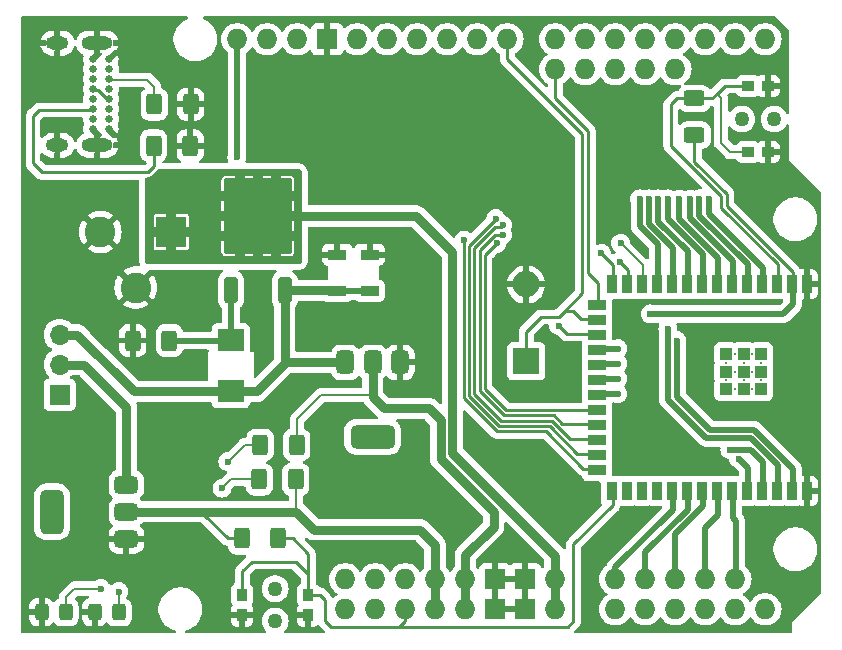
<source format=gbr>
%TF.GenerationSoftware,KiCad,Pcbnew,8.0.5*%
%TF.CreationDate,2024-10-15T22:54:42-04:00*%
%TF.ProjectId,ESP32-Uno-Board-v2,45535033-322d-4556-9e6f-2d426f617264,rev?*%
%TF.SameCoordinates,Original*%
%TF.FileFunction,Copper,L1,Top*%
%TF.FilePolarity,Positive*%
%FSLAX46Y46*%
G04 Gerber Fmt 4.6, Leading zero omitted, Abs format (unit mm)*
G04 Created by KiCad (PCBNEW 8.0.5) date 2024-10-15 22:54:42*
%MOMM*%
%LPD*%
G01*
G04 APERTURE LIST*
G04 Aperture macros list*
%AMRoundRect*
0 Rectangle with rounded corners*
0 $1 Rounding radius*
0 $2 $3 $4 $5 $6 $7 $8 $9 X,Y pos of 4 corners*
0 Add a 4 corners polygon primitive as box body*
4,1,4,$2,$3,$4,$5,$6,$7,$8,$9,$2,$3,0*
0 Add four circle primitives for the rounded corners*
1,1,$1+$1,$2,$3*
1,1,$1+$1,$4,$5*
1,1,$1+$1,$6,$7*
1,1,$1+$1,$8,$9*
0 Add four rect primitives between the rounded corners*
20,1,$1+$1,$2,$3,$4,$5,0*
20,1,$1+$1,$4,$5,$6,$7,0*
20,1,$1+$1,$6,$7,$8,$9,0*
20,1,$1+$1,$8,$9,$2,$3,0*%
G04 Aperture macros list end*
%TA.AperFunction,SMDPad,CuDef*%
%ADD10RoundRect,0.375000X-0.375000X0.625000X-0.375000X-0.625000X0.375000X-0.625000X0.375000X0.625000X0*%
%TD*%
%TA.AperFunction,SMDPad,CuDef*%
%ADD11RoundRect,0.500000X-1.400000X0.500000X-1.400000X-0.500000X1.400000X-0.500000X1.400000X0.500000X0*%
%TD*%
%TA.AperFunction,SMDPad,CuDef*%
%ADD12RoundRect,0.375000X0.625000X0.375000X-0.625000X0.375000X-0.625000X-0.375000X0.625000X-0.375000X0*%
%TD*%
%TA.AperFunction,SMDPad,CuDef*%
%ADD13RoundRect,0.500000X0.500000X1.400000X-0.500000X1.400000X-0.500000X-1.400000X0.500000X-1.400000X0*%
%TD*%
%TA.AperFunction,SMDPad,CuDef*%
%ADD14RoundRect,0.250000X0.350000X-0.850000X0.350000X0.850000X-0.350000X0.850000X-0.350000X-0.850000X0*%
%TD*%
%TA.AperFunction,SMDPad,CuDef*%
%ADD15RoundRect,0.250000X1.125000X-1.275000X1.125000X1.275000X-1.125000X1.275000X-1.125000X-1.275000X0*%
%TD*%
%TA.AperFunction,SMDPad,CuDef*%
%ADD16RoundRect,0.249997X2.650003X-2.950003X2.650003X2.950003X-2.650003X2.950003X-2.650003X-2.950003X0*%
%TD*%
%TA.AperFunction,SMDPad,CuDef*%
%ADD17R,1.600000X0.855600*%
%TD*%
%TA.AperFunction,SMDPad,CuDef*%
%ADD18RoundRect,0.250000X0.400000X0.625000X-0.400000X0.625000X-0.400000X-0.625000X0.400000X-0.625000X0*%
%TD*%
%TA.AperFunction,SMDPad,CuDef*%
%ADD19R,2.250000X2.250000*%
%TD*%
%TA.AperFunction,SMDPad,CuDef*%
%ADD20O,2.250000X2.250000*%
%TD*%
%TA.AperFunction,SMDPad,CuDef*%
%ADD21RoundRect,0.250000X0.625000X-0.400000X0.625000X0.400000X-0.625000X0.400000X-0.625000X-0.400000X0*%
%TD*%
%TA.AperFunction,ComponentPad*%
%ADD22O,1.727200X1.727200*%
%TD*%
%TA.AperFunction,ComponentPad*%
%ADD23R,1.727200X1.727200*%
%TD*%
%TA.AperFunction,SMDPad,CuDef*%
%ADD24R,0.990600X0.838200*%
%TD*%
%TA.AperFunction,ComponentPad*%
%ADD25C,1.270000*%
%TD*%
%TA.AperFunction,SMDPad,CuDef*%
%ADD26R,0.838200X0.990600*%
%TD*%
%TA.AperFunction,SMDPad,CuDef*%
%ADD27RoundRect,0.250000X-0.400000X-0.625000X0.400000X-0.625000X0.400000X0.625000X-0.400000X0.625000X0*%
%TD*%
%TA.AperFunction,ComponentPad*%
%ADD28R,1.700000X1.700000*%
%TD*%
%TA.AperFunction,ComponentPad*%
%ADD29O,1.700000X1.700000*%
%TD*%
%TA.AperFunction,SMDPad,CuDef*%
%ADD30RoundRect,0.250000X-0.325000X-0.450000X0.325000X-0.450000X0.325000X0.450000X-0.325000X0.450000X0*%
%TD*%
%TA.AperFunction,SMDPad,CuDef*%
%ADD31R,0.900000X1.500000*%
%TD*%
%TA.AperFunction,SMDPad,CuDef*%
%ADD32R,1.500000X0.900000*%
%TD*%
%TA.AperFunction,SMDPad,CuDef*%
%ADD33R,1.000000X1.000000*%
%TD*%
%TA.AperFunction,ComponentPad*%
%ADD34C,0.300000*%
%TD*%
%TA.AperFunction,ComponentPad*%
%ADD35R,2.600000X2.600000*%
%TD*%
%TA.AperFunction,ComponentPad*%
%ADD36C,2.600000*%
%TD*%
%TA.AperFunction,ComponentPad*%
%ADD37C,0.660400*%
%TD*%
%TA.AperFunction,ComponentPad*%
%ADD38O,1.905000X1.117600*%
%TD*%
%TA.AperFunction,ComponentPad*%
%ADD39O,2.616200X1.117600*%
%TD*%
%TA.AperFunction,SMDPad,CuDef*%
%ADD40R,2.260600X1.879600*%
%TD*%
%TA.AperFunction,ViaPad*%
%ADD41C,1.500000*%
%TD*%
%TA.AperFunction,ViaPad*%
%ADD42C,0.600000*%
%TD*%
%TA.AperFunction,Conductor*%
%ADD43C,0.800000*%
%TD*%
%TA.AperFunction,Conductor*%
%ADD44C,0.200000*%
%TD*%
%TA.AperFunction,Conductor*%
%ADD45C,0.500000*%
%TD*%
%TA.AperFunction,Conductor*%
%ADD46C,0.250000*%
%TD*%
G04 APERTURE END LIST*
D10*
%TO.P,U3,1,ADJ*%
%TO.N,GND*%
X142550000Y-129350000D03*
%TO.P,U3,2,VO*%
%TO.N,+5V*%
X140250000Y-129350000D03*
%TO.P,U3,3,VI*%
%TO.N,VDC*%
X137950000Y-129350000D03*
D11*
%TO.P,U3,4*%
%TO.N,N/C*%
X140250000Y-135650000D03*
%TD*%
D12*
%TO.P,U2,1,GND*%
%TO.N,GND*%
X119400000Y-144300000D03*
%TO.P,U2,2,VO*%
%TO.N,+3V3*%
X119400000Y-142000000D03*
%TO.P,U2,3,VI*%
%TO.N,VCC*%
X119400000Y-139700000D03*
D13*
%TO.P,U2,4*%
%TO.N,N/C*%
X113100000Y-142000000D03*
%TD*%
D14*
%TO.P,Q1,1,G*%
%TO.N,/G*%
X128250000Y-123250000D03*
D15*
%TO.P,Q1,2,D*%
%TO.N,VIN*%
X129005000Y-118625000D03*
X132055000Y-118625000D03*
D16*
X130530000Y-116950000D03*
D15*
X129005000Y-115275000D03*
X132055000Y-115275000D03*
D14*
%TO.P,Q1,3,S*%
%TO.N,VDC*%
X132810000Y-123250000D03*
%TD*%
D17*
%TO.P,C2,1*%
%TO.N,VDC*%
X137250000Y-123277801D03*
%TO.P,C2,2*%
%TO.N,GND*%
X137250000Y-120222199D03*
%TD*%
D18*
%TO.P,R6,1*%
%TO.N,+3V3*%
X133750000Y-139250000D03*
%TO.P,R6,2*%
%TO.N,Net-(D2-A)*%
X130650000Y-139250000D03*
%TD*%
D19*
%TO.P,SW2,1,1*%
%TO.N,/GPIO46*%
X153250000Y-129250000D03*
D20*
%TO.P,SW2,2,2*%
%TO.N,GND*%
X153250000Y-122750000D03*
%TD*%
D21*
%TO.P,R5,1*%
%TO.N,+3V3*%
X167500000Y-110100000D03*
%TO.P,R5,2*%
%TO.N,/~{RESET}*%
X167500000Y-107000000D03*
%TD*%
D22*
%TO.P,A2,3V3,3.3V*%
%TO.N,+3V3*%
X145560000Y-147710000D03*
X145560000Y-150250000D03*
%TO.P,A2,5V,5V*%
%TO.N,+5V*%
X148100000Y-147710000D03*
X148100000Y-150250000D03*
%TO.P,A2,A0,A0*%
%TO.N,/A0*%
X160800000Y-150250000D03*
%TO.P,A2,A1,A1*%
%TO.N,/A1*%
X163340000Y-150250000D03*
%TO.P,A2,A2,A2*%
%TO.N,/A2*%
X165880000Y-150250000D03*
%TO.P,A2,A3,A3*%
%TO.N,/A3*%
X168420000Y-150250000D03*
%TO.P,A2,A4,A4*%
%TO.N,/A4*%
X170960000Y-150250000D03*
%TO.P,A2,A5,A5*%
%TO.N,/A5*%
X173500000Y-150250000D03*
%TO.P,A2,AREF,AREF*%
%TO.N,unconnected-(A2-PadAREF)*%
X133876000Y-101990000D03*
%TO.P,A2,BOOT*%
%TO.N,N/C*%
X137940000Y-150250000D03*
%TO.P,A2,D0,D0/RX*%
%TO.N,/RX*%
X173500000Y-101990000D03*
%TO.P,A2,D1,D1/TX*%
%TO.N,/TX*%
X170960000Y-101990000D03*
%TO.P,A2,D2,D2*%
%TO.N,/GPIO4*%
X168420000Y-101990000D03*
%TO.P,A2,D3,D3*%
%TO.N,/GPIO5*%
X165880000Y-101990000D03*
%TO.P,A2,D4,D4*%
%TO.N,/GPIO7*%
X163340000Y-101990000D03*
%TO.P,A2,D5,D5*%
%TO.N,/GPIO16*%
X160800000Y-101990000D03*
%TO.P,A2,D6,D6*%
%TO.N,/GPIO18*%
X158260000Y-101990000D03*
%TO.P,A2,D7,D7*%
%TO.N,/GPIO2*%
X155720000Y-101990000D03*
%TO.P,A2,D8,D8*%
%TO.N,/GPIO46*%
X151656000Y-101990000D03*
%TO.P,A2,D9,D9*%
%TO.N,/GPIO14*%
X149116000Y-101990000D03*
%TO.P,A2,D10,D10*%
%TO.N,/GPIO21*%
X146576000Y-101990000D03*
%TO.P,A2,D11,D11*%
%TO.N,/GPIO47*%
X144036000Y-101990000D03*
%TO.P,A2,D12,D12*%
%TO.N,/GPIO48*%
X141496000Y-101990000D03*
%TO.P,A2,D13,D13*%
%TO.N,/GPIO45*%
X138956000Y-101990000D03*
%TO.P,A2,D14,D14*%
%TO.N,/GPIO6*%
X165880000Y-104530000D03*
%TO.P,A2,D15,D15*%
%TO.N,/GPIO15*%
X163340000Y-104530000D03*
%TO.P,A2,D16,D16*%
%TO.N,/GPIO17*%
X160800000Y-104530000D03*
%TO.P,A2,D17,D17*%
%TO.N,/GPIO1*%
X158260000Y-104530000D03*
%TO.P,A2,D18,D18*%
%TO.N,/GPIO3*%
X155720000Y-104530000D03*
%TO.P,A2,D19,D19*%
%TO.N,/GPIO42*%
X170960000Y-147710000D03*
%TO.P,A2,D20,D20*%
%TO.N,/GPIO41*%
X168420000Y-147710000D03*
%TO.P,A2,D21,D21*%
%TO.N,/GPIO40*%
X165880000Y-147710000D03*
%TO.P,A2,D22,D22*%
%TO.N,/GPIO39*%
X163340000Y-147710000D03*
%TO.P,A2,D23,D23*%
%TO.N,/GPIO38*%
X160800000Y-147710000D03*
D23*
%TO.P,A2,GND1,GNDA*%
%TO.N,GND*%
X136416000Y-101990000D03*
X150640000Y-150250000D03*
X153180000Y-150250000D03*
%TO.P,A2,GND2,GNDB*%
X150640000Y-147710000D03*
X153180000Y-147710000D03*
D22*
%TO.P,A2,IORF,IOREF*%
%TO.N,unconnected-(A2-IOREF-PadIORF)*%
X140480000Y-150250000D03*
%TO.P,A2,PWR1*%
%TO.N,N/C*%
X143020000Y-147710000D03*
%TO.P,A2,PWR2*%
X140480000Y-147710000D03*
%TO.P,A2,PWR3*%
X137940000Y-147710000D03*
%TO.P,A2,RST1,RESET*%
%TO.N,/GPIO0*%
X143020000Y-150250000D03*
%TO.P,A2,SCL,SCL*%
%TO.N,/SCL*%
X128796000Y-101990000D03*
%TO.P,A2,SDA,SDA*%
%TO.N,/SDA*%
X131336000Y-101990000D03*
%TO.P,A2,VIN,VIN*%
%TO.N,VIN*%
X155720000Y-147710000D03*
X155720000Y-150250000D03*
%TD*%
D24*
%TO.P,BTN2,1,1*%
%TO.N,/~{RESET}*%
X172024998Y-111549999D03*
X172024998Y-105950001D03*
%TO.P,BTN2,2,2*%
%TO.N,GND*%
X173725000Y-111549999D03*
X173725000Y-105950001D03*
D25*
%TO.P,BTN2,5*%
%TO.N,N/C*%
X171499998Y-108750000D03*
%TO.P,BTN2,6*%
X174250000Y-108750000D03*
%TD*%
D18*
%TO.P,R7,1*%
%TO.N,+5V*%
X133830000Y-136335000D03*
%TO.P,R7,2*%
%TO.N,Net-(D3-A)*%
X130730000Y-136335000D03*
%TD*%
D26*
%TO.P,SW4,1,1*%
%TO.N,/GPIO0*%
X129200001Y-149024998D03*
X134799999Y-149024998D03*
%TO.P,SW4,2,2*%
%TO.N,GND*%
X129200001Y-150725000D03*
X134799999Y-150725000D03*
D25*
%TO.P,SW4,5*%
%TO.N,N/C*%
X132000000Y-148499998D03*
%TO.P,SW4,6*%
X132000000Y-151250000D03*
%TD*%
D27*
%TO.P,R1,1*%
%TO.N,/CC1*%
X121750000Y-107500000D03*
%TO.P,R1,2*%
%TO.N,GND*%
X124850000Y-107500000D03*
%TD*%
D28*
%TO.P,SW1,1,A*%
%TO.N,/VUSB*%
X113750000Y-132080000D03*
D29*
%TO.P,SW1,2,B*%
%TO.N,VCC*%
X113750000Y-129540000D03*
%TO.P,SW1,3,C*%
%TO.N,VDC*%
X113750000Y-127000000D03*
%TD*%
D30*
%TO.P,D2,1,K*%
%TO.N,GND*%
X116725000Y-150500000D03*
%TO.P,D2,2,A*%
%TO.N,Net-(D2-A)*%
X118775000Y-150500000D03*
%TD*%
%TO.P,D3,1,K*%
%TO.N,GND*%
X112225000Y-150500000D03*
%TO.P,D3,2,A*%
%TO.N,Net-(D3-A)*%
X114275000Y-150500000D03*
%TD*%
D31*
%TO.P,U1,1,GND*%
%TO.N,GND*%
X177010000Y-122735000D03*
%TO.P,U1,2,3V3*%
%TO.N,+3V3*%
X175740000Y-122735000D03*
%TO.P,U1,3,EN*%
%TO.N,/~{RESET}*%
X174470000Y-122735000D03*
%TO.P,U1,4,IO4*%
%TO.N,/GPIO4*%
X173200000Y-122735000D03*
%TO.P,U1,5,IO5*%
%TO.N,/GPIO5*%
X171930000Y-122735000D03*
%TO.P,U1,6,IO6*%
%TO.N,/GPIO6*%
X170660000Y-122735000D03*
%TO.P,U1,7,IO7*%
%TO.N,/GPIO7*%
X169390000Y-122735000D03*
%TO.P,U1,8,IO15*%
%TO.N,/GPIO15*%
X168120000Y-122735000D03*
%TO.P,U1,9,IO16*%
%TO.N,/GPIO16*%
X166850000Y-122735000D03*
%TO.P,U1,10,IO17*%
%TO.N,/GPIO17*%
X165580000Y-122735000D03*
%TO.P,U1,11,IO18*%
%TO.N,/GPIO18*%
X164310000Y-122735000D03*
%TO.P,U1,12,IO8*%
%TO.N,/SDA*%
X163040000Y-122735000D03*
%TO.P,U1,13,IO19*%
%TO.N,/USB_D-*%
X161770000Y-122735000D03*
%TO.P,U1,14,IO20*%
%TO.N,/USB_D+*%
X160500000Y-122735000D03*
D32*
%TO.P,U1,15,IO3*%
%TO.N,/GPIO3*%
X159250000Y-124500000D03*
%TO.P,U1,16,IO46*%
%TO.N,/GPIO46*%
X159250000Y-125770000D03*
%TO.P,U1,17,IO9*%
%TO.N,/SCL*%
X159250000Y-127040000D03*
%TO.P,U1,18,IO10*%
%TO.N,/A3*%
X159250000Y-128310000D03*
%TO.P,U1,19,IO11*%
%TO.N,/A2*%
X159250000Y-129580000D03*
%TO.P,U1,20,IO12*%
%TO.N,/A1*%
X159250000Y-130850000D03*
%TO.P,U1,21,IO13*%
%TO.N,/A0*%
X159250000Y-132120000D03*
%TO.P,U1,22,IO14*%
%TO.N,/GPIO14*%
X159250000Y-133390000D03*
%TO.P,U1,23,IO21*%
%TO.N,/GPIO21*%
X159250000Y-134660000D03*
%TO.P,U1,24,IO47*%
%TO.N,/GPIO47*%
X159250000Y-135930000D03*
%TO.P,U1,25,IO48*%
%TO.N,/GPIO48*%
X159250000Y-137200000D03*
%TO.P,U1,26,IO45*%
%TO.N,/GPIO45*%
X159250000Y-138470000D03*
D31*
%TO.P,U1,27,IO0*%
%TO.N,/GPIO0*%
X160500000Y-140235000D03*
%TO.P,U1,28,IO35*%
%TO.N,unconnected-(U1-IO35-Pad28)*%
X161770000Y-140235000D03*
%TO.P,U1,29,IO36*%
%TO.N,unconnected-(U1-IO36-Pad29)*%
X163040000Y-140235000D03*
%TO.P,U1,30,IO37*%
%TO.N,unconnected-(U1-IO37-Pad30)*%
X164310000Y-140235000D03*
%TO.P,U1,31,IO38*%
%TO.N,/GPIO38*%
X165580000Y-140235000D03*
%TO.P,U1,32,IO39*%
%TO.N,/GPIO39*%
X166850000Y-140235000D03*
%TO.P,U1,33,IO40*%
%TO.N,/GPIO40*%
X168120000Y-140235000D03*
%TO.P,U1,34,IO41*%
%TO.N,/GPIO41*%
X169390000Y-140235000D03*
%TO.P,U1,35,IO42*%
%TO.N,/GPIO42*%
X170660000Y-140235000D03*
%TO.P,U1,36,RXD0*%
%TO.N,/RX*%
X171930000Y-140235000D03*
%TO.P,U1,37,TXD0*%
%TO.N,/TX*%
X173200000Y-140235000D03*
%TO.P,U1,38,IO2*%
%TO.N,/GPIO2*%
X174470000Y-140235000D03*
%TO.P,U1,39,IO1*%
%TO.N,/GPIO1*%
X175740000Y-140235000D03*
%TO.P,U1,40,GND*%
%TO.N,GND*%
X177010000Y-140235000D03*
D33*
%TO.P,U1,41_1*%
%TO.N,N/C*%
X171660000Y-130125000D03*
%TO.P,U1,41_2*%
X171660000Y-128625000D03*
%TO.P,U1,41_3*%
X171660000Y-131625000D03*
%TO.P,U1,41_4*%
X170160000Y-128625000D03*
%TO.P,U1,41_5*%
X170160000Y-130125000D03*
%TO.P,U1,41_6*%
X170160000Y-131625000D03*
%TO.P,U1,41_7*%
X173160000Y-128625000D03*
%TO.P,U1,41_8*%
X173160000Y-130125000D03*
%TO.P,U1,41_9*%
X173160000Y-131625000D03*
D34*
%TO.P,U1,41_10*%
X172410000Y-130125000D03*
%TO.P,U1,41_11*%
X172410000Y-128625000D03*
%TO.P,U1,41_12*%
X172410000Y-131625000D03*
%TO.P,U1,41_13*%
X170910000Y-128625000D03*
%TO.P,U1,41_14*%
X170910000Y-130125000D03*
%TO.P,U1,41_15*%
X170910000Y-131625000D03*
%TO.P,U1,41_16*%
X173160000Y-129375000D03*
%TO.P,U1,41_17*%
X173160000Y-130875000D03*
%TO.P,U1,41_18*%
X171660000Y-129375000D03*
%TO.P,U1,41_19*%
X171660000Y-130875000D03*
%TO.P,U1,41_20*%
X170160000Y-129375000D03*
%TO.P,U1,41_21*%
X170160000Y-130875000D03*
%TD*%
D27*
%TO.P,R4,1*%
%TO.N,+3V3*%
X129150000Y-144250000D03*
%TO.P,R4,2*%
%TO.N,/GPIO0*%
X132250000Y-144250000D03*
%TD*%
D35*
%TO.P,J2,1*%
%TO.N,VIN*%
X123200000Y-118310000D03*
D36*
%TO.P,J2,2*%
%TO.N,GND*%
X117200000Y-118310000D03*
%TO.P,J2,3*%
X120200000Y-123010000D03*
%TD*%
D17*
%TO.P,C3,1*%
%TO.N,GND*%
X140000000Y-120222199D03*
%TO.P,C3,2*%
%TO.N,VDC*%
X140000000Y-123277801D03*
%TD*%
D27*
%TO.P,R2,1*%
%TO.N,/CC2*%
X121700000Y-111000000D03*
%TO.P,R2,2*%
%TO.N,GND*%
X124800000Y-111000000D03*
%TD*%
D18*
%TO.P,R3,1*%
%TO.N,/G*%
X123050000Y-127500000D03*
%TO.P,R3,2*%
%TO.N,GND*%
X119950000Y-127500000D03*
%TD*%
D37*
%TO.P,J1,A1,GND*%
%TO.N,GND*%
X117917566Y-103664444D03*
%TO.P,J1,A4,VBUS*%
%TO.N,/VUSB*%
X117917566Y-104514445D03*
%TO.P,J1,A5,CC1*%
%TO.N,/CC1*%
X117917566Y-105364443D03*
%TO.P,J1,A6,D+*%
%TO.N,/USB_D+*%
X117917566Y-106214444D03*
%TO.P,J1,A7,D-*%
%TO.N,/USB_D-*%
X117917566Y-107064445D03*
%TO.P,J1,A8,SBU1*%
%TO.N,unconnected-(J1-SBU1-PadA8)*%
X117917566Y-107914446D03*
%TO.P,J1,A9,VBUS*%
%TO.N,/VUSB*%
X117917566Y-108764444D03*
%TO.P,J1,A12,GND*%
%TO.N,GND*%
X117917566Y-109614445D03*
%TO.P,J1,B1,GND*%
X116567566Y-109614445D03*
%TO.P,J1,B4,VBUS*%
%TO.N,/VUSB*%
X116567566Y-108764444D03*
%TO.P,J1,B5,CC2*%
%TO.N,/CC2*%
X116567566Y-107914446D03*
%TO.P,J1,B6,D+*%
%TO.N,/USB_D+*%
X116567566Y-107064445D03*
%TO.P,J1,B7,D-*%
%TO.N,/USB_D-*%
X116567566Y-106214444D03*
%TO.P,J1,B8,SBU2*%
%TO.N,unconnected-(J1-SBU2-PadB8)*%
X116567566Y-105364443D03*
%TO.P,J1,B9,VBUS*%
%TO.N,/VUSB*%
X116567566Y-104514445D03*
%TO.P,J1,B12,GND*%
%TO.N,GND*%
X116567566Y-103664444D03*
D38*
%TO.P,J1,S1,SHIELD*%
X113552566Y-102314459D03*
%TO.P,J1,S2,SHIELD*%
X113552566Y-110964429D03*
D39*
%TO.P,J1,S3,SHIELD*%
X116937565Y-102314444D03*
%TO.P,J1,S4,SHIELD*%
X116937566Y-110964429D03*
%TD*%
D40*
%TO.P,D1,1,K*%
%TO.N,VDC*%
X128250000Y-131803400D03*
%TO.P,D1,2,A*%
%TO.N,/G*%
X128250000Y-127485400D03*
%TD*%
D41*
%TO.N,GND*%
X139113452Y-126120000D03*
X143780119Y-126120000D03*
X141446785Y-126120000D03*
X136780119Y-126120000D03*
X176250000Y-132500000D03*
X176250000Y-127833333D03*
X176250000Y-130166667D03*
X176250000Y-134833333D03*
X116250000Y-143083333D03*
X116250000Y-138416666D03*
X116250000Y-140750000D03*
X116250000Y-145416666D03*
X144250000Y-140250000D03*
X141916666Y-140250000D03*
X139583333Y-140250000D03*
X137250000Y-140250000D03*
D42*
%TO.N,+3V3*%
X163750000Y-125250000D03*
%TO.N,/GPIO7*%
X166224101Y-115525899D03*
%TO.N,/GPIO4*%
X168750000Y-115500000D03*
%TO.N,/USB_D+*%
X159625000Y-120125000D03*
%TO.N,/GPIO16*%
X164449997Y-115500000D03*
%TO.N,/GPIO21*%
X151249839Y-118541048D03*
%TO.N,/GPIO45*%
X147992220Y-118992220D03*
%TO.N,/A0*%
X160995000Y-131995000D03*
%TO.N,/GPIO17*%
X163649994Y-115500000D03*
%TO.N,/GPIO6*%
X167106801Y-115526040D03*
%TO.N,/GPIO14*%
X150750000Y-119275000D03*
%TO.N,/GPIO48*%
X150681332Y-117181391D03*
%TO.N,/A3*%
X161000000Y-128185000D03*
%TO.N,/GPIO1*%
X166000000Y-127500000D03*
%TO.N,/GPIO18*%
X162849991Y-115500000D03*
%TO.N,/GPIO15*%
X165250000Y-115500000D03*
%TO.N,/GPIO5*%
X167906771Y-115500000D03*
%TO.N,/GPIO47*%
X151252983Y-117741051D03*
%TO.N,/A1*%
X161000000Y-130725000D03*
%TO.N,/GPIO2*%
X165250000Y-126500000D03*
%TO.N,/A2*%
X161000000Y-129455000D03*
%TO.N,/USB_D-*%
X161170000Y-120830000D03*
%TO.N,/TX*%
X170500000Y-136750000D03*
%TO.N,/RX*%
X171250000Y-137500000D03*
%TO.N,/SDA*%
X161250000Y-119250000D03*
%TO.N,/SCL*%
X128750000Y-112000000D03*
X156000000Y-126250000D03*
%TO.N,Net-(D2-A)*%
X118750000Y-148750000D03*
X127500000Y-140000000D03*
%TO.N,Net-(D3-A)*%
X128000000Y-137750000D03*
X117250000Y-148497017D03*
%TD*%
D43*
%TO.N,+5V*%
X146000000Y-137500000D02*
X150500000Y-142000000D01*
X150500000Y-142000000D02*
X150500000Y-143250000D01*
D44*
X135875000Y-132125000D02*
X133830000Y-134170000D01*
D43*
X141250000Y-133250000D02*
X145000000Y-133250000D01*
X148100000Y-147710000D02*
X148100000Y-150250000D01*
X145000000Y-133250000D02*
X146000000Y-134250000D01*
X140250000Y-132125000D02*
X140250000Y-129350000D01*
X148100000Y-145650000D02*
X148100000Y-147710000D01*
D44*
X133830000Y-134170000D02*
X133830000Y-136335000D01*
D43*
X140250000Y-132125000D02*
X140250000Y-132250000D01*
X146000000Y-134250000D02*
X146000000Y-137500000D01*
D44*
X140250000Y-132125000D02*
X135875000Y-132125000D01*
D43*
X140250000Y-132250000D02*
X141250000Y-133250000D01*
X150500000Y-143250000D02*
X148100000Y-145650000D01*
D45*
%TO.N,+3V3*%
X175000000Y-125250000D02*
X175830000Y-124420000D01*
X175830000Y-124420000D02*
X175830000Y-122610000D01*
D46*
X175830000Y-121693604D02*
X175830000Y-122610000D01*
X167500000Y-112363604D02*
X170250000Y-115113604D01*
D44*
X133750000Y-139250000D02*
X133750000Y-142000000D01*
D43*
X144250000Y-143500000D02*
X135250000Y-143500000D01*
D46*
X167500000Y-110100000D02*
X167500000Y-112363604D01*
X170250000Y-115113604D02*
X170250000Y-116113604D01*
D43*
X124000000Y-142000000D02*
X119400000Y-142000000D01*
D46*
X129150000Y-144250000D02*
X128000000Y-144250000D01*
X126000000Y-142250000D02*
X126000000Y-142000000D01*
D44*
X123900000Y-142100000D02*
X124000000Y-142000000D01*
D43*
X133750000Y-142000000D02*
X126000000Y-142000000D01*
D46*
X128000000Y-144250000D02*
X126000000Y-142250000D01*
D45*
X163750000Y-125250000D02*
X175000000Y-125250000D01*
D43*
X145542000Y-150368000D02*
X145542000Y-144792000D01*
X135250000Y-143500000D02*
X133750000Y-142000000D01*
D46*
X170250000Y-116113604D02*
X175830000Y-121693604D01*
D43*
X145542000Y-144792000D02*
X144250000Y-143500000D01*
X126000000Y-142000000D02*
X124000000Y-142000000D01*
D45*
%TO.N,/GPIO7*%
X169480000Y-120480000D02*
X166224101Y-117224101D01*
X169480000Y-122610000D02*
X169480000Y-120480000D01*
X166224101Y-117224101D02*
X166224101Y-115525899D01*
%TO.N,/GPIO4*%
X168750000Y-116780150D02*
X173290000Y-121320150D01*
X168750000Y-115500000D02*
X168750000Y-116780150D01*
X173290000Y-121320150D02*
X173290000Y-122610000D01*
D46*
%TO.N,/USB_D+*%
X160590000Y-121090000D02*
X160590000Y-122610000D01*
X159625000Y-120125000D02*
X160590000Y-121090000D01*
D45*
%TO.N,/GPIO38*%
X165670000Y-140110000D02*
X165670000Y-141830000D01*
X165670000Y-141830000D02*
X160800000Y-146700000D01*
X160800000Y-146700000D02*
X160800000Y-147710000D01*
D46*
%TO.N,/GPIO3*%
X155720000Y-106970000D02*
X155720000Y-104530000D01*
X159340000Y-124375000D02*
X159340000Y-122652500D01*
X158500000Y-121812500D02*
X158500000Y-109750000D01*
X158500000Y-109750000D02*
X155720000Y-106970000D01*
X159340000Y-122652500D02*
X158500000Y-121812500D01*
D45*
%TO.N,/GPIO40*%
X168210000Y-140110000D02*
X168210000Y-141540000D01*
X165880000Y-143870000D02*
X165880000Y-147710000D01*
X168210000Y-141540000D02*
X165880000Y-143870000D01*
%TO.N,/GPIO39*%
X166940000Y-140110000D02*
X166940000Y-141820050D01*
X163340000Y-145420050D02*
X163340000Y-147710000D01*
X166940000Y-141820050D02*
X163340000Y-145420050D01*
%TO.N,/GPIO16*%
X164449997Y-117429897D02*
X166940000Y-119919900D01*
X166940000Y-119919900D02*
X166940000Y-122610000D01*
X164449997Y-115500000D02*
X164449997Y-117429897D01*
D46*
%TO.N,/GPIO21*%
X149300000Y-119841116D02*
X149300000Y-131800000D01*
X150600068Y-118541048D02*
X149300000Y-119841116D01*
X156307792Y-134535000D02*
X159340000Y-134535000D01*
X155612792Y-133840000D02*
X156307792Y-134535000D01*
X151249839Y-118541048D02*
X150600068Y-118541048D01*
X149300000Y-131800000D02*
X151340000Y-133840000D01*
X151340000Y-133840000D02*
X155612792Y-133840000D01*
%TO.N,/GPIO45*%
X147950000Y-119034440D02*
X147950000Y-132359188D01*
X147992220Y-118992220D02*
X147950000Y-119034440D01*
X147950000Y-132359188D02*
X150780812Y-135190000D01*
X154940000Y-135190000D02*
X158095000Y-138345000D01*
X158095000Y-138345000D02*
X159340000Y-138345000D01*
X150780812Y-135190000D02*
X154940000Y-135190000D01*
D45*
%TO.N,/A0*%
X160995000Y-131995000D02*
X159340000Y-131995000D01*
%TO.N,/GPIO17*%
X165670000Y-119639850D02*
X165670000Y-122610000D01*
X163649994Y-117619844D02*
X165670000Y-119639850D01*
X163649994Y-115500000D02*
X163649994Y-117619844D01*
D46*
X163552205Y-115597789D02*
X163649994Y-115500000D01*
D45*
%TO.N,/GPIO6*%
X170750000Y-120760050D02*
X167106801Y-117116851D01*
X167106801Y-117116851D02*
X167106801Y-115526040D01*
X170750000Y-122610000D02*
X170750000Y-120760050D01*
D46*
%TO.N,/GPIO14*%
X159250000Y-133390000D02*
X151526396Y-133390000D01*
X149750000Y-131613604D02*
X149750000Y-120275000D01*
X151443198Y-133306802D02*
X149750000Y-131613604D01*
X151526396Y-133390000D02*
X151443198Y-133306802D01*
X149750000Y-120275000D02*
X150750000Y-119275000D01*
%TO.N,/GPIO48*%
X150681332Y-117186992D02*
X148400000Y-119468324D01*
X157575000Y-137075000D02*
X159340000Y-137075000D01*
X148400000Y-132172792D02*
X150967208Y-134740000D01*
X150681332Y-117181391D02*
X150681332Y-117186992D01*
X155240000Y-134740000D02*
X157575000Y-137075000D01*
X148400000Y-119468324D02*
X148400000Y-132172792D01*
X150967208Y-134740000D02*
X155240000Y-134740000D01*
D45*
%TO.N,/A3*%
X161000000Y-128185000D02*
X159340000Y-128185000D01*
%TO.N,/GPIO1*%
X166000000Y-132260050D02*
X168789950Y-135050000D01*
X172539950Y-135050000D02*
X175830000Y-138340050D01*
X175830000Y-138340050D02*
X175830000Y-140110000D01*
X166000000Y-127500000D02*
X166000000Y-132260050D01*
X168789950Y-135050000D02*
X172539950Y-135050000D01*
D46*
%TO.N,/GPIO0*%
X136250000Y-151250000D02*
X136750000Y-151750000D01*
X132250000Y-144250000D02*
X133500000Y-144250000D01*
X130000000Y-146250000D02*
X133750000Y-146250000D01*
X143020000Y-151230000D02*
X142500000Y-151750000D01*
X160590000Y-141410000D02*
X160590000Y-140110000D01*
X133500000Y-144250000D02*
X134799999Y-145549999D01*
X129200001Y-149024998D02*
X129200001Y-147049999D01*
X134799999Y-149024998D02*
X135774998Y-149024998D01*
X134799999Y-149024998D02*
X134799999Y-147299999D01*
X157250000Y-151250000D02*
X157250000Y-144750000D01*
X134799999Y-145549999D02*
X134799999Y-147299999D01*
X143020000Y-150250000D02*
X143020000Y-151230000D01*
X129200001Y-147049999D02*
X130000000Y-146250000D01*
X133750000Y-146250000D02*
X134799999Y-147299999D01*
X135774998Y-149024998D02*
X136250000Y-149500000D01*
X157250000Y-144750000D02*
X160590000Y-141410000D01*
X136750000Y-151750000D02*
X142500000Y-151750000D01*
X156750000Y-151750000D02*
X157250000Y-151250000D01*
X142500000Y-151750000D02*
X156750000Y-151750000D01*
X136250000Y-149500000D02*
X136250000Y-151250000D01*
D45*
%TO.N,/GPIO18*%
X164400000Y-119359800D02*
X164400000Y-122610000D01*
X162849991Y-117809791D02*
X164400000Y-119359800D01*
X162849991Y-115500000D02*
X162849991Y-117809791D01*
%TO.N,/GPIO15*%
X168210000Y-122610000D02*
X168210000Y-120199950D01*
X168210000Y-120199950D02*
X165250000Y-117239950D01*
X165250000Y-117239950D02*
X165250000Y-115500000D01*
%TO.N,/GPIO41*%
X169480000Y-140110000D02*
X169480000Y-142270000D01*
X168420000Y-143330000D02*
X168420000Y-147710000D01*
X169480000Y-142270000D02*
X168420000Y-143330000D01*
%TO.N,/GPIO5*%
X167906771Y-116926871D02*
X172020000Y-121040100D01*
X167906771Y-115500000D02*
X167906771Y-116926871D01*
X172020000Y-121040100D02*
X172020000Y-122610000D01*
D46*
%TO.N,/GPIO47*%
X151252983Y-117741051D02*
X151119034Y-117875000D01*
X144000000Y-102026000D02*
X144036000Y-101990000D01*
X150629720Y-117875000D02*
X148850000Y-119654720D01*
X156941396Y-135805000D02*
X159340000Y-135805000D01*
X148850000Y-131986396D02*
X151153604Y-134290000D01*
X148850000Y-119654720D02*
X148850000Y-131986396D01*
X151119034Y-117875000D02*
X150629720Y-117875000D01*
X151153604Y-134290000D02*
X155426396Y-134290000D01*
X155426396Y-134290000D02*
X156941396Y-135805000D01*
D45*
%TO.N,/A1*%
X161000000Y-130725000D02*
X159340000Y-130725000D01*
%TO.N,/GPIO2*%
X174560000Y-138060000D02*
X174560000Y-140110000D01*
X165250000Y-126500000D02*
X165250000Y-132500000D01*
X165250000Y-132500000D02*
X168500000Y-135750000D01*
X168500000Y-135750000D02*
X172250000Y-135750000D01*
X172250000Y-135750000D02*
X174560000Y-138060000D01*
D46*
%TO.N,/GPIO46*%
X156500000Y-125000000D02*
X156000000Y-125500000D01*
X151656000Y-101990000D02*
X151656000Y-103656000D01*
X156000000Y-125500000D02*
X154500000Y-125500000D01*
X157895000Y-125645000D02*
X157250000Y-125000000D01*
X157250000Y-125000000D02*
X156500000Y-125000000D01*
X154500000Y-125500000D02*
X153250000Y-126750000D01*
X151656000Y-103656000D02*
X158000000Y-110000000D01*
X158000000Y-123500000D02*
X156500000Y-125000000D01*
X153250000Y-126750000D02*
X153250000Y-129250000D01*
X159340000Y-125645000D02*
X157895000Y-125645000D01*
X158000000Y-110000000D02*
X158000000Y-123500000D01*
D44*
%TO.N,/~{RESET}*%
X172024998Y-111549999D02*
X170549999Y-111549999D01*
D46*
X167500000Y-107000000D02*
X168500000Y-107000000D01*
X165500000Y-111000000D02*
X165500000Y-107500000D01*
X169750000Y-116250000D02*
X169750000Y-115250000D01*
D44*
X169750000Y-107000000D02*
X169375000Y-106625000D01*
D46*
X174560000Y-122610000D02*
X174560000Y-121060000D01*
X169000000Y-107000000D02*
X169375000Y-106625000D01*
X174560000Y-121060000D02*
X169750000Y-116250000D01*
X166000000Y-107000000D02*
X167500000Y-107000000D01*
X165500000Y-107500000D02*
X166000000Y-107000000D01*
D44*
X170549999Y-111549999D02*
X169750000Y-110750000D01*
X169750000Y-110750000D02*
X169750000Y-107000000D01*
D46*
X168500000Y-107000000D02*
X169000000Y-107000000D01*
X170049999Y-105950001D02*
X172024998Y-105950001D01*
X169375000Y-106625000D02*
X170049999Y-105950001D01*
X169750000Y-115250000D02*
X165500000Y-111000000D01*
D45*
%TO.N,/A2*%
X161000000Y-129455000D02*
X159340000Y-129455000D01*
D46*
%TO.N,/USB_D-*%
X117840974Y-107124445D02*
X117917566Y-107124445D01*
X116567566Y-106274444D02*
X116990973Y-106274444D01*
X116990973Y-106274444D02*
X117840974Y-107124445D01*
X161860000Y-121520000D02*
X161860000Y-122610000D01*
X161170000Y-120830000D02*
X161860000Y-121520000D01*
D44*
%TO.N,/CC1*%
X121750000Y-106000000D02*
X121750000Y-107500000D01*
X117977566Y-105424443D02*
X121174443Y-105424443D01*
X117917566Y-105364443D02*
X117977566Y-105424443D01*
X121174443Y-105424443D02*
X121750000Y-106000000D01*
D46*
%TO.N,/CC2*%
X121750000Y-112750000D02*
X121250000Y-113250000D01*
X116507566Y-107974446D02*
X116567566Y-107914446D01*
X111500000Y-108500000D02*
X112025554Y-107974446D01*
X111500000Y-112500000D02*
X111500000Y-108500000D01*
X121250000Y-113250000D02*
X112250000Y-113250000D01*
X121750000Y-110850000D02*
X121750000Y-112750000D01*
X112025554Y-107974446D02*
X116507566Y-107974446D01*
X112250000Y-113250000D02*
X111500000Y-112500000D01*
D45*
%TO.N,/G*%
X128250000Y-123250000D02*
X128250000Y-127485400D01*
X128235400Y-127500000D02*
X128250000Y-127485400D01*
X123050000Y-127500000D02*
X128235400Y-127500000D01*
D43*
%TO.N,VIN*%
X155702000Y-145702000D02*
X155702000Y-150368000D01*
X130530000Y-116950000D02*
X143950000Y-116950000D01*
X147000000Y-120000000D02*
X147000000Y-137000000D01*
X143950000Y-116950000D02*
X147000000Y-120000000D01*
X147000000Y-137000000D02*
X155702000Y-145702000D01*
%TO.N,VCC*%
X119400000Y-139700000D02*
X119400000Y-133150000D01*
X119400000Y-133150000D02*
X115790000Y-129540000D01*
X115790000Y-129540000D02*
X113750000Y-129540000D01*
D45*
%TO.N,/TX*%
X173290000Y-137779950D02*
X173290000Y-140110000D01*
X170500000Y-136750000D02*
X172260050Y-136750000D01*
X172260050Y-136750000D02*
X173290000Y-137779950D01*
%TO.N,/RX*%
X171250000Y-137500000D02*
X172020000Y-138270000D01*
X172020000Y-138270000D02*
X172020000Y-140110000D01*
D44*
%TO.N,/SDA*%
X161250000Y-119250000D02*
X163130000Y-121130000D01*
X163130000Y-121130000D02*
X163130000Y-122610000D01*
D45*
%TO.N,/SCL*%
X128750000Y-112000000D02*
X128778000Y-111972000D01*
X128778000Y-111972000D02*
X128778000Y-102108000D01*
D46*
X156665000Y-126915000D02*
X159340000Y-126915000D01*
X156000000Y-126250000D02*
X156665000Y-126915000D01*
D45*
%TO.N,VDC*%
X137250000Y-123277801D02*
X140000000Y-123277801D01*
D43*
X132810000Y-123250000D02*
X137222199Y-123250000D01*
X120053400Y-131803400D02*
X128250000Y-131803400D01*
X132810000Y-129440000D02*
X132810000Y-123250000D01*
X115250000Y-127000000D02*
X120053400Y-131803400D01*
X128250000Y-131803400D02*
X130446600Y-131803400D01*
X132810000Y-129440000D02*
X132900000Y-129350000D01*
X130446600Y-131803400D02*
X132810000Y-129440000D01*
X132900000Y-129350000D02*
X137950000Y-129350000D01*
X113750000Y-127000000D02*
X115250000Y-127000000D01*
X137222199Y-123250000D02*
X137250000Y-123277801D01*
D45*
%TO.N,/GPIO42*%
X171000000Y-142750000D02*
X171000000Y-147670000D01*
X170750000Y-140110000D02*
X170750000Y-142500000D01*
X171000000Y-147670000D02*
X170960000Y-147710000D01*
X170750000Y-142500000D02*
X171000000Y-142750000D01*
D44*
%TO.N,Net-(D2-A)*%
X127500000Y-140000000D02*
X128250000Y-139250000D01*
X128250000Y-139250000D02*
X130650000Y-139250000D01*
X118775000Y-150500000D02*
X118775000Y-148775000D01*
X118775000Y-148775000D02*
X118750000Y-148750000D01*
%TO.N,Net-(D3-A)*%
X115002983Y-148497017D02*
X114275000Y-149225000D01*
X128000000Y-137750000D02*
X129415000Y-136335000D01*
X129415000Y-136335000D02*
X130730000Y-136335000D01*
X114275000Y-149225000D02*
X114275000Y-150500000D01*
X117250000Y-148497017D02*
X115002983Y-148497017D01*
%TD*%
%TA.AperFunction,Conductor*%
%TO.N,VIN*%
G36*
X134096288Y-113018954D02*
G01*
X134177070Y-113072930D01*
X134231046Y-113153712D01*
X134250000Y-113249000D01*
X134250000Y-120751000D01*
X134231046Y-120846288D01*
X134177070Y-120927070D01*
X134096288Y-120981046D01*
X134001000Y-121000000D01*
X121249000Y-121000000D01*
X121153712Y-120981046D01*
X121072930Y-120927070D01*
X121018954Y-120846288D01*
X121000000Y-120751000D01*
X121000000Y-116990304D01*
X121700000Y-116990304D01*
X121700000Y-117884999D01*
X121700001Y-117885000D01*
X122521824Y-117885000D01*
X122491049Y-117931058D01*
X122430743Y-118076649D01*
X122400000Y-118231207D01*
X122400000Y-118388793D01*
X122430743Y-118543351D01*
X122491049Y-118688942D01*
X122521824Y-118735000D01*
X121700001Y-118735000D01*
X121700000Y-118735001D01*
X121700000Y-119629695D01*
X121711604Y-119688037D01*
X121755806Y-119754189D01*
X121755810Y-119754193D01*
X121821962Y-119798395D01*
X121880305Y-119810000D01*
X122774999Y-119810000D01*
X122775000Y-119809999D01*
X122775000Y-118988176D01*
X122821058Y-119018951D01*
X122966649Y-119079257D01*
X123121207Y-119110000D01*
X123278793Y-119110000D01*
X123433351Y-119079257D01*
X123578942Y-119018951D01*
X123625000Y-118988176D01*
X123625000Y-119809999D01*
X123625001Y-119810000D01*
X124519695Y-119810000D01*
X124578037Y-119798395D01*
X124644189Y-119754193D01*
X124644193Y-119754189D01*
X124688395Y-119688037D01*
X124700000Y-119629695D01*
X124700000Y-119050001D01*
X127430000Y-119050001D01*
X127430000Y-119954215D01*
X127432849Y-119984604D01*
X127477653Y-120112645D01*
X127558207Y-120221792D01*
X127667354Y-120302346D01*
X127795395Y-120347150D01*
X127825784Y-120349999D01*
X127825791Y-120350000D01*
X128579999Y-120350000D01*
X128580000Y-120349999D01*
X128580000Y-119050001D01*
X129430000Y-119050001D01*
X129430000Y-120349999D01*
X129430001Y-120350000D01*
X130104999Y-120350000D01*
X130105000Y-120349999D01*
X130105000Y-119050001D01*
X130955000Y-119050001D01*
X130955000Y-120349999D01*
X130955001Y-120350000D01*
X131629999Y-120350000D01*
X131630000Y-120349999D01*
X131630000Y-119050001D01*
X132480000Y-119050001D01*
X132480000Y-120349999D01*
X132480001Y-120350000D01*
X133234209Y-120350000D01*
X133234215Y-120349999D01*
X133264604Y-120347150D01*
X133392645Y-120302346D01*
X133501792Y-120221792D01*
X133582346Y-120112645D01*
X133627150Y-119984604D01*
X133629999Y-119954215D01*
X133630000Y-119954209D01*
X133630000Y-119050001D01*
X133629999Y-119050000D01*
X132480001Y-119050000D01*
X132480000Y-119050001D01*
X131630000Y-119050001D01*
X131629999Y-119050000D01*
X130955001Y-119050000D01*
X130955000Y-119050001D01*
X130105000Y-119050001D01*
X130104999Y-119050000D01*
X129430001Y-119050000D01*
X129430000Y-119050001D01*
X128580000Y-119050001D01*
X128579999Y-119050000D01*
X127430001Y-119050000D01*
X127430000Y-119050001D01*
X124700000Y-119050001D01*
X124700000Y-118735001D01*
X124699999Y-118735000D01*
X123878176Y-118735000D01*
X123908951Y-118688942D01*
X123969257Y-118543351D01*
X124000000Y-118388793D01*
X124000000Y-118231207D01*
X123969257Y-118076649D01*
X123908951Y-117931058D01*
X123878176Y-117885000D01*
X124699999Y-117885000D01*
X124700000Y-117884999D01*
X124700000Y-117375001D01*
X127430000Y-117375001D01*
X127430000Y-118199999D01*
X127430001Y-118200000D01*
X128579999Y-118200000D01*
X128580000Y-118199999D01*
X128580000Y-117375001D01*
X129430000Y-117375001D01*
X129430000Y-118199999D01*
X129430001Y-118200000D01*
X130104999Y-118200000D01*
X130105000Y-118199999D01*
X130105000Y-117375001D01*
X130955000Y-117375001D01*
X130955000Y-118199999D01*
X130955001Y-118200000D01*
X131629999Y-118200000D01*
X131630000Y-118199999D01*
X131630000Y-117375001D01*
X132480000Y-117375001D01*
X132480000Y-118199999D01*
X132480001Y-118200000D01*
X133629999Y-118200000D01*
X133630000Y-118199999D01*
X133630000Y-117375001D01*
X133629999Y-117375000D01*
X132480001Y-117375000D01*
X132480000Y-117375001D01*
X131630000Y-117375001D01*
X131629999Y-117375000D01*
X130955001Y-117375000D01*
X130955000Y-117375001D01*
X130105000Y-117375001D01*
X130104999Y-117375000D01*
X129430001Y-117375000D01*
X129430000Y-117375001D01*
X128580000Y-117375001D01*
X128579999Y-117375000D01*
X127430001Y-117375000D01*
X127430000Y-117375001D01*
X124700000Y-117375001D01*
X124700000Y-116990304D01*
X124688395Y-116931962D01*
X124644193Y-116865810D01*
X124644189Y-116865806D01*
X124578037Y-116821604D01*
X124519695Y-116810000D01*
X123625001Y-116810000D01*
X123625000Y-116810001D01*
X123625000Y-117631823D01*
X123578942Y-117601049D01*
X123433351Y-117540743D01*
X123278793Y-117510000D01*
X123121207Y-117510000D01*
X122966649Y-117540743D01*
X122821058Y-117601049D01*
X122775000Y-117631823D01*
X122775000Y-116810001D01*
X122774999Y-116810000D01*
X121880305Y-116810000D01*
X121821962Y-116821604D01*
X121755810Y-116865806D01*
X121755806Y-116865810D01*
X121711604Y-116931962D01*
X121700000Y-116990304D01*
X121000000Y-116990304D01*
X121000000Y-115700001D01*
X127430000Y-115700001D01*
X127430000Y-116524999D01*
X127430001Y-116525000D01*
X128579999Y-116525000D01*
X128580000Y-116524999D01*
X128580000Y-115700001D01*
X129430000Y-115700001D01*
X129430000Y-116524999D01*
X129430001Y-116525000D01*
X130104999Y-116525000D01*
X130105000Y-116524999D01*
X130105000Y-115700001D01*
X130955000Y-115700001D01*
X130955000Y-116524999D01*
X130955001Y-116525000D01*
X131629999Y-116525000D01*
X131630000Y-116524999D01*
X131630000Y-115700001D01*
X132480000Y-115700001D01*
X132480000Y-116524999D01*
X132480001Y-116525000D01*
X133629999Y-116525000D01*
X133630000Y-116524999D01*
X133630000Y-115700001D01*
X133629999Y-115700000D01*
X132480001Y-115700000D01*
X132480000Y-115700001D01*
X131630000Y-115700001D01*
X131629999Y-115700000D01*
X130955001Y-115700000D01*
X130955000Y-115700001D01*
X130105000Y-115700001D01*
X130104999Y-115700000D01*
X129430001Y-115700000D01*
X129430000Y-115700001D01*
X128580000Y-115700001D01*
X128579999Y-115700000D01*
X127430001Y-115700000D01*
X127430000Y-115700001D01*
X121000000Y-115700001D01*
X121000000Y-113945784D01*
X127430000Y-113945784D01*
X127430000Y-114849999D01*
X127430001Y-114850000D01*
X128579999Y-114850000D01*
X128580000Y-114849999D01*
X128580000Y-113550001D01*
X129430000Y-113550001D01*
X129430000Y-114849999D01*
X129430001Y-114850000D01*
X130104999Y-114850000D01*
X130105000Y-114849999D01*
X130105000Y-113550001D01*
X130955000Y-113550001D01*
X130955000Y-114849999D01*
X130955001Y-114850000D01*
X131629999Y-114850000D01*
X131630000Y-114849999D01*
X131630000Y-113550001D01*
X132480000Y-113550001D01*
X132480000Y-114849999D01*
X132480001Y-114850000D01*
X133629999Y-114850000D01*
X133630000Y-114849999D01*
X133630000Y-113945791D01*
X133629999Y-113945784D01*
X133627150Y-113915395D01*
X133582346Y-113787354D01*
X133501792Y-113678207D01*
X133392645Y-113597653D01*
X133264604Y-113552849D01*
X133234215Y-113550000D01*
X132480001Y-113550000D01*
X132480000Y-113550001D01*
X131630000Y-113550001D01*
X131629999Y-113550000D01*
X130955001Y-113550000D01*
X130955000Y-113550001D01*
X130105000Y-113550001D01*
X130104999Y-113550000D01*
X129430001Y-113550000D01*
X129430000Y-113550001D01*
X128580000Y-113550001D01*
X128579999Y-113550000D01*
X127825784Y-113550000D01*
X127795395Y-113552849D01*
X127667354Y-113597653D01*
X127558207Y-113678207D01*
X127477653Y-113787354D01*
X127432849Y-113915395D01*
X127430000Y-113945784D01*
X121000000Y-113945784D01*
X121000000Y-113874500D01*
X121018954Y-113779212D01*
X121072930Y-113698430D01*
X121153712Y-113644454D01*
X121249000Y-113625500D01*
X121299436Y-113625500D01*
X121347186Y-113612705D01*
X121394938Y-113599910D01*
X121480562Y-113550475D01*
X121550475Y-113480562D01*
X121550474Y-113480562D01*
X121668080Y-113362957D01*
X121668090Y-113362945D01*
X121958108Y-113072930D01*
X122038890Y-113018954D01*
X122134177Y-113000000D01*
X134001000Y-113000000D01*
X134096288Y-113018954D01*
G37*
%TD.AperFunction*%
%TD*%
%TA.AperFunction,Conductor*%
%TO.N,GND*%
G36*
X152706619Y-150053919D02*
G01*
X152672000Y-150183120D01*
X152672000Y-150316880D01*
X152706619Y-150446081D01*
X152737749Y-150500000D01*
X151082251Y-150500000D01*
X151113381Y-150446081D01*
X151148000Y-150316880D01*
X151148000Y-150183120D01*
X151113381Y-150053919D01*
X151082251Y-150000000D01*
X152737749Y-150000000D01*
X152706619Y-150053919D01*
G37*
%TD.AperFunction*%
%TA.AperFunction,Conductor*%
G36*
X150890000Y-149807748D02*
G01*
X150836081Y-149776619D01*
X150706880Y-149742000D01*
X150573120Y-149742000D01*
X150443919Y-149776619D01*
X150390000Y-149807748D01*
X150390000Y-148152251D01*
X150443919Y-148183381D01*
X150573120Y-148218000D01*
X150706880Y-148218000D01*
X150836081Y-148183381D01*
X150890000Y-148152251D01*
X150890000Y-149807748D01*
G37*
%TD.AperFunction*%
%TA.AperFunction,Conductor*%
G36*
X153430000Y-149807748D02*
G01*
X153376081Y-149776619D01*
X153246880Y-149742000D01*
X153113120Y-149742000D01*
X152983919Y-149776619D01*
X152930000Y-149807748D01*
X152930000Y-148152251D01*
X152983919Y-148183381D01*
X153113120Y-148218000D01*
X153246880Y-148218000D01*
X153376081Y-148183381D01*
X153430000Y-148152251D01*
X153430000Y-149807748D01*
G37*
%TD.AperFunction*%
%TA.AperFunction,Conductor*%
G36*
X134682908Y-144204697D02*
G01*
X134692372Y-144210427D01*
X134823447Y-144298009D01*
X134823458Y-144298016D01*
X134952021Y-144351267D01*
X134987334Y-144365894D01*
X134987338Y-144365894D01*
X134987339Y-144365895D01*
X135161305Y-144400500D01*
X135161308Y-144400500D01*
X135161309Y-144400500D01*
X143825638Y-144400500D01*
X143892677Y-144420185D01*
X143913319Y-144436819D01*
X144605181Y-145128681D01*
X144638666Y-145190004D01*
X144641500Y-145216362D01*
X144641500Y-146645290D01*
X144621815Y-146712329D01*
X144608730Y-146729273D01*
X144479845Y-146869279D01*
X144479842Y-146869283D01*
X144393808Y-147000968D01*
X144340662Y-147046325D01*
X144271430Y-147055748D01*
X144208095Y-147026246D01*
X144186192Y-147000968D01*
X144134741Y-146922217D01*
X144100156Y-146869281D01*
X144100153Y-146869278D01*
X144100149Y-146869272D01*
X143947049Y-146702963D01*
X143947048Y-146702962D01*
X143947046Y-146702960D01*
X143768649Y-146564107D01*
X143730499Y-146543461D01*
X143569832Y-146456512D01*
X143569827Y-146456510D01*
X143356017Y-146383109D01*
X143174388Y-146352801D01*
X143133033Y-146345900D01*
X142906967Y-146345900D01*
X142865612Y-146352801D01*
X142683982Y-146383109D01*
X142470172Y-146456510D01*
X142470167Y-146456512D01*
X142271352Y-146564106D01*
X142092955Y-146702959D01*
X142092950Y-146702963D01*
X141939850Y-146869272D01*
X141939842Y-146869283D01*
X141853808Y-147000968D01*
X141800662Y-147046325D01*
X141731430Y-147055748D01*
X141668095Y-147026246D01*
X141646192Y-147000968D01*
X141594741Y-146922217D01*
X141560156Y-146869281D01*
X141560153Y-146869278D01*
X141560149Y-146869272D01*
X141407049Y-146702963D01*
X141407048Y-146702962D01*
X141407046Y-146702960D01*
X141228649Y-146564107D01*
X141190499Y-146543461D01*
X141029832Y-146456512D01*
X141029827Y-146456510D01*
X140816017Y-146383109D01*
X140634388Y-146352801D01*
X140593033Y-146345900D01*
X140366967Y-146345900D01*
X140325612Y-146352801D01*
X140143982Y-146383109D01*
X139930172Y-146456510D01*
X139930167Y-146456512D01*
X139731352Y-146564106D01*
X139552955Y-146702959D01*
X139552950Y-146702963D01*
X139399850Y-146869272D01*
X139399842Y-146869283D01*
X139313808Y-147000968D01*
X139260662Y-147046325D01*
X139191430Y-147055748D01*
X139128095Y-147026246D01*
X139106192Y-147000968D01*
X139054741Y-146922217D01*
X139020156Y-146869281D01*
X139020153Y-146869278D01*
X139020149Y-146869272D01*
X138867049Y-146702963D01*
X138867048Y-146702962D01*
X138867046Y-146702960D01*
X138688649Y-146564107D01*
X138650499Y-146543461D01*
X138489832Y-146456512D01*
X138489827Y-146456510D01*
X138276017Y-146383109D01*
X138094388Y-146352801D01*
X138053033Y-146345900D01*
X137826967Y-146345900D01*
X137785612Y-146352801D01*
X137603982Y-146383109D01*
X137390172Y-146456510D01*
X137390167Y-146456512D01*
X137191352Y-146564106D01*
X137012955Y-146702959D01*
X137012950Y-146702963D01*
X136859850Y-146869272D01*
X136859842Y-146869283D01*
X136736198Y-147058533D01*
X136645388Y-147265560D01*
X136589892Y-147484710D01*
X136571225Y-147709993D01*
X136571225Y-147710006D01*
X136589892Y-147935289D01*
X136645388Y-148154439D01*
X136736198Y-148361466D01*
X136859842Y-148550716D01*
X136859850Y-148550727D01*
X137006730Y-148710279D01*
X137012954Y-148717040D01*
X137191351Y-148855893D01*
X137215580Y-148869005D01*
X137219165Y-148870945D01*
X137268755Y-148920165D01*
X137283863Y-148988382D01*
X137259692Y-149053937D01*
X137219165Y-149089055D01*
X137191352Y-149104106D01*
X137012955Y-149242959D01*
X137012948Y-149242965D01*
X137011748Y-149244269D01*
X137011127Y-149244641D01*
X137009184Y-149246431D01*
X137008815Y-149246030D01*
X136951856Y-149280249D01*
X136882018Y-149278138D01*
X136824408Y-149238605D01*
X136805970Y-149207719D01*
X136804311Y-149203714D01*
X136735858Y-149101267D01*
X136735855Y-149101263D01*
X136645637Y-149011045D01*
X136645606Y-149011016D01*
X136265196Y-148630606D01*
X136265176Y-148630584D01*
X136173734Y-148539142D01*
X136173730Y-148539139D01*
X136106094Y-148493946D01*
X136071284Y-148470686D01*
X135975863Y-148431162D01*
X135975860Y-148431160D01*
X135975859Y-148431160D01*
X135957454Y-148423536D01*
X135957442Y-148423533D01*
X135870730Y-148406284D01*
X135870721Y-148406284D01*
X135836605Y-148399498D01*
X135836604Y-148399498D01*
X135790813Y-148399498D01*
X135723774Y-148379813D01*
X135678019Y-148327009D01*
X135674631Y-148318832D01*
X135662895Y-148287367D01*
X135662892Y-148287362D01*
X135585051Y-148183381D01*
X135576645Y-148172152D01*
X135475186Y-148096200D01*
X135433317Y-148040268D01*
X135425499Y-147996935D01*
X135425499Y-145488393D01*
X135421385Y-145467714D01*
X135421385Y-145467712D01*
X135401462Y-145367548D01*
X135394799Y-145351463D01*
X135391566Y-145343657D01*
X135354313Y-145253719D01*
X135354306Y-145253706D01*
X135285857Y-145151266D01*
X135285854Y-145151262D01*
X135195636Y-145061044D01*
X135195605Y-145061015D01*
X134535800Y-144401210D01*
X134502315Y-144339887D01*
X134507299Y-144270195D01*
X134549171Y-144214262D01*
X134614635Y-144189845D01*
X134682908Y-144204697D01*
G37*
%TD.AperFunction*%
%TA.AperFunction,Conductor*%
G36*
X152706619Y-147513919D02*
G01*
X152672000Y-147643120D01*
X152672000Y-147776880D01*
X152706619Y-147906081D01*
X152737749Y-147960000D01*
X151082251Y-147960000D01*
X151113381Y-147906081D01*
X151148000Y-147776880D01*
X151148000Y-147643120D01*
X151113381Y-147513919D01*
X151082251Y-147460000D01*
X152737749Y-147460000D01*
X152706619Y-147513919D01*
G37*
%TD.AperFunction*%
%TA.AperFunction,Conductor*%
G36*
X151605703Y-142879648D02*
G01*
X151612181Y-142885680D01*
X154765181Y-146038680D01*
X154798666Y-146100003D01*
X154801500Y-146126361D01*
X154801500Y-146645290D01*
X154781815Y-146712329D01*
X154768729Y-146729274D01*
X154738185Y-146762453D01*
X154678298Y-146798443D01*
X154608460Y-146796342D01*
X154550844Y-146756817D01*
X154530774Y-146721801D01*
X154486955Y-146604315D01*
X154486950Y-146604306D01*
X154400790Y-146489212D01*
X154400787Y-146489209D01*
X154285693Y-146403049D01*
X154285686Y-146403045D01*
X154150979Y-146352803D01*
X154150972Y-146352801D01*
X154091444Y-146346400D01*
X153430000Y-146346400D01*
X153430000Y-147267748D01*
X153376081Y-147236619D01*
X153246880Y-147202000D01*
X153113120Y-147202000D01*
X152983919Y-147236619D01*
X152930000Y-147267748D01*
X152930000Y-146346400D01*
X152268555Y-146346400D01*
X152209027Y-146352801D01*
X152209020Y-146352803D01*
X152074313Y-146403045D01*
X152074311Y-146403047D01*
X151984311Y-146470421D01*
X151918847Y-146494838D01*
X151850574Y-146479987D01*
X151835689Y-146470421D01*
X151745688Y-146403047D01*
X151745686Y-146403045D01*
X151610979Y-146352803D01*
X151610972Y-146352801D01*
X151551444Y-146346400D01*
X150890000Y-146346400D01*
X150890000Y-147267748D01*
X150836081Y-147236619D01*
X150706880Y-147202000D01*
X150573120Y-147202000D01*
X150443919Y-147236619D01*
X150390000Y-147267748D01*
X150390000Y-146346400D01*
X149728555Y-146346400D01*
X149669027Y-146352801D01*
X149669020Y-146352803D01*
X149534313Y-146403045D01*
X149534306Y-146403049D01*
X149419212Y-146489209D01*
X149419209Y-146489212D01*
X149333049Y-146604306D01*
X149333046Y-146604312D01*
X149289224Y-146721803D01*
X149247352Y-146777736D01*
X149181887Y-146802153D01*
X149113615Y-146787301D01*
X149081813Y-146762453D01*
X149033270Y-146709721D01*
X149002348Y-146647066D01*
X149000500Y-146625738D01*
X149000500Y-146074361D01*
X149020185Y-146007322D01*
X149036819Y-145986680D01*
X151199463Y-143824036D01*
X151199464Y-143824035D01*
X151239483Y-143764142D01*
X151298013Y-143676547D01*
X151319571Y-143624500D01*
X151365895Y-143512666D01*
X151400500Y-143338691D01*
X151400500Y-143161308D01*
X151400500Y-142973361D01*
X151420185Y-142906322D01*
X151472989Y-142860567D01*
X151542147Y-142850623D01*
X151605703Y-142879648D01*
G37*
%TD.AperFunction*%
%TA.AperFunction,Conductor*%
G36*
X139485456Y-132745185D02*
G01*
X139521519Y-132780609D01*
X139528510Y-132791072D01*
X139550537Y-132824038D01*
X139550538Y-132824039D01*
X140550536Y-133824035D01*
X140614365Y-133887864D01*
X140664320Y-133937819D01*
X140697804Y-133999142D01*
X140692820Y-134068834D01*
X140650948Y-134124767D01*
X140585484Y-134149184D01*
X140576638Y-134149500D01*
X138791971Y-134149500D01*
X138791965Y-134149500D01*
X138791964Y-134149501D01*
X138780727Y-134150500D01*
X138672584Y-134160113D01*
X138476954Y-134216089D01*
X138413835Y-134249060D01*
X138296593Y-134310302D01*
X138296591Y-134310303D01*
X138296590Y-134310304D01*
X138138890Y-134438890D01*
X138010304Y-134596590D01*
X138010302Y-134596593D01*
X137963196Y-134686772D01*
X137916089Y-134776954D01*
X137860114Y-134972583D01*
X137860113Y-134972586D01*
X137849500Y-135091966D01*
X137849500Y-136208028D01*
X137849501Y-136208034D01*
X137860113Y-136327415D01*
X137916089Y-136523045D01*
X137916090Y-136523048D01*
X137916091Y-136523049D01*
X138010302Y-136703407D01*
X138010304Y-136703409D01*
X138138890Y-136861109D01*
X138210254Y-136919298D01*
X138296593Y-136989698D01*
X138476951Y-137083909D01*
X138672582Y-137139886D01*
X138791963Y-137150500D01*
X141708036Y-137150499D01*
X141827418Y-137139886D01*
X142023049Y-137083909D01*
X142203407Y-136989698D01*
X142361109Y-136861109D01*
X142489698Y-136703407D01*
X142583909Y-136523049D01*
X142639886Y-136327418D01*
X142650500Y-136208037D01*
X142650499Y-135091964D01*
X142639886Y-134972582D01*
X142583909Y-134776951D01*
X142489698Y-134596593D01*
X142437684Y-134532803D01*
X142361109Y-134438890D01*
X142277359Y-134370602D01*
X142237842Y-134312981D01*
X142235750Y-134243143D01*
X142271748Y-134183260D01*
X142334406Y-134152346D01*
X142355720Y-134150500D01*
X144575638Y-134150500D01*
X144642677Y-134170185D01*
X144663319Y-134186819D01*
X145063181Y-134586680D01*
X145096666Y-134648003D01*
X145099500Y-134674361D01*
X145099500Y-137588696D01*
X145134103Y-137762659D01*
X145134104Y-137762665D01*
X145134105Y-137762666D01*
X145161606Y-137829057D01*
X145201987Y-137926547D01*
X145201988Y-137926549D01*
X145256105Y-138007541D01*
X145256106Y-138007542D01*
X145256109Y-138007546D01*
X145272642Y-138032289D01*
X145300537Y-138074038D01*
X145300538Y-138074039D01*
X149563181Y-142336681D01*
X149596666Y-142398004D01*
X149599500Y-142424362D01*
X149599500Y-142825637D01*
X149579815Y-142892676D01*
X149563181Y-142913318D01*
X147400538Y-145075960D01*
X147400537Y-145075961D01*
X147365792Y-145127963D01*
X147365791Y-145127964D01*
X147301990Y-145223447D01*
X147301983Y-145223459D01*
X147280448Y-145275452D01*
X147280448Y-145275453D01*
X147234106Y-145387331D01*
X147234103Y-145387341D01*
X147213392Y-145491465D01*
X147199500Y-145561304D01*
X147199500Y-146625738D01*
X147179815Y-146692777D01*
X147166730Y-146709721D01*
X147019845Y-146869279D01*
X147019842Y-146869283D01*
X146933808Y-147000968D01*
X146880662Y-147046325D01*
X146811430Y-147055748D01*
X146748095Y-147026246D01*
X146726192Y-147000968D01*
X146674741Y-146922217D01*
X146640156Y-146869281D01*
X146640153Y-146869278D01*
X146640149Y-146869272D01*
X146487049Y-146702963D01*
X146483270Y-146699484D01*
X146484789Y-146697833D01*
X146449505Y-146648755D01*
X146442500Y-146607668D01*
X146442500Y-144703308D01*
X146442499Y-144703307D01*
X146435785Y-144669550D01*
X146407895Y-144529334D01*
X146376571Y-144453714D01*
X146373983Y-144447465D01*
X146373978Y-144447455D01*
X146373953Y-144447393D01*
X146340013Y-144365453D01*
X146246495Y-144225494D01*
X146241464Y-144217964D01*
X146241463Y-144217963D01*
X146241461Y-144217960D01*
X144824038Y-142800537D01*
X144746031Y-142748415D01*
X144676544Y-142701985D01*
X144676542Y-142701984D01*
X144587049Y-142664916D01*
X144512666Y-142634105D01*
X144512658Y-142634103D01*
X144338696Y-142599500D01*
X144338692Y-142599500D01*
X144338691Y-142599500D01*
X135674361Y-142599500D01*
X135607322Y-142579815D01*
X135586680Y-142563181D01*
X134386819Y-141363319D01*
X134353334Y-141301996D01*
X134350500Y-141275638D01*
X134350500Y-140688732D01*
X134370185Y-140621693D01*
X134422989Y-140575938D01*
X134435495Y-140571026D01*
X134469334Y-140559814D01*
X134618656Y-140467712D01*
X134742712Y-140343656D01*
X134834814Y-140194334D01*
X134889999Y-140027797D01*
X134900500Y-139925009D01*
X134900499Y-138574992D01*
X134889999Y-138472203D01*
X134834814Y-138305666D01*
X134742712Y-138156344D01*
X134618656Y-138032288D01*
X134469334Y-137940186D01*
X134455867Y-137935723D01*
X134418858Y-137923459D01*
X134361414Y-137883686D01*
X134334592Y-137819170D01*
X134346908Y-137750394D01*
X134394452Y-137699195D01*
X134418852Y-137688051D01*
X134549334Y-137644814D01*
X134698656Y-137552712D01*
X134822712Y-137428656D01*
X134914814Y-137279334D01*
X134969999Y-137112797D01*
X134980500Y-137010009D01*
X134980499Y-135659992D01*
X134969999Y-135557203D01*
X134914814Y-135390666D01*
X134822712Y-135241344D01*
X134698656Y-135117288D01*
X134549334Y-135025186D01*
X134549328Y-135025184D01*
X134515494Y-135013972D01*
X134458050Y-134974199D01*
X134431228Y-134909683D01*
X134430500Y-134896267D01*
X134430500Y-134470097D01*
X134450185Y-134403058D01*
X134466819Y-134382416D01*
X136087417Y-132761819D01*
X136148740Y-132728334D01*
X136175098Y-132725500D01*
X139418417Y-132725500D01*
X139485456Y-132745185D01*
G37*
%TD.AperFunction*%
%TA.AperFunction,Conductor*%
G36*
X148105703Y-133399927D02*
G01*
X148112181Y-133405959D01*
X150382075Y-135675855D01*
X150382079Y-135675858D01*
X150484522Y-135744309D01*
X150484523Y-135744309D01*
X150484527Y-135744312D01*
X150550547Y-135771658D01*
X150598360Y-135791463D01*
X150719201Y-135815499D01*
X150719205Y-135815500D01*
X150719206Y-135815500D01*
X154629548Y-135815500D01*
X154696587Y-135835185D01*
X154717229Y-135851819D01*
X157606016Y-138740606D01*
X157606045Y-138740637D01*
X157696263Y-138830855D01*
X157696271Y-138830861D01*
X157771734Y-138881284D01*
X157771735Y-138881284D01*
X157798715Y-138899312D01*
X157855904Y-138923000D01*
X157855905Y-138923001D01*
X157886882Y-138935831D01*
X157912548Y-138946463D01*
X157912552Y-138946463D01*
X157912553Y-138946464D01*
X157912920Y-138946537D01*
X157913094Y-138946628D01*
X157918381Y-138948232D01*
X157918076Y-138949234D01*
X157974832Y-138978919D01*
X158004916Y-139024822D01*
X158056202Y-139162328D01*
X158056206Y-139162335D01*
X158142452Y-139277544D01*
X158142455Y-139277547D01*
X158257664Y-139363793D01*
X158257671Y-139363797D01*
X158392517Y-139414091D01*
X158392516Y-139414091D01*
X158399444Y-139414835D01*
X158452127Y-139420500D01*
X159425500Y-139420499D01*
X159492539Y-139440183D01*
X159538294Y-139492987D01*
X159549500Y-139544499D01*
X159549500Y-141032870D01*
X159549501Y-141032876D01*
X159555908Y-141092483D01*
X159606202Y-141227328D01*
X159606203Y-141227330D01*
X159662487Y-141302515D01*
X159686904Y-141367979D01*
X159672053Y-141436252D01*
X159650901Y-141464507D01*
X156851270Y-144264139D01*
X156764143Y-144351265D01*
X156764142Y-144351267D01*
X156754369Y-144365894D01*
X156754367Y-144365897D01*
X156754366Y-144365896D01*
X156695689Y-144453712D01*
X156695687Y-144453716D01*
X156664365Y-144529333D01*
X156664366Y-144529334D01*
X156648536Y-144567549D01*
X156648535Y-144567555D01*
X156624500Y-144688389D01*
X156624500Y-145053177D01*
X156604815Y-145120216D01*
X156552011Y-145165971D01*
X156482853Y-145175915D01*
X156419297Y-145146890D01*
X156404650Y-145131846D01*
X156401467Y-145127968D01*
X156349459Y-145075960D01*
X156276035Y-145002536D01*
X152123499Y-140850000D01*
X147936819Y-136663319D01*
X147903334Y-136601996D01*
X147900500Y-136575638D01*
X147900500Y-133493640D01*
X147920185Y-133426601D01*
X147972989Y-133380846D01*
X148042147Y-133370902D01*
X148105703Y-133399927D01*
G37*
%TD.AperFunction*%
%TA.AperFunction,Conductor*%
G36*
X136724502Y-130270185D02*
G01*
X136768549Y-130319402D01*
X136832970Y-130449296D01*
X136862165Y-130485616D01*
X136952277Y-130597721D01*
X136952278Y-130597722D01*
X137100704Y-130717030D01*
X137100707Y-130717032D01*
X137271302Y-130801639D01*
X137271303Y-130801639D01*
X137271307Y-130801641D01*
X137456111Y-130847600D01*
X137498877Y-130850500D01*
X138401122Y-130850499D01*
X138443889Y-130847600D01*
X138628693Y-130801641D01*
X138799296Y-130717030D01*
X138947722Y-130597722D01*
X139003353Y-130528514D01*
X139060696Y-130488595D01*
X139130518Y-130486015D01*
X139190651Y-130521594D01*
X139196647Y-130528514D01*
X139251992Y-130597367D01*
X139252278Y-130597722D01*
X139303187Y-130638643D01*
X139343106Y-130695985D01*
X139349500Y-130735290D01*
X139349500Y-131400500D01*
X139329815Y-131467539D01*
X139277011Y-131513294D01*
X139225500Y-131524500D01*
X135961670Y-131524500D01*
X135961654Y-131524499D01*
X135954058Y-131524499D01*
X135795943Y-131524499D01*
X135719579Y-131544961D01*
X135643214Y-131565423D01*
X135643209Y-131565426D01*
X135506290Y-131644475D01*
X135506282Y-131644481D01*
X133349481Y-133801282D01*
X133349475Y-133801290D01*
X133306426Y-133875855D01*
X133306426Y-133875857D01*
X133270423Y-133938214D01*
X133267409Y-133949464D01*
X133229499Y-134090943D01*
X133229499Y-134090945D01*
X133229499Y-134259046D01*
X133229500Y-134259059D01*
X133229500Y-134896267D01*
X133209815Y-134963306D01*
X133157011Y-135009061D01*
X133144506Y-135013972D01*
X133110671Y-135025184D01*
X133110663Y-135025187D01*
X132961342Y-135117289D01*
X132837289Y-135241342D01*
X132745187Y-135390663D01*
X132745186Y-135390666D01*
X132690001Y-135557203D01*
X132690001Y-135557204D01*
X132690000Y-135557204D01*
X132679500Y-135659983D01*
X132679500Y-137010001D01*
X132679501Y-137010018D01*
X132690000Y-137112796D01*
X132690001Y-137112799D01*
X132711329Y-137177161D01*
X132745186Y-137279334D01*
X132837288Y-137428656D01*
X132961344Y-137552712D01*
X133110666Y-137644814D01*
X133161141Y-137661539D01*
X133218584Y-137701312D01*
X133245407Y-137765828D01*
X133233092Y-137834604D01*
X133185548Y-137885804D01*
X133161140Y-137896951D01*
X133030666Y-137940186D01*
X133030663Y-137940187D01*
X132881342Y-138032289D01*
X132757289Y-138156342D01*
X132665187Y-138305663D01*
X132665186Y-138305666D01*
X132610001Y-138472203D01*
X132610001Y-138472204D01*
X132610000Y-138472204D01*
X132599500Y-138574983D01*
X132599500Y-139925001D01*
X132599501Y-139925018D01*
X132610000Y-140027796D01*
X132610001Y-140027799D01*
X132616228Y-140046590D01*
X132665186Y-140194334D01*
X132757288Y-140343656D01*
X132881344Y-140467712D01*
X133030666Y-140559814D01*
X133064500Y-140571025D01*
X133121947Y-140610796D01*
X133148772Y-140675311D01*
X133149500Y-140688732D01*
X133149500Y-140975500D01*
X133129815Y-141042539D01*
X133077011Y-141088294D01*
X133025500Y-141099500D01*
X120785291Y-141099500D01*
X120718252Y-141079815D01*
X120688644Y-141053187D01*
X120647722Y-141002278D01*
X120647721Y-141002277D01*
X120578514Y-140946647D01*
X120538595Y-140889304D01*
X120536015Y-140819482D01*
X120571594Y-140759349D01*
X120578514Y-140753353D01*
X120612806Y-140725788D01*
X120647722Y-140697722D01*
X120767030Y-140549296D01*
X120851641Y-140378693D01*
X120897600Y-140193889D01*
X120900500Y-140151123D01*
X120900500Y-139999996D01*
X126694435Y-139999996D01*
X126694435Y-140000003D01*
X126714630Y-140179249D01*
X126714631Y-140179254D01*
X126774211Y-140349523D01*
X126866379Y-140496206D01*
X126870184Y-140502262D01*
X126997738Y-140629816D01*
X127150478Y-140725789D01*
X127246387Y-140759349D01*
X127320745Y-140785368D01*
X127320750Y-140785369D01*
X127499996Y-140805565D01*
X127500000Y-140805565D01*
X127500004Y-140805565D01*
X127679249Y-140785369D01*
X127679252Y-140785368D01*
X127679255Y-140785368D01*
X127849522Y-140725789D01*
X128002262Y-140629816D01*
X128129816Y-140502262D01*
X128225789Y-140349522D01*
X128285368Y-140179255D01*
X128295161Y-140092329D01*
X128322226Y-140027918D01*
X128330679Y-140018554D01*
X128462417Y-139886817D01*
X128523740Y-139853334D01*
X128550097Y-139850500D01*
X129379911Y-139850500D01*
X129446950Y-139870185D01*
X129492705Y-139922989D01*
X129503269Y-139961898D01*
X129510001Y-140027797D01*
X129510001Y-140027799D01*
X129516228Y-140046590D01*
X129565186Y-140194334D01*
X129657288Y-140343656D01*
X129781344Y-140467712D01*
X129930666Y-140559814D01*
X130097203Y-140614999D01*
X130199991Y-140625500D01*
X131100008Y-140625499D01*
X131100016Y-140625498D01*
X131100019Y-140625498D01*
X131156302Y-140619748D01*
X131202797Y-140614999D01*
X131369334Y-140559814D01*
X131518656Y-140467712D01*
X131642712Y-140343656D01*
X131734814Y-140194334D01*
X131789999Y-140027797D01*
X131800500Y-139925009D01*
X131800499Y-138574992D01*
X131789999Y-138472203D01*
X131734814Y-138305666D01*
X131642712Y-138156344D01*
X131518656Y-138032288D01*
X131369334Y-137940186D01*
X131355867Y-137935723D01*
X131318858Y-137923459D01*
X131261414Y-137883686D01*
X131234592Y-137819170D01*
X131246908Y-137750394D01*
X131294452Y-137699195D01*
X131318852Y-137688051D01*
X131449334Y-137644814D01*
X131598656Y-137552712D01*
X131722712Y-137428656D01*
X131814814Y-137279334D01*
X131869999Y-137112797D01*
X131880500Y-137010009D01*
X131880499Y-135659992D01*
X131869999Y-135557203D01*
X131814814Y-135390666D01*
X131722712Y-135241344D01*
X131598656Y-135117288D01*
X131449334Y-135025186D01*
X131282797Y-134970001D01*
X131282795Y-134970000D01*
X131180010Y-134959500D01*
X130279998Y-134959500D01*
X130279980Y-134959501D01*
X130177203Y-134970000D01*
X130177200Y-134970001D01*
X130010668Y-135025185D01*
X130010663Y-135025187D01*
X129861342Y-135117289D01*
X129737289Y-135241342D01*
X129645187Y-135390663D01*
X129645185Y-135390668D01*
X129590001Y-135557204D01*
X129590000Y-135557205D01*
X129583268Y-135623103D01*
X129556871Y-135687795D01*
X129499690Y-135727946D01*
X129459910Y-135734500D01*
X129335942Y-135734500D01*
X129183213Y-135775423D01*
X129139781Y-135800500D01*
X129139780Y-135800500D01*
X129046287Y-135854477D01*
X129046282Y-135854481D01*
X128934478Y-135966286D01*
X127981465Y-136919298D01*
X127920142Y-136952783D01*
X127907668Y-136954837D01*
X127820750Y-136964630D01*
X127650478Y-137024210D01*
X127497737Y-137120184D01*
X127370184Y-137247737D01*
X127274211Y-137400476D01*
X127214631Y-137570745D01*
X127214630Y-137570750D01*
X127194435Y-137749996D01*
X127194435Y-137750003D01*
X127214630Y-137929249D01*
X127214631Y-137929254D01*
X127274211Y-138099523D01*
X127353550Y-138225789D01*
X127370184Y-138252262D01*
X127497738Y-138379816D01*
X127562496Y-138420506D01*
X127644772Y-138472204D01*
X127650478Y-138475789D01*
X127820745Y-138535368D01*
X127836214Y-138537110D01*
X127900627Y-138564175D01*
X127940184Y-138621768D01*
X127942324Y-138691605D01*
X127906368Y-138751512D01*
X127884343Y-138767712D01*
X127881293Y-138769473D01*
X127881282Y-138769481D01*
X127769478Y-138881286D01*
X127481465Y-139169298D01*
X127420142Y-139202783D01*
X127407668Y-139204837D01*
X127320750Y-139214630D01*
X127150478Y-139274210D01*
X126997737Y-139370184D01*
X126870184Y-139497737D01*
X126774211Y-139650476D01*
X126714631Y-139820745D01*
X126714630Y-139820750D01*
X126694435Y-139999996D01*
X120900500Y-139999996D01*
X120900499Y-139248878D01*
X120897600Y-139206111D01*
X120851641Y-139021307D01*
X120836565Y-138990908D01*
X120767032Y-138850707D01*
X120767030Y-138850704D01*
X120647722Y-138702278D01*
X120647721Y-138702277D01*
X120499295Y-138582969D01*
X120369405Y-138518550D01*
X120318093Y-138471129D01*
X120300500Y-138407462D01*
X120300500Y-133061307D01*
X120300499Y-133061303D01*
X120285427Y-132985531D01*
X120265895Y-132887334D01*
X120260931Y-132875352D01*
X120253463Y-132805884D01*
X120284738Y-132743405D01*
X120344826Y-132707752D01*
X120375493Y-132703900D01*
X126498445Y-132703900D01*
X126565484Y-132723585D01*
X126611239Y-132776389D01*
X126621735Y-132814646D01*
X126625609Y-132850683D01*
X126675902Y-132985528D01*
X126675906Y-132985535D01*
X126762152Y-133100744D01*
X126762155Y-133100747D01*
X126877364Y-133186993D01*
X126877371Y-133186997D01*
X127012217Y-133237291D01*
X127012216Y-133237291D01*
X127019144Y-133238035D01*
X127071827Y-133243700D01*
X129428172Y-133243699D01*
X129487783Y-133237291D01*
X129622631Y-133186996D01*
X129737846Y-133100746D01*
X129824096Y-132985531D01*
X129874391Y-132850683D01*
X129878266Y-132814644D01*
X129905004Y-132750093D01*
X129962397Y-132710245D01*
X130001555Y-132703900D01*
X130535293Y-132703900D01*
X130535294Y-132703899D01*
X130709266Y-132669295D01*
X130814995Y-132625500D01*
X130873147Y-132601413D01*
X130963999Y-132540707D01*
X131020636Y-132502864D01*
X133236680Y-130286818D01*
X133298003Y-130253334D01*
X133324361Y-130250500D01*
X136657463Y-130250500D01*
X136724502Y-130270185D01*
G37*
%TD.AperFunction*%
%TA.AperFunction,Conductor*%
G36*
X173878327Y-123966338D02*
G01*
X173912517Y-123979091D01*
X173972127Y-123985500D01*
X174903770Y-123985499D01*
X174970809Y-124005183D01*
X175016564Y-124057987D01*
X175026508Y-124127146D01*
X174997483Y-124190702D01*
X174991451Y-124197180D01*
X174725451Y-124463181D01*
X174664128Y-124496666D01*
X174637770Y-124499500D01*
X164049972Y-124499500D01*
X164009017Y-124492542D01*
X163929254Y-124464631D01*
X163929249Y-124464630D01*
X163750004Y-124444435D01*
X163749996Y-124444435D01*
X163570750Y-124464630D01*
X163570745Y-124464631D01*
X163400476Y-124524211D01*
X163247737Y-124620184D01*
X163120184Y-124747737D01*
X163024211Y-124900476D01*
X162964631Y-125070745D01*
X162964630Y-125070750D01*
X162944435Y-125249996D01*
X162944435Y-125250003D01*
X162964630Y-125429249D01*
X162964631Y-125429254D01*
X163024211Y-125599523D01*
X163103743Y-125726097D01*
X163120184Y-125752262D01*
X163247738Y-125879816D01*
X163303867Y-125915084D01*
X163393903Y-125971658D01*
X163400478Y-125975789D01*
X163542301Y-126025415D01*
X163570745Y-126035368D01*
X163570750Y-126035369D01*
X163749996Y-126055565D01*
X163750000Y-126055565D01*
X163750004Y-126055565D01*
X163929249Y-126035369D01*
X163929252Y-126035368D01*
X163929255Y-126035368D01*
X164009017Y-126007457D01*
X164049972Y-126000500D01*
X164401928Y-126000500D01*
X164468967Y-126020185D01*
X164514722Y-126072989D01*
X164524666Y-126142147D01*
X164518970Y-126165454D01*
X164464632Y-126320742D01*
X164464630Y-126320750D01*
X164444435Y-126499996D01*
X164444435Y-126500003D01*
X164464630Y-126679249D01*
X164464631Y-126679254D01*
X164492542Y-126759017D01*
X164499500Y-126799972D01*
X164499500Y-132573918D01*
X164499500Y-132573920D01*
X164499499Y-132573920D01*
X164528340Y-132718907D01*
X164528343Y-132718917D01*
X164584912Y-132855488D01*
X164584916Y-132855495D01*
X164617421Y-132904142D01*
X164617422Y-132904144D01*
X164667043Y-132978410D01*
X164667047Y-132978415D01*
X168021586Y-136332954D01*
X168051058Y-136352645D01*
X168095270Y-136382186D01*
X168144505Y-136415084D01*
X168144506Y-136415084D01*
X168144507Y-136415085D01*
X168144509Y-136415086D01*
X168281082Y-136471656D01*
X168281087Y-136471658D01*
X168281091Y-136471658D01*
X168281092Y-136471659D01*
X168426079Y-136500500D01*
X168426082Y-136500500D01*
X168426083Y-136500500D01*
X168573917Y-136500500D01*
X169583791Y-136500500D01*
X169650830Y-136520185D01*
X169696585Y-136572989D01*
X169707011Y-136638384D01*
X169694435Y-136749997D01*
X169694435Y-136750003D01*
X169714630Y-136929249D01*
X169714631Y-136929254D01*
X169774211Y-137099523D01*
X169822995Y-137177161D01*
X169870184Y-137252262D01*
X169997738Y-137379816D01*
X170150478Y-137475789D01*
X170320745Y-137535368D01*
X170351795Y-137538866D01*
X170416207Y-137565930D01*
X170455763Y-137623524D01*
X170461132Y-137648201D01*
X170464630Y-137679249D01*
X170524210Y-137849521D01*
X170601250Y-137972129D01*
X170620184Y-138002262D01*
X170747738Y-138129816D01*
X170900478Y-138225789D01*
X170900483Y-138225792D01*
X170906753Y-138228812D01*
X170905870Y-138230643D01*
X170941940Y-138253308D01*
X171233181Y-138544548D01*
X171266666Y-138605871D01*
X171269500Y-138632229D01*
X171269500Y-138860500D01*
X171249815Y-138927539D01*
X171197011Y-138973294D01*
X171145500Y-138984500D01*
X170162129Y-138984500D01*
X170162123Y-138984501D01*
X170102518Y-138990908D01*
X170068331Y-139003659D01*
X169998639Y-139008642D01*
X169981669Y-139003659D01*
X169964140Y-138997121D01*
X169947483Y-138990909D01*
X169947482Y-138990908D01*
X169887883Y-138984501D01*
X169887881Y-138984500D01*
X169887873Y-138984500D01*
X169887864Y-138984500D01*
X168892129Y-138984500D01*
X168892123Y-138984501D01*
X168832518Y-138990908D01*
X168798331Y-139003659D01*
X168728639Y-139008642D01*
X168711669Y-139003659D01*
X168694140Y-138997121D01*
X168677483Y-138990909D01*
X168677482Y-138990908D01*
X168617883Y-138984501D01*
X168617881Y-138984500D01*
X168617873Y-138984500D01*
X168617864Y-138984500D01*
X167622129Y-138984500D01*
X167622123Y-138984501D01*
X167562518Y-138990908D01*
X167528331Y-139003659D01*
X167458639Y-139008642D01*
X167441669Y-139003659D01*
X167424140Y-138997121D01*
X167407483Y-138990909D01*
X167407482Y-138990908D01*
X167347883Y-138984501D01*
X167347881Y-138984500D01*
X167347873Y-138984500D01*
X167347864Y-138984500D01*
X166352129Y-138984500D01*
X166352123Y-138984501D01*
X166292518Y-138990908D01*
X166258331Y-139003659D01*
X166188639Y-139008642D01*
X166171669Y-139003659D01*
X166154140Y-138997121D01*
X166137483Y-138990909D01*
X166137482Y-138990908D01*
X166077883Y-138984501D01*
X166077881Y-138984500D01*
X166077873Y-138984500D01*
X166077864Y-138984500D01*
X165082129Y-138984500D01*
X165082123Y-138984501D01*
X165022518Y-138990908D01*
X164988331Y-139003659D01*
X164918639Y-139008642D01*
X164901669Y-139003659D01*
X164884140Y-138997121D01*
X164867483Y-138990909D01*
X164867482Y-138990908D01*
X164807883Y-138984501D01*
X164807881Y-138984500D01*
X164807873Y-138984500D01*
X164807864Y-138984500D01*
X163812129Y-138984500D01*
X163812123Y-138984501D01*
X163752518Y-138990908D01*
X163718331Y-139003659D01*
X163648639Y-139008642D01*
X163631669Y-139003659D01*
X163614140Y-138997121D01*
X163597483Y-138990909D01*
X163597482Y-138990908D01*
X163537883Y-138984501D01*
X163537881Y-138984500D01*
X163537873Y-138984500D01*
X163537864Y-138984500D01*
X162542129Y-138984500D01*
X162542123Y-138984501D01*
X162482518Y-138990908D01*
X162448331Y-139003659D01*
X162378639Y-139008642D01*
X162361669Y-139003659D01*
X162344140Y-138997121D01*
X162327483Y-138990909D01*
X162327482Y-138990908D01*
X162267883Y-138984501D01*
X162267881Y-138984500D01*
X162267873Y-138984500D01*
X162267864Y-138984500D01*
X161272129Y-138984500D01*
X161272123Y-138984501D01*
X161212518Y-138990908D01*
X161178331Y-139003659D01*
X161108639Y-139008642D01*
X161091669Y-139003659D01*
X161074140Y-138997121D01*
X161057483Y-138990909D01*
X161057482Y-138990908D01*
X160997883Y-138984501D01*
X160997881Y-138984500D01*
X160997873Y-138984500D01*
X160997865Y-138984500D01*
X160624500Y-138984500D01*
X160557461Y-138964815D01*
X160511706Y-138912011D01*
X160500500Y-138860500D01*
X160500499Y-137972129D01*
X160500498Y-137972123D01*
X160495889Y-137929249D01*
X160494091Y-137912517D01*
X160481340Y-137878332D01*
X160476357Y-137808642D01*
X160481338Y-137791672D01*
X160494091Y-137757483D01*
X160500500Y-137697873D01*
X160500499Y-136702128D01*
X160494091Y-136642517D01*
X160481340Y-136608332D01*
X160476357Y-136538642D01*
X160481338Y-136521672D01*
X160494091Y-136487483D01*
X160500500Y-136427873D01*
X160500499Y-135432128D01*
X160494091Y-135372517D01*
X160481340Y-135338332D01*
X160476357Y-135268642D01*
X160481338Y-135251672D01*
X160494091Y-135217483D01*
X160500500Y-135157873D01*
X160500499Y-134162128D01*
X160494091Y-134102517D01*
X160481340Y-134068332D01*
X160476357Y-133998642D01*
X160481338Y-133981672D01*
X160494091Y-133947483D01*
X160500500Y-133887873D01*
X160500499Y-132892128D01*
X160500498Y-132892126D01*
X160500498Y-132892114D01*
X160499492Y-132882757D01*
X160511896Y-132813997D01*
X160559506Y-132762859D01*
X160622781Y-132745500D01*
X160695028Y-132745500D01*
X160735982Y-132752457D01*
X160762735Y-132761819D01*
X160815745Y-132780368D01*
X160815750Y-132780369D01*
X160994996Y-132800565D01*
X160995000Y-132800565D01*
X160995004Y-132800565D01*
X161174249Y-132780369D01*
X161174252Y-132780368D01*
X161174255Y-132780368D01*
X161344522Y-132720789D01*
X161497262Y-132624816D01*
X161624816Y-132497262D01*
X161720789Y-132344522D01*
X161780368Y-132174255D01*
X161780523Y-132172883D01*
X161800565Y-131995003D01*
X161800565Y-131994996D01*
X161780369Y-131815750D01*
X161780368Y-131815745D01*
X161720788Y-131645476D01*
X161668661Y-131562517D01*
X161624816Y-131492738D01*
X161582259Y-131450181D01*
X161548774Y-131388858D01*
X161553758Y-131319166D01*
X161582259Y-131274819D01*
X161629816Y-131227262D01*
X161725789Y-131074522D01*
X161785368Y-130904255D01*
X161785521Y-130902900D01*
X161805565Y-130725003D01*
X161805565Y-130724996D01*
X161785369Y-130545750D01*
X161785368Y-130545745D01*
X161765231Y-130488196D01*
X161725789Y-130375478D01*
X161629816Y-130222738D01*
X161584759Y-130177681D01*
X161551274Y-130116358D01*
X161556258Y-130046666D01*
X161584759Y-130002319D01*
X161629816Y-129957262D01*
X161725789Y-129804522D01*
X161785368Y-129634255D01*
X161791804Y-129577135D01*
X161805565Y-129455003D01*
X161805565Y-129454996D01*
X161785369Y-129275750D01*
X161785368Y-129275745D01*
X161749375Y-129172883D01*
X161725789Y-129105478D01*
X161724432Y-129103319D01*
X161669339Y-129015638D01*
X161629816Y-128952738D01*
X161584759Y-128907681D01*
X161551274Y-128846358D01*
X161556258Y-128776666D01*
X161584759Y-128732319D01*
X161599763Y-128717315D01*
X161629816Y-128687262D01*
X161725789Y-128534522D01*
X161785368Y-128364255D01*
X161786749Y-128352000D01*
X161805565Y-128185003D01*
X161805565Y-128184996D01*
X161785369Y-128005750D01*
X161785368Y-128005745D01*
X161747792Y-127898359D01*
X161725789Y-127835478D01*
X161629816Y-127682738D01*
X161502262Y-127555184D01*
X161478893Y-127540500D01*
X161349523Y-127459211D01*
X161179254Y-127399631D01*
X161179249Y-127399630D01*
X161000004Y-127379435D01*
X160999996Y-127379435D01*
X160820750Y-127399630D01*
X160820745Y-127399631D01*
X160740983Y-127427542D01*
X160700028Y-127434500D01*
X160624500Y-127434500D01*
X160557461Y-127414815D01*
X160511706Y-127362011D01*
X160500500Y-127310500D01*
X160500499Y-126542129D01*
X160500498Y-126542123D01*
X160495970Y-126500003D01*
X160494091Y-126482517D01*
X160481340Y-126448332D01*
X160476357Y-126378642D01*
X160481338Y-126361672D01*
X160494091Y-126327483D01*
X160500500Y-126267873D01*
X160500499Y-125272128D01*
X160494091Y-125212517D01*
X160481340Y-125178332D01*
X160476357Y-125108642D01*
X160481338Y-125091672D01*
X160494091Y-125057483D01*
X160500500Y-124997873D01*
X160500499Y-124109498D01*
X160520183Y-124042460D01*
X160572987Y-123996705D01*
X160624499Y-123985499D01*
X160997871Y-123985499D01*
X160997872Y-123985499D01*
X161057483Y-123979091D01*
X161091667Y-123966340D01*
X161161358Y-123961357D01*
X161178327Y-123966338D01*
X161212517Y-123979091D01*
X161272127Y-123985500D01*
X162267872Y-123985499D01*
X162327483Y-123979091D01*
X162361667Y-123966340D01*
X162431358Y-123961357D01*
X162448327Y-123966338D01*
X162482517Y-123979091D01*
X162542127Y-123985500D01*
X163537872Y-123985499D01*
X163597483Y-123979091D01*
X163631667Y-123966340D01*
X163701358Y-123961357D01*
X163718327Y-123966338D01*
X163752517Y-123979091D01*
X163812127Y-123985500D01*
X164807872Y-123985499D01*
X164867483Y-123979091D01*
X164901667Y-123966340D01*
X164971358Y-123961357D01*
X164988327Y-123966338D01*
X165022517Y-123979091D01*
X165082127Y-123985500D01*
X166077872Y-123985499D01*
X166137483Y-123979091D01*
X166171667Y-123966340D01*
X166241358Y-123961357D01*
X166258327Y-123966338D01*
X166292517Y-123979091D01*
X166352127Y-123985500D01*
X167347872Y-123985499D01*
X167407483Y-123979091D01*
X167441667Y-123966340D01*
X167511358Y-123961357D01*
X167528327Y-123966338D01*
X167562517Y-123979091D01*
X167622127Y-123985500D01*
X168617872Y-123985499D01*
X168677483Y-123979091D01*
X168711667Y-123966340D01*
X168781358Y-123961357D01*
X168798327Y-123966338D01*
X168832517Y-123979091D01*
X168892127Y-123985500D01*
X169887872Y-123985499D01*
X169947483Y-123979091D01*
X169981667Y-123966340D01*
X170051358Y-123961357D01*
X170068327Y-123966338D01*
X170102517Y-123979091D01*
X170162127Y-123985500D01*
X171157872Y-123985499D01*
X171217483Y-123979091D01*
X171251667Y-123966340D01*
X171321358Y-123961357D01*
X171338327Y-123966338D01*
X171372517Y-123979091D01*
X171432127Y-123985500D01*
X172427872Y-123985499D01*
X172487483Y-123979091D01*
X172521667Y-123966340D01*
X172591358Y-123961357D01*
X172608327Y-123966338D01*
X172642517Y-123979091D01*
X172702127Y-123985500D01*
X173697872Y-123985499D01*
X173757483Y-123979091D01*
X173791667Y-123966340D01*
X173861358Y-123961357D01*
X173878327Y-123966338D01*
G37*
%TD.AperFunction*%
%TA.AperFunction,Conductor*%
G36*
X143592677Y-117870185D02*
G01*
X143613319Y-117886819D01*
X146063181Y-120336680D01*
X146096666Y-120398003D01*
X146099500Y-120424361D01*
X146099500Y-132776637D01*
X146079815Y-132843676D01*
X146027011Y-132889431D01*
X145957853Y-132899375D01*
X145894297Y-132870350D01*
X145887819Y-132864318D01*
X145574038Y-132550537D01*
X145472282Y-132482547D01*
X145472280Y-132482545D01*
X145460962Y-132474982D01*
X145426547Y-132451987D01*
X145426543Y-132451985D01*
X145426541Y-132451984D01*
X145426542Y-132451984D01*
X145344607Y-132418046D01*
X145344606Y-132418046D01*
X145262666Y-132384105D01*
X145262658Y-132384103D01*
X145088696Y-132349500D01*
X145088692Y-132349500D01*
X145088691Y-132349500D01*
X141674361Y-132349500D01*
X141607322Y-132329815D01*
X141586680Y-132313181D01*
X141186819Y-131913319D01*
X141153334Y-131851996D01*
X141150500Y-131825638D01*
X141150500Y-130735290D01*
X141170185Y-130668251D01*
X141196811Y-130638645D01*
X141247722Y-130597722D01*
X141303675Y-130528112D01*
X141361015Y-130488196D01*
X141430837Y-130485616D01*
X141490970Y-130521194D01*
X141496967Y-130528115D01*
X141552632Y-130597366D01*
X141552633Y-130597367D01*
X141700974Y-130716607D01*
X141700977Y-130716609D01*
X141871476Y-130801168D01*
X142056175Y-130847102D01*
X142098903Y-130850000D01*
X142300000Y-130850000D01*
X142800000Y-130850000D01*
X143001097Y-130850000D01*
X143043824Y-130847102D01*
X143228523Y-130801168D01*
X143399022Y-130716609D01*
X143399025Y-130716607D01*
X143547366Y-130597367D01*
X143547367Y-130597366D01*
X143666607Y-130449025D01*
X143666609Y-130449022D01*
X143751168Y-130278523D01*
X143797102Y-130093824D01*
X143800000Y-130051096D01*
X143800000Y-129600000D01*
X142800000Y-129600000D01*
X142800000Y-130850000D01*
X142300000Y-130850000D01*
X142300000Y-129100000D01*
X142800000Y-129100000D01*
X143800000Y-129100000D01*
X143800000Y-128648903D01*
X143797102Y-128606175D01*
X143751168Y-128421476D01*
X143666609Y-128250977D01*
X143666607Y-128250974D01*
X143547367Y-128102633D01*
X143547366Y-128102632D01*
X143399025Y-127983392D01*
X143399022Y-127983390D01*
X143228523Y-127898831D01*
X143043824Y-127852897D01*
X143001097Y-127850000D01*
X142800000Y-127850000D01*
X142800000Y-129100000D01*
X142300000Y-129100000D01*
X142300000Y-127850000D01*
X142098903Y-127850000D01*
X142056175Y-127852897D01*
X141871476Y-127898831D01*
X141700977Y-127983390D01*
X141700974Y-127983392D01*
X141552635Y-128102631D01*
X141496967Y-128171885D01*
X141439624Y-128211803D01*
X141369801Y-128214383D01*
X141309669Y-128178804D01*
X141303673Y-128171884D01*
X141247722Y-128102278D01*
X141247721Y-128102277D01*
X141099295Y-127982969D01*
X141099292Y-127982967D01*
X140928697Y-127898360D01*
X140743892Y-127852400D01*
X140722506Y-127850950D01*
X140701123Y-127849500D01*
X140701120Y-127849500D01*
X139798877Y-127849500D01*
X139798874Y-127849501D01*
X139756113Y-127852399D01*
X139756112Y-127852399D01*
X139571303Y-127898360D01*
X139400707Y-127982967D01*
X139400704Y-127982969D01*
X139252278Y-128102277D01*
X139252277Y-128102278D01*
X139196647Y-128171486D01*
X139139304Y-128211405D01*
X139069482Y-128213985D01*
X139009349Y-128178406D01*
X139003353Y-128171486D01*
X138947722Y-128102278D01*
X138947721Y-128102277D01*
X138799295Y-127982969D01*
X138799292Y-127982967D01*
X138628697Y-127898360D01*
X138443892Y-127852400D01*
X138422506Y-127850950D01*
X138401123Y-127849500D01*
X138401120Y-127849500D01*
X137498877Y-127849500D01*
X137498874Y-127849501D01*
X137456113Y-127852399D01*
X137456112Y-127852399D01*
X137271303Y-127898360D01*
X137100707Y-127982967D01*
X137100704Y-127982969D01*
X136952278Y-128102277D01*
X136952277Y-128102278D01*
X136832971Y-128250702D01*
X136832970Y-128250703D01*
X136832970Y-128250704D01*
X136768549Y-128380596D01*
X136721131Y-128431907D01*
X136657463Y-128449500D01*
X133834500Y-128449500D01*
X133767461Y-128429815D01*
X133721706Y-128377011D01*
X133710500Y-128325500D01*
X133710500Y-124662230D01*
X133730185Y-124595191D01*
X133746819Y-124574549D01*
X133748150Y-124573218D01*
X133752712Y-124568656D01*
X133844814Y-124419334D01*
X133899999Y-124252797D01*
X133899999Y-124252793D01*
X133900912Y-124248533D01*
X133934199Y-124187102D01*
X133995414Y-124153419D01*
X134022163Y-124150500D01*
X136188254Y-124150500D01*
X136231587Y-124158318D01*
X136342517Y-124199692D01*
X136342516Y-124199692D01*
X136349444Y-124200436D01*
X136402127Y-124206101D01*
X138097872Y-124206100D01*
X138157483Y-124199692D01*
X138292331Y-124149397D01*
X138294473Y-124147792D01*
X138414645Y-124057833D01*
X138415764Y-124059328D01*
X138467396Y-124031135D01*
X138493754Y-124028301D01*
X138756246Y-124028301D01*
X138823285Y-124047986D01*
X138837462Y-124059410D01*
X138957664Y-124149394D01*
X138957671Y-124149398D01*
X139092517Y-124199692D01*
X139092516Y-124199692D01*
X139099444Y-124200436D01*
X139152127Y-124206101D01*
X140847872Y-124206100D01*
X140907483Y-124199692D01*
X141042331Y-124149397D01*
X141157546Y-124063147D01*
X141243796Y-123947932D01*
X141294091Y-123813084D01*
X141300500Y-123753474D01*
X141300499Y-122802129D01*
X141294091Y-122742518D01*
X141243796Y-122607670D01*
X141243795Y-122607669D01*
X141243793Y-122607665D01*
X141157547Y-122492456D01*
X141157544Y-122492453D01*
X141042335Y-122406207D01*
X141042328Y-122406203D01*
X140907483Y-122355909D01*
X140859943Y-122350798D01*
X140795392Y-122324059D01*
X140755545Y-122266666D01*
X140749200Y-122227509D01*
X140749200Y-121271986D01*
X140768885Y-121204947D01*
X140821689Y-121159192D01*
X140859944Y-121148697D01*
X140907372Y-121143597D01*
X140907379Y-121143595D01*
X141042086Y-121093353D01*
X141042093Y-121093349D01*
X141157187Y-121007189D01*
X141157190Y-121007186D01*
X141243350Y-120892092D01*
X141243354Y-120892085D01*
X141293596Y-120757378D01*
X141293598Y-120757371D01*
X141299999Y-120697843D01*
X141300000Y-120697826D01*
X141300000Y-120472199D01*
X139874000Y-120472199D01*
X139806961Y-120452514D01*
X139761206Y-120399710D01*
X139750000Y-120348199D01*
X139750000Y-119972199D01*
X140250000Y-119972199D01*
X141300000Y-119972199D01*
X141300000Y-119746571D01*
X141299999Y-119746554D01*
X141293598Y-119687026D01*
X141293596Y-119687019D01*
X141243354Y-119552312D01*
X141243350Y-119552305D01*
X141157190Y-119437211D01*
X141157187Y-119437208D01*
X141042093Y-119351048D01*
X141042086Y-119351044D01*
X140907379Y-119300802D01*
X140907372Y-119300800D01*
X140847844Y-119294399D01*
X140250000Y-119294399D01*
X140250000Y-119972199D01*
X139750000Y-119972199D01*
X139750000Y-119294399D01*
X139152155Y-119294399D01*
X139092627Y-119300800D01*
X139092620Y-119300802D01*
X138957913Y-119351044D01*
X138957906Y-119351048D01*
X138842812Y-119437208D01*
X138842809Y-119437211D01*
X138756649Y-119552305D01*
X138756646Y-119552310D01*
X138741182Y-119593773D01*
X138699310Y-119649706D01*
X138633846Y-119674123D01*
X138565573Y-119659271D01*
X138516168Y-119609866D01*
X138508818Y-119593773D01*
X138493353Y-119552310D01*
X138493350Y-119552305D01*
X138407190Y-119437211D01*
X138407187Y-119437208D01*
X138292093Y-119351048D01*
X138292086Y-119351044D01*
X138157379Y-119300802D01*
X138157372Y-119300800D01*
X138097844Y-119294399D01*
X137500000Y-119294399D01*
X137500000Y-120348199D01*
X137480315Y-120415238D01*
X137427511Y-120460993D01*
X137376000Y-120472199D01*
X135950000Y-120472199D01*
X135950000Y-120697843D01*
X135956401Y-120757371D01*
X135956403Y-120757378D01*
X136006645Y-120892085D01*
X136006649Y-120892092D01*
X136092809Y-121007186D01*
X136092812Y-121007189D01*
X136207906Y-121093349D01*
X136207913Y-121093353D01*
X136342620Y-121143595D01*
X136342627Y-121143597D01*
X136390056Y-121148697D01*
X136454607Y-121175435D01*
X136494455Y-121232828D01*
X136500800Y-121271986D01*
X136500800Y-122225500D01*
X136481115Y-122292539D01*
X136428311Y-122338294D01*
X136376800Y-122349500D01*
X134022163Y-122349500D01*
X133955124Y-122329815D01*
X133909369Y-122277011D01*
X133900911Y-122251459D01*
X133900000Y-122247207D01*
X133899998Y-122247200D01*
X133844814Y-122080666D01*
X133752712Y-121931344D01*
X133628656Y-121807288D01*
X133628655Y-121807287D01*
X133511521Y-121735039D01*
X133464796Y-121683091D01*
X133453573Y-121614129D01*
X133481417Y-121550046D01*
X133539485Y-121511190D01*
X133576617Y-121505500D01*
X134000998Y-121505500D01*
X134001000Y-121505500D01*
X134099618Y-121495787D01*
X134194906Y-121476833D01*
X134247335Y-121463451D01*
X134377126Y-121401356D01*
X134457908Y-121347380D01*
X134501233Y-121314947D01*
X134597380Y-121207908D01*
X134651356Y-121127126D01*
X134678966Y-121080591D01*
X134726833Y-120944906D01*
X134745787Y-120849618D01*
X134755500Y-120751000D01*
X134755500Y-119746554D01*
X135950000Y-119746554D01*
X135950000Y-119972199D01*
X137000000Y-119972199D01*
X137000000Y-119294399D01*
X136402155Y-119294399D01*
X136342627Y-119300800D01*
X136342620Y-119300802D01*
X136207913Y-119351044D01*
X136207906Y-119351048D01*
X136092812Y-119437208D01*
X136092809Y-119437211D01*
X136006649Y-119552305D01*
X136006645Y-119552312D01*
X135956403Y-119687019D01*
X135956401Y-119687026D01*
X135950000Y-119746554D01*
X134755500Y-119746554D01*
X134755500Y-117974500D01*
X134775185Y-117907461D01*
X134827989Y-117861706D01*
X134879500Y-117850500D01*
X143525638Y-117850500D01*
X143592677Y-117870185D01*
G37*
%TD.AperFunction*%
%TA.AperFunction,Conductor*%
G36*
X136666000Y-103353600D02*
G01*
X137327428Y-103353600D01*
X137327444Y-103353599D01*
X137386972Y-103347198D01*
X137386979Y-103347196D01*
X137521686Y-103296954D01*
X137521693Y-103296950D01*
X137636787Y-103210790D01*
X137636790Y-103210787D01*
X137722950Y-103095693D01*
X137722954Y-103095686D01*
X137766775Y-102978197D01*
X137808646Y-102922263D01*
X137874110Y-102897846D01*
X137942383Y-102912698D01*
X137974186Y-102937547D01*
X138021913Y-102989392D01*
X138028954Y-102997040D01*
X138207351Y-103135893D01*
X138406169Y-103243488D01*
X138406172Y-103243489D01*
X138619982Y-103316890D01*
X138619984Y-103316890D01*
X138619986Y-103316891D01*
X138842967Y-103354100D01*
X138842968Y-103354100D01*
X139069032Y-103354100D01*
X139069033Y-103354100D01*
X139292014Y-103316891D01*
X139505831Y-103243488D01*
X139704649Y-103135893D01*
X139883046Y-102997040D01*
X139996965Y-102873292D01*
X140036149Y-102830727D01*
X140036149Y-102830726D01*
X140036156Y-102830719D01*
X140122193Y-102699028D01*
X140175338Y-102653675D01*
X140244569Y-102644251D01*
X140307905Y-102673753D01*
X140329804Y-102699025D01*
X140415844Y-102830719D01*
X140415849Y-102830724D01*
X140415850Y-102830727D01*
X140561913Y-102989392D01*
X140568954Y-102997040D01*
X140747351Y-103135893D01*
X140946169Y-103243488D01*
X140946172Y-103243489D01*
X141159982Y-103316890D01*
X141159984Y-103316890D01*
X141159986Y-103316891D01*
X141382967Y-103354100D01*
X141382968Y-103354100D01*
X141609032Y-103354100D01*
X141609033Y-103354100D01*
X141832014Y-103316891D01*
X142045831Y-103243488D01*
X142244649Y-103135893D01*
X142423046Y-102997040D01*
X142536965Y-102873292D01*
X142576149Y-102830727D01*
X142576149Y-102830726D01*
X142576156Y-102830719D01*
X142662193Y-102699028D01*
X142715338Y-102653675D01*
X142784569Y-102644251D01*
X142847905Y-102673753D01*
X142869804Y-102699025D01*
X142955844Y-102830719D01*
X142955849Y-102830724D01*
X142955850Y-102830727D01*
X143101913Y-102989392D01*
X143108954Y-102997040D01*
X143287351Y-103135893D01*
X143486169Y-103243488D01*
X143486172Y-103243489D01*
X143699982Y-103316890D01*
X143699984Y-103316890D01*
X143699986Y-103316891D01*
X143922967Y-103354100D01*
X143922968Y-103354100D01*
X144149032Y-103354100D01*
X144149033Y-103354100D01*
X144372014Y-103316891D01*
X144585831Y-103243488D01*
X144784649Y-103135893D01*
X144963046Y-102997040D01*
X145076965Y-102873292D01*
X145116149Y-102830727D01*
X145116149Y-102830726D01*
X145116156Y-102830719D01*
X145202193Y-102699028D01*
X145255338Y-102653675D01*
X145324569Y-102644251D01*
X145387905Y-102673753D01*
X145409804Y-102699025D01*
X145495844Y-102830719D01*
X145495849Y-102830724D01*
X145495850Y-102830727D01*
X145641913Y-102989392D01*
X145648954Y-102997040D01*
X145827351Y-103135893D01*
X146026169Y-103243488D01*
X146026172Y-103243489D01*
X146239982Y-103316890D01*
X146239984Y-103316890D01*
X146239986Y-103316891D01*
X146462967Y-103354100D01*
X146462968Y-103354100D01*
X146689032Y-103354100D01*
X146689033Y-103354100D01*
X146912014Y-103316891D01*
X147125831Y-103243488D01*
X147324649Y-103135893D01*
X147503046Y-102997040D01*
X147616965Y-102873292D01*
X147656149Y-102830727D01*
X147656149Y-102830726D01*
X147656156Y-102830719D01*
X147742193Y-102699028D01*
X147795338Y-102653675D01*
X147864569Y-102644251D01*
X147927905Y-102673753D01*
X147949804Y-102699025D01*
X148035844Y-102830719D01*
X148035849Y-102830724D01*
X148035850Y-102830727D01*
X148181913Y-102989392D01*
X148188954Y-102997040D01*
X148367351Y-103135893D01*
X148566169Y-103243488D01*
X148566172Y-103243489D01*
X148779982Y-103316890D01*
X148779984Y-103316890D01*
X148779986Y-103316891D01*
X149002967Y-103354100D01*
X149002968Y-103354100D01*
X149229032Y-103354100D01*
X149229033Y-103354100D01*
X149452014Y-103316891D01*
X149665831Y-103243488D01*
X149864649Y-103135893D01*
X150043046Y-102997040D01*
X150156965Y-102873292D01*
X150196149Y-102830727D01*
X150196149Y-102830726D01*
X150196156Y-102830719D01*
X150282193Y-102699028D01*
X150335338Y-102653675D01*
X150404569Y-102644251D01*
X150467905Y-102673753D01*
X150489804Y-102699025D01*
X150575844Y-102830719D01*
X150575849Y-102830724D01*
X150575850Y-102830727D01*
X150721913Y-102989392D01*
X150728954Y-102997040D01*
X150907351Y-103135893D01*
X150965517Y-103167370D01*
X151015107Y-103216588D01*
X151030500Y-103276425D01*
X151030500Y-103717610D01*
X151051059Y-103820968D01*
X151054537Y-103838452D01*
X151066629Y-103867644D01*
X151068347Y-103871792D01*
X151068347Y-103871793D01*
X151101684Y-103952278D01*
X151101689Y-103952287D01*
X151112085Y-103967845D01*
X151112087Y-103967848D01*
X151170141Y-104054732D01*
X151170144Y-104054736D01*
X151261586Y-104146178D01*
X151261608Y-104146198D01*
X157338181Y-110222771D01*
X157371666Y-110284094D01*
X157374500Y-110310452D01*
X157374500Y-123189547D01*
X157354815Y-123256586D01*
X157338181Y-123277228D01*
X156101269Y-124514140D01*
X156101267Y-124514142D01*
X156014142Y-124601267D01*
X156014139Y-124601270D01*
X155878492Y-124736918D01*
X155777229Y-124838181D01*
X155715906Y-124871666D01*
X155689548Y-124874500D01*
X154438389Y-124874500D01*
X154377971Y-124886518D01*
X154318161Y-124898415D01*
X154317543Y-124898538D01*
X154283546Y-124912620D01*
X154270397Y-124918067D01*
X154248169Y-124927274D01*
X154203713Y-124945688D01*
X154193557Y-124952475D01*
X154193449Y-124952547D01*
X154101268Y-125014140D01*
X154057928Y-125057481D01*
X154014142Y-125101267D01*
X152764144Y-126351264D01*
X152764138Y-126351272D01*
X152695692Y-126453705D01*
X152695687Y-126453714D01*
X152683757Y-126482518D01*
X152669778Y-126516267D01*
X152648537Y-126567546D01*
X152648535Y-126567554D01*
X152642176Y-126599520D01*
X152642177Y-126599521D01*
X152642177Y-126599522D01*
X152626319Y-126679254D01*
X152625272Y-126684516D01*
X152625268Y-126684536D01*
X152624500Y-126688393D01*
X152624500Y-127500500D01*
X152604815Y-127567539D01*
X152552011Y-127613294D01*
X152500500Y-127624500D01*
X152077129Y-127624500D01*
X152077123Y-127624501D01*
X152017516Y-127630908D01*
X151882671Y-127681202D01*
X151882664Y-127681206D01*
X151767455Y-127767452D01*
X151767452Y-127767455D01*
X151681206Y-127882664D01*
X151681202Y-127882671D01*
X151630908Y-128017517D01*
X151628653Y-128038498D01*
X151624501Y-128077123D01*
X151624500Y-128077135D01*
X151624500Y-130422870D01*
X151624501Y-130422876D01*
X151630908Y-130482483D01*
X151681202Y-130617328D01*
X151681206Y-130617335D01*
X151767452Y-130732544D01*
X151767455Y-130732547D01*
X151882664Y-130818793D01*
X151882671Y-130818797D01*
X152017517Y-130869091D01*
X152017516Y-130869091D01*
X152024444Y-130869835D01*
X152077127Y-130875500D01*
X154422872Y-130875499D01*
X154482483Y-130869091D01*
X154617331Y-130818796D01*
X154732546Y-130732546D01*
X154818796Y-130617331D01*
X154869091Y-130482483D01*
X154875500Y-130422873D01*
X154875499Y-128077128D01*
X154869091Y-128017517D01*
X154864702Y-128005750D01*
X154818797Y-127882671D01*
X154818793Y-127882664D01*
X154732547Y-127767455D01*
X154732544Y-127767452D01*
X154617335Y-127681206D01*
X154617328Y-127681202D01*
X154482482Y-127630908D01*
X154482483Y-127630908D01*
X154422883Y-127624501D01*
X154422881Y-127624500D01*
X154422873Y-127624500D01*
X154422865Y-127624500D01*
X153999500Y-127624500D01*
X153932461Y-127604815D01*
X153886706Y-127552011D01*
X153875500Y-127500500D01*
X153875500Y-127060452D01*
X153895185Y-126993413D01*
X153911819Y-126972771D01*
X154722771Y-126161819D01*
X154784094Y-126128334D01*
X154810452Y-126125500D01*
X155070435Y-126125500D01*
X155137474Y-126145185D01*
X155183229Y-126197989D01*
X155193053Y-126243148D01*
X155193655Y-126243081D01*
X155194317Y-126248958D01*
X155194435Y-126249500D01*
X155194435Y-126250000D01*
X155214630Y-126429249D01*
X155214631Y-126429254D01*
X155274211Y-126599523D01*
X155346539Y-126714631D01*
X155370184Y-126752262D01*
X155497738Y-126879816D01*
X155650478Y-126975789D01*
X155820745Y-127035368D01*
X155867823Y-127040672D01*
X155932236Y-127067737D01*
X155941621Y-127076211D01*
X156176016Y-127310606D01*
X156176045Y-127310637D01*
X156266264Y-127400856D01*
X156266267Y-127400858D01*
X156316616Y-127434500D01*
X156368714Y-127469312D01*
X156442803Y-127500000D01*
X156482548Y-127516463D01*
X156542971Y-127528481D01*
X156603393Y-127540500D01*
X156603394Y-127540500D01*
X157898560Y-127540500D01*
X157965599Y-127560185D01*
X158011354Y-127612989D01*
X158014743Y-127621169D01*
X158018659Y-127631669D01*
X158023642Y-127701361D01*
X158018659Y-127718331D01*
X158005908Y-127752518D01*
X157999501Y-127812116D01*
X157999500Y-127812135D01*
X157999500Y-128807870D01*
X157999501Y-128807876D01*
X158005908Y-128867481D01*
X158018659Y-128901669D01*
X158023642Y-128971361D01*
X158018659Y-128988331D01*
X158005908Y-129022518D01*
X157999501Y-129082116D01*
X157999500Y-129082135D01*
X157999500Y-130077870D01*
X157999501Y-130077876D01*
X158005908Y-130137481D01*
X158018659Y-130171669D01*
X158023642Y-130241361D01*
X158018659Y-130258331D01*
X158005908Y-130292518D01*
X157999501Y-130352116D01*
X157999500Y-130352135D01*
X157999500Y-131347870D01*
X157999501Y-131347876D01*
X158005908Y-131407481D01*
X158018659Y-131441669D01*
X158023642Y-131511361D01*
X158018659Y-131528331D01*
X158005908Y-131562518D01*
X157999501Y-131622116D01*
X157999500Y-131622135D01*
X157999500Y-132617870D01*
X157999501Y-132617885D01*
X158000508Y-132627243D01*
X157988104Y-132696003D01*
X157940494Y-132747141D01*
X157877219Y-132764500D01*
X151836849Y-132764500D01*
X151769810Y-132744815D01*
X151749168Y-132728181D01*
X150411819Y-131390832D01*
X150378334Y-131329509D01*
X150375500Y-131303151D01*
X150375500Y-123000000D01*
X151639651Y-123000000D01*
X151640043Y-123004995D01*
X151640044Y-123004997D01*
X151699752Y-123253702D01*
X151797634Y-123490012D01*
X151797636Y-123490015D01*
X151931278Y-123708100D01*
X151931279Y-123708102D01*
X152097398Y-123902601D01*
X152291897Y-124068720D01*
X152291899Y-124068721D01*
X152509984Y-124202363D01*
X152509987Y-124202365D01*
X152746297Y-124300247D01*
X152995010Y-124359957D01*
X153000000Y-124360348D01*
X153500000Y-124360348D01*
X153504989Y-124359957D01*
X153753702Y-124300247D01*
X153990012Y-124202365D01*
X153990015Y-124202363D01*
X154208100Y-124068721D01*
X154208102Y-124068720D01*
X154402601Y-123902601D01*
X154568720Y-123708102D01*
X154568721Y-123708100D01*
X154702363Y-123490015D01*
X154702365Y-123490012D01*
X154800247Y-123253702D01*
X154859955Y-123004997D01*
X154859956Y-123004995D01*
X154860349Y-123000000D01*
X153500000Y-123000000D01*
X153500000Y-124360348D01*
X153000000Y-124360348D01*
X153000000Y-123000000D01*
X151639651Y-123000000D01*
X150375500Y-123000000D01*
X150375500Y-122500000D01*
X151639651Y-122500000D01*
X153000000Y-122500000D01*
X153500000Y-122500000D01*
X154860349Y-122500000D01*
X154859956Y-122495004D01*
X154859955Y-122495002D01*
X154800247Y-122246297D01*
X154702365Y-122009987D01*
X154702363Y-122009984D01*
X154568721Y-121791899D01*
X154568720Y-121791897D01*
X154402601Y-121597398D01*
X154208102Y-121431279D01*
X154208100Y-121431278D01*
X153990015Y-121297636D01*
X153990012Y-121297634D01*
X153753702Y-121199752D01*
X153504997Y-121140044D01*
X153504995Y-121140043D01*
X153500000Y-121139650D01*
X153500000Y-122500000D01*
X153000000Y-122500000D01*
X153000000Y-121139650D01*
X152995004Y-121140043D01*
X152995002Y-121140044D01*
X152746297Y-121199752D01*
X152509987Y-121297634D01*
X152509984Y-121297636D01*
X152291899Y-121431278D01*
X152291897Y-121431279D01*
X152097398Y-121597398D01*
X151931279Y-121791897D01*
X151931278Y-121791899D01*
X151797636Y-122009984D01*
X151797634Y-122009987D01*
X151699752Y-122246297D01*
X151640044Y-122495002D01*
X151640043Y-122495004D01*
X151639651Y-122500000D01*
X150375500Y-122500000D01*
X150375500Y-120585452D01*
X150395185Y-120518413D01*
X150411819Y-120497771D01*
X150572910Y-120336680D01*
X150808380Y-120101209D01*
X150869701Y-120067726D01*
X150882158Y-120065674D01*
X150929255Y-120060368D01*
X151099522Y-120000789D01*
X151252262Y-119904816D01*
X151379816Y-119777262D01*
X151475789Y-119624522D01*
X151535368Y-119454255D01*
X151546531Y-119355167D01*
X151573596Y-119290758D01*
X151603775Y-119264063D01*
X151752101Y-119170864D01*
X151879655Y-119043310D01*
X151975628Y-118890570D01*
X152035207Y-118720303D01*
X152046028Y-118624265D01*
X152055404Y-118541051D01*
X152055404Y-118541044D01*
X152035208Y-118361798D01*
X152035205Y-118361785D01*
X151973456Y-118185317D01*
X151969894Y-118115538D01*
X151978646Y-118090932D01*
X152038349Y-117920313D01*
X152038352Y-117920300D01*
X152058548Y-117741054D01*
X152058548Y-117741047D01*
X152038352Y-117561801D01*
X152038351Y-117561796D01*
X151978771Y-117391527D01*
X151882798Y-117238788D01*
X151755245Y-117111235D01*
X151602507Y-117015263D01*
X151602504Y-117015261D01*
X151509349Y-116982665D01*
X151452573Y-116941944D01*
X151433263Y-116906580D01*
X151407121Y-116831869D01*
X151311148Y-116679129D01*
X151183594Y-116551575D01*
X151117428Y-116510000D01*
X151030855Y-116455602D01*
X150860586Y-116396022D01*
X150860581Y-116396021D01*
X150681336Y-116375826D01*
X150681328Y-116375826D01*
X150502082Y-116396021D01*
X150502077Y-116396022D01*
X150331808Y-116455602D01*
X150179069Y-116551575D01*
X150051516Y-116679128D01*
X149955542Y-116831869D01*
X149895962Y-117002141D01*
X149889947Y-117055527D01*
X149862880Y-117119941D01*
X149854408Y-117129323D01*
X148642304Y-118341427D01*
X148580981Y-118374912D01*
X148511289Y-118369928D01*
X148488651Y-118358740D01*
X148341743Y-118266431D01*
X148171474Y-118206851D01*
X148171469Y-118206850D01*
X147992224Y-118186655D01*
X147992216Y-118186655D01*
X147812970Y-118206850D01*
X147812965Y-118206851D01*
X147642696Y-118266431D01*
X147489957Y-118362404D01*
X147362404Y-118489957D01*
X147266430Y-118642698D01*
X147240825Y-118715875D01*
X147200103Y-118772652D01*
X147135150Y-118798399D01*
X147066589Y-118784943D01*
X147036102Y-118762602D01*
X144524039Y-116250538D01*
X144524038Y-116250537D01*
X144506964Y-116239129D01*
X144456205Y-116205213D01*
X144456203Y-116205212D01*
X144456203Y-116205211D01*
X144376549Y-116151988D01*
X144376550Y-116151988D01*
X144281689Y-116112696D01*
X144281687Y-116112695D01*
X144212666Y-116084105D01*
X144212658Y-116084103D01*
X144038696Y-116049500D01*
X144038692Y-116049500D01*
X144038691Y-116049500D01*
X134879500Y-116049500D01*
X134812461Y-116029815D01*
X134766706Y-115977011D01*
X134755500Y-115925500D01*
X134755500Y-113249002D01*
X134745787Y-113150385D01*
X134745787Y-113150382D01*
X134726833Y-113055094D01*
X134713451Y-113002665D01*
X134651356Y-112872874D01*
X134597380Y-112792092D01*
X134564947Y-112748767D01*
X134457908Y-112652620D01*
X134415823Y-112624500D01*
X134377130Y-112598646D01*
X134377125Y-112598643D01*
X134330598Y-112571037D01*
X134330596Y-112571036D01*
X134330591Y-112571034D01*
X134222317Y-112532837D01*
X134194904Y-112523166D01*
X134099616Y-112504212D01*
X134020424Y-112496413D01*
X134001000Y-112494500D01*
X134000998Y-112494500D01*
X129599821Y-112494500D01*
X129532782Y-112474815D01*
X129487027Y-112422011D01*
X129477083Y-112352853D01*
X129482780Y-112329545D01*
X129535366Y-112179262D01*
X129535369Y-112179249D01*
X129555565Y-112000003D01*
X129555565Y-111999996D01*
X129536713Y-111832686D01*
X129535368Y-111820745D01*
X129535367Y-111820743D01*
X129533819Y-111813956D01*
X129534244Y-111813858D01*
X129528500Y-111780048D01*
X129528500Y-103209082D01*
X129548185Y-103142043D01*
X129576337Y-103111229D01*
X129723046Y-102997040D01*
X129836965Y-102873292D01*
X129876149Y-102830727D01*
X129876149Y-102830726D01*
X129876156Y-102830719D01*
X129962193Y-102699028D01*
X130015338Y-102653675D01*
X130084569Y-102644251D01*
X130147905Y-102673753D01*
X130169804Y-102699025D01*
X130255844Y-102830719D01*
X130255849Y-102830724D01*
X130255850Y-102830727D01*
X130401913Y-102989392D01*
X130408954Y-102997040D01*
X130587351Y-103135893D01*
X130786169Y-103243488D01*
X130786172Y-103243489D01*
X130999982Y-103316890D01*
X130999984Y-103316890D01*
X130999986Y-103316891D01*
X131222967Y-103354100D01*
X131222968Y-103354100D01*
X131449032Y-103354100D01*
X131449033Y-103354100D01*
X131672014Y-103316891D01*
X131885831Y-103243488D01*
X132084649Y-103135893D01*
X132263046Y-102997040D01*
X132376965Y-102873292D01*
X132416149Y-102830727D01*
X132416149Y-102830726D01*
X132416156Y-102830719D01*
X132502193Y-102699028D01*
X132555338Y-102653675D01*
X132624569Y-102644251D01*
X132687905Y-102673753D01*
X132709804Y-102699025D01*
X132795844Y-102830719D01*
X132795849Y-102830724D01*
X132795850Y-102830727D01*
X132941913Y-102989392D01*
X132948954Y-102997040D01*
X133127351Y-103135893D01*
X133326169Y-103243488D01*
X133326172Y-103243489D01*
X133539982Y-103316890D01*
X133539984Y-103316890D01*
X133539986Y-103316891D01*
X133762967Y-103354100D01*
X133762968Y-103354100D01*
X133989032Y-103354100D01*
X133989033Y-103354100D01*
X134212014Y-103316891D01*
X134425831Y-103243488D01*
X134624649Y-103135893D01*
X134803046Y-102997040D01*
X134857815Y-102937545D01*
X134917699Y-102901557D01*
X134987537Y-102903657D01*
X135045153Y-102943180D01*
X135065224Y-102978196D01*
X135109046Y-103095688D01*
X135109049Y-103095693D01*
X135195209Y-103210787D01*
X135195212Y-103210790D01*
X135310306Y-103296950D01*
X135310313Y-103296954D01*
X135445020Y-103347196D01*
X135445027Y-103347198D01*
X135504555Y-103353599D01*
X135504572Y-103353600D01*
X136166000Y-103353600D01*
X136166000Y-102432251D01*
X136219919Y-102463381D01*
X136349120Y-102498000D01*
X136482880Y-102498000D01*
X136612081Y-102463381D01*
X136666000Y-102432251D01*
X136666000Y-103353600D01*
G37*
%TD.AperFunction*%
%TA.AperFunction,Conductor*%
G36*
X132110422Y-121525185D02*
G01*
X132156177Y-121577989D01*
X132166121Y-121647147D01*
X132137096Y-121710703D01*
X132108479Y-121735039D01*
X131991344Y-121807287D01*
X131867289Y-121931342D01*
X131775187Y-122080663D01*
X131775186Y-122080666D01*
X131720001Y-122247203D01*
X131720001Y-122247204D01*
X131720000Y-122247204D01*
X131709500Y-122349983D01*
X131709500Y-124150001D01*
X131709501Y-124150018D01*
X131720000Y-124252796D01*
X131720001Y-124252799D01*
X131775185Y-124419331D01*
X131775186Y-124419334D01*
X131833662Y-124514140D01*
X131867289Y-124568657D01*
X131873181Y-124574549D01*
X131906666Y-124635872D01*
X131909500Y-124662230D01*
X131909500Y-129015638D01*
X131889815Y-129082677D01*
X131873181Y-129103319D01*
X130379381Y-130597119D01*
X130318058Y-130630604D01*
X130248366Y-130625620D01*
X130192433Y-130583748D01*
X130168016Y-130518284D01*
X130167700Y-130509438D01*
X130167700Y-128476000D01*
X130004800Y-128476000D01*
X129937761Y-128456315D01*
X129892006Y-128403511D01*
X129880800Y-128352000D01*
X129880799Y-126497729D01*
X129880798Y-126497723D01*
X129880797Y-126497716D01*
X129874391Y-126438117D01*
X129871085Y-126429254D01*
X129824097Y-126303271D01*
X129824093Y-126303264D01*
X129737847Y-126188055D01*
X129737844Y-126188052D01*
X129622635Y-126101806D01*
X129622628Y-126101802D01*
X129487782Y-126051508D01*
X129487783Y-126051508D01*
X129428183Y-126045101D01*
X129428181Y-126045100D01*
X129428173Y-126045100D01*
X129428165Y-126045100D01*
X129124500Y-126045100D01*
X129057461Y-126025415D01*
X129011706Y-125972611D01*
X129000500Y-125921100D01*
X129000500Y-124803957D01*
X129020185Y-124736918D01*
X129059407Y-124698416D01*
X129068656Y-124692712D01*
X129192712Y-124568656D01*
X129284814Y-124419334D01*
X129339999Y-124252797D01*
X129350500Y-124150009D01*
X129350499Y-122349992D01*
X129339999Y-122247203D01*
X129284814Y-122080666D01*
X129192712Y-121931344D01*
X129068656Y-121807288D01*
X129068655Y-121807287D01*
X128951521Y-121735039D01*
X128904796Y-121683091D01*
X128893573Y-121614129D01*
X128921417Y-121550046D01*
X128979485Y-121511190D01*
X129016617Y-121505500D01*
X132043383Y-121505500D01*
X132110422Y-121525185D01*
G37*
%TD.AperFunction*%
%TA.AperFunction,Conductor*%
G36*
X164691905Y-105213753D02*
G01*
X164713804Y-105239025D01*
X164799844Y-105370719D01*
X164799849Y-105370724D01*
X164799850Y-105370727D01*
X164952950Y-105537036D01*
X164952954Y-105537040D01*
X165131351Y-105675893D01*
X165330169Y-105783488D01*
X165330172Y-105783489D01*
X165543982Y-105856890D01*
X165543984Y-105856890D01*
X165543986Y-105856891D01*
X165766967Y-105894100D01*
X165766968Y-105894100D01*
X165993032Y-105894100D01*
X165993033Y-105894100D01*
X166216014Y-105856891D01*
X166227919Y-105852803D01*
X166297717Y-105849652D01*
X166358139Y-105884736D01*
X166390002Y-105946918D01*
X166383188Y-106016455D01*
X166355867Y-106057765D01*
X166282287Y-106131345D01*
X166190185Y-106280667D01*
X166187256Y-106289507D01*
X166147482Y-106346951D01*
X166082965Y-106373772D01*
X166069551Y-106374500D01*
X165938389Y-106374500D01*
X165877971Y-106386518D01*
X165817548Y-106398537D01*
X165817546Y-106398537D01*
X165817545Y-106398538D01*
X165817543Y-106398538D01*
X165776141Y-106415687D01*
X165776142Y-106415688D01*
X165703718Y-106445686D01*
X165703711Y-106445690D01*
X165686620Y-106457110D01*
X165678190Y-106462743D01*
X165678189Y-106462744D01*
X165678188Y-106462743D01*
X165601266Y-106514142D01*
X165601265Y-106514143D01*
X165561237Y-106554172D01*
X165514142Y-106601267D01*
X165514139Y-106601270D01*
X165101270Y-107014139D01*
X165101267Y-107014142D01*
X165057704Y-107057704D01*
X165014142Y-107101266D01*
X164992435Y-107133754D01*
X164992434Y-107133755D01*
X164945690Y-107203709D01*
X164945685Y-107203718D01*
X164913794Y-107280714D01*
X164912347Y-107284207D01*
X164906823Y-107297543D01*
X164898537Y-107317545D01*
X164898535Y-107317553D01*
X164874500Y-107438389D01*
X164874500Y-111061607D01*
X164878760Y-111083022D01*
X164878760Y-111083026D01*
X164898534Y-111182441D01*
X164898536Y-111182448D01*
X164898537Y-111182452D01*
X164903501Y-111194435D01*
X164945688Y-111296286D01*
X164945690Y-111296288D01*
X164945690Y-111296289D01*
X164979914Y-111347507D01*
X164979915Y-111347509D01*
X165014140Y-111398731D01*
X165014141Y-111398732D01*
X165014142Y-111398733D01*
X165101267Y-111485858D01*
X165101268Y-111485858D01*
X165108335Y-111492925D01*
X165108334Y-111492925D01*
X165108338Y-111492928D01*
X168110448Y-114495038D01*
X168143933Y-114556361D01*
X168138949Y-114626053D01*
X168097077Y-114681986D01*
X168031613Y-114706403D01*
X168008884Y-114705939D01*
X167906775Y-114694435D01*
X167906767Y-114694435D01*
X167727521Y-114714630D01*
X167727508Y-114714633D01*
X167557252Y-114774209D01*
X167545088Y-114781852D01*
X167477851Y-114800850D01*
X167438164Y-114793897D01*
X167286063Y-114740673D01*
X167286050Y-114740670D01*
X167106805Y-114720475D01*
X167106797Y-114720475D01*
X166927551Y-114740670D01*
X166927538Y-114740673D01*
X166757280Y-114800249D01*
X166731534Y-114816427D01*
X166664297Y-114835427D01*
X166599592Y-114816427D01*
X166573623Y-114800110D01*
X166573621Y-114800109D01*
X166573619Y-114800108D01*
X166403363Y-114740532D01*
X166403350Y-114740529D01*
X166224105Y-114720334D01*
X166224097Y-114720334D01*
X166044851Y-114740529D01*
X166044838Y-114740532D01*
X165874583Y-114800107D01*
X165823630Y-114832123D01*
X165756393Y-114851122D01*
X165691687Y-114832122D01*
X165599523Y-114774211D01*
X165429254Y-114714631D01*
X165429249Y-114714630D01*
X165250004Y-114694435D01*
X165249996Y-114694435D01*
X165070750Y-114714630D01*
X165070737Y-114714633D01*
X164893906Y-114776510D01*
X164893157Y-114774369D01*
X164834821Y-114783958D01*
X164806405Y-114775611D01*
X164806091Y-114776510D01*
X164629259Y-114714633D01*
X164629246Y-114714630D01*
X164450001Y-114694435D01*
X164449993Y-114694435D01*
X164270747Y-114714630D01*
X164270734Y-114714633D01*
X164093903Y-114776510D01*
X164093154Y-114774369D01*
X164034818Y-114783958D01*
X164006402Y-114775611D01*
X164006088Y-114776510D01*
X163829256Y-114714633D01*
X163829243Y-114714630D01*
X163649998Y-114694435D01*
X163649990Y-114694435D01*
X163470744Y-114714630D01*
X163470731Y-114714633D01*
X163293900Y-114776510D01*
X163293151Y-114774369D01*
X163234815Y-114783958D01*
X163206399Y-114775611D01*
X163206085Y-114776510D01*
X163029253Y-114714633D01*
X163029240Y-114714630D01*
X162849995Y-114694435D01*
X162849987Y-114694435D01*
X162670741Y-114714630D01*
X162670736Y-114714631D01*
X162500467Y-114774211D01*
X162347728Y-114870184D01*
X162220175Y-114997737D01*
X162124202Y-115150476D01*
X162064622Y-115320745D01*
X162064621Y-115320750D01*
X162044426Y-115499996D01*
X162044426Y-115500003D01*
X162064621Y-115679249D01*
X162064622Y-115679254D01*
X162092533Y-115759017D01*
X162099491Y-115799972D01*
X162099491Y-117883709D01*
X162099491Y-117883711D01*
X162099490Y-117883711D01*
X162128331Y-118028698D01*
X162128334Y-118028708D01*
X162175904Y-118143551D01*
X162184907Y-118165286D01*
X162198291Y-118185317D01*
X162213211Y-118207647D01*
X162267040Y-118288209D01*
X162267043Y-118288212D01*
X163613181Y-119634349D01*
X163646666Y-119695672D01*
X163649500Y-119722030D01*
X163649500Y-120500903D01*
X163629815Y-120567942D01*
X163577011Y-120613697D01*
X163507853Y-120623641D01*
X163444297Y-120594616D01*
X163437819Y-120588584D01*
X162080700Y-119231465D01*
X162047215Y-119170142D01*
X162045163Y-119157686D01*
X162035368Y-119070745D01*
X161975789Y-118900478D01*
X161879816Y-118747738D01*
X161752262Y-118620184D01*
X161686763Y-118579028D01*
X161599523Y-118524211D01*
X161429254Y-118464631D01*
X161429249Y-118464630D01*
X161250004Y-118444435D01*
X161249996Y-118444435D01*
X161070750Y-118464630D01*
X161070745Y-118464631D01*
X160900476Y-118524211D01*
X160747737Y-118620184D01*
X160620184Y-118747737D01*
X160524211Y-118900476D01*
X160464631Y-119070745D01*
X160464630Y-119070750D01*
X160444435Y-119249996D01*
X160444435Y-119250003D01*
X160464630Y-119429249D01*
X160464632Y-119429257D01*
X160517625Y-119580702D01*
X160520570Y-119638429D01*
X160575178Y-119681073D01*
X160579409Y-119687370D01*
X160620182Y-119752260D01*
X160620184Y-119752262D01*
X160747738Y-119879816D01*
X160787524Y-119904815D01*
X160795572Y-119909872D01*
X160841863Y-119962207D01*
X160852511Y-120031261D01*
X160824136Y-120095109D01*
X160795572Y-120119860D01*
X160700517Y-120179587D01*
X160633280Y-120198587D01*
X160566445Y-120178219D01*
X160546864Y-120162274D01*
X160451211Y-120066621D01*
X160417726Y-120005298D01*
X160415673Y-119992838D01*
X160410368Y-119945745D01*
X160410367Y-119945742D01*
X160410366Y-119945737D01*
X160357375Y-119794298D01*
X160354428Y-119736570D01*
X160299821Y-119693926D01*
X160295589Y-119687628D01*
X160264675Y-119638429D01*
X160254816Y-119622738D01*
X160127262Y-119495184D01*
X160034994Y-119437208D01*
X159974523Y-119399211D01*
X159804254Y-119339631D01*
X159804249Y-119339630D01*
X159625004Y-119319435D01*
X159624996Y-119319435D01*
X159445750Y-119339630D01*
X159445742Y-119339632D01*
X159290454Y-119393970D01*
X159220676Y-119397531D01*
X159160048Y-119362802D01*
X159127821Y-119300809D01*
X159125500Y-119276928D01*
X159125500Y-109817741D01*
X159125501Y-109817720D01*
X159125501Y-109688391D01*
X159101464Y-109567552D01*
X159101462Y-109567546D01*
X159097857Y-109558844D01*
X159097854Y-109558837D01*
X159081047Y-109518261D01*
X159079341Y-109514142D01*
X159054312Y-109453715D01*
X159054311Y-109453713D01*
X159054310Y-109453711D01*
X158985858Y-109351267D01*
X158985855Y-109351263D01*
X156381819Y-106747227D01*
X156348334Y-106685904D01*
X156345500Y-106659546D01*
X156345500Y-105816425D01*
X156365185Y-105749386D01*
X156410481Y-105707371D01*
X156468649Y-105675893D01*
X156647046Y-105537040D01*
X156751643Y-105423418D01*
X156800149Y-105370727D01*
X156800149Y-105370726D01*
X156800156Y-105370719D01*
X156886193Y-105239028D01*
X156939338Y-105193675D01*
X157008569Y-105184251D01*
X157071905Y-105213753D01*
X157093804Y-105239025D01*
X157179844Y-105370719D01*
X157179849Y-105370724D01*
X157179850Y-105370727D01*
X157332950Y-105537036D01*
X157332954Y-105537040D01*
X157511351Y-105675893D01*
X157710169Y-105783488D01*
X157710172Y-105783489D01*
X157923982Y-105856890D01*
X157923984Y-105856890D01*
X157923986Y-105856891D01*
X158146967Y-105894100D01*
X158146968Y-105894100D01*
X158373032Y-105894100D01*
X158373033Y-105894100D01*
X158596014Y-105856891D01*
X158809831Y-105783488D01*
X159008649Y-105675893D01*
X159187046Y-105537040D01*
X159291643Y-105423418D01*
X159340149Y-105370727D01*
X159340149Y-105370726D01*
X159340156Y-105370719D01*
X159426193Y-105239028D01*
X159479338Y-105193675D01*
X159548569Y-105184251D01*
X159611905Y-105213753D01*
X159633804Y-105239025D01*
X159719844Y-105370719D01*
X159719849Y-105370724D01*
X159719850Y-105370727D01*
X159872950Y-105537036D01*
X159872954Y-105537040D01*
X160051351Y-105675893D01*
X160250169Y-105783488D01*
X160250172Y-105783489D01*
X160463982Y-105856890D01*
X160463984Y-105856890D01*
X160463986Y-105856891D01*
X160686967Y-105894100D01*
X160686968Y-105894100D01*
X160913032Y-105894100D01*
X160913033Y-105894100D01*
X161136014Y-105856891D01*
X161349831Y-105783488D01*
X161548649Y-105675893D01*
X161727046Y-105537040D01*
X161831643Y-105423418D01*
X161880149Y-105370727D01*
X161880149Y-105370726D01*
X161880156Y-105370719D01*
X161966193Y-105239028D01*
X162019338Y-105193675D01*
X162088569Y-105184251D01*
X162151905Y-105213753D01*
X162173804Y-105239025D01*
X162259844Y-105370719D01*
X162259849Y-105370724D01*
X162259850Y-105370727D01*
X162412950Y-105537036D01*
X162412954Y-105537040D01*
X162591351Y-105675893D01*
X162790169Y-105783488D01*
X162790172Y-105783489D01*
X163003982Y-105856890D01*
X163003984Y-105856890D01*
X163003986Y-105856891D01*
X163226967Y-105894100D01*
X163226968Y-105894100D01*
X163453032Y-105894100D01*
X163453033Y-105894100D01*
X163676014Y-105856891D01*
X163889831Y-105783488D01*
X164088649Y-105675893D01*
X164267046Y-105537040D01*
X164371643Y-105423418D01*
X164420149Y-105370727D01*
X164420149Y-105370726D01*
X164420156Y-105370719D01*
X164506193Y-105239028D01*
X164559338Y-105193675D01*
X164628569Y-105184251D01*
X164691905Y-105213753D01*
G37*
%TD.AperFunction*%
%TA.AperFunction,Conductor*%
G36*
X115678902Y-108619631D02*
G01*
X115724657Y-108672435D01*
X115735184Y-108736906D01*
X115732290Y-108764442D01*
X115732290Y-108764444D01*
X115737059Y-108809814D01*
X115750543Y-108938109D01*
X115804503Y-109104183D01*
X115804504Y-109104184D01*
X115818222Y-109127944D01*
X115834695Y-109195844D01*
X115818225Y-109251940D01*
X115804962Y-109274913D01*
X115751036Y-109440881D01*
X115751035Y-109440883D01*
X115732793Y-109614445D01*
X115751035Y-109788006D01*
X115751037Y-109788011D01*
X115776181Y-109865398D01*
X115778176Y-109935239D01*
X115742095Y-109995071D01*
X115705704Y-110018275D01*
X115686740Y-110026130D01*
X115513317Y-110142006D01*
X115365843Y-110289480D01*
X115249968Y-110462900D01*
X115181827Y-110627409D01*
X115137986Y-110681812D01*
X115071692Y-110703877D01*
X115003992Y-110686598D01*
X114956382Y-110635460D01*
X114952705Y-110627409D01*
X114884563Y-110462900D01*
X114768688Y-110289480D01*
X114621214Y-110142006D01*
X114447794Y-110026131D01*
X114255107Y-109946318D01*
X114255099Y-109946316D01*
X114050553Y-109905629D01*
X113802566Y-109905629D01*
X113802566Y-110334857D01*
X113782881Y-110401896D01*
X113737830Y-110440932D01*
X113738970Y-110442905D01*
X113731334Y-110447314D01*
X113730077Y-110447650D01*
X113730077Y-110447651D01*
X113726035Y-110449412D01*
X113724435Y-110450075D01*
X113724094Y-110449253D01*
X113669330Y-110463929D01*
X113435802Y-110463929D01*
X113381037Y-110449253D01*
X113380697Y-110450075D01*
X113379097Y-110449412D01*
X113377836Y-110448396D01*
X113373798Y-110447314D01*
X113366162Y-110442905D01*
X113367706Y-110440230D01*
X113324700Y-110405563D01*
X113302644Y-110339266D01*
X113302566Y-110334857D01*
X113302566Y-109905629D01*
X113054578Y-109905629D01*
X112850032Y-109946316D01*
X112850024Y-109946318D01*
X112657337Y-110026131D01*
X112483917Y-110142006D01*
X112483916Y-110142007D01*
X112337181Y-110288743D01*
X112275858Y-110322228D01*
X112206166Y-110317244D01*
X112150233Y-110275372D01*
X112125816Y-110209908D01*
X112125500Y-110201062D01*
X112125500Y-108810453D01*
X112145185Y-108743414D01*
X112161819Y-108722771D01*
X112248327Y-108636264D01*
X112309651Y-108602780D01*
X112336008Y-108599946D01*
X115611863Y-108599946D01*
X115678902Y-108619631D01*
G37*
%TD.AperFunction*%
%TA.AperFunction,Conductor*%
G36*
X117130604Y-102834629D02*
G01*
X117176359Y-102887433D01*
X117187565Y-102938944D01*
X117187565Y-103049551D01*
X117274107Y-103136093D01*
X117307592Y-103197416D01*
X117302608Y-103267108D01*
X117274108Y-103311455D01*
X117186761Y-103398803D01*
X117186760Y-103398804D01*
X116906136Y-103679426D01*
X116844813Y-103712910D01*
X116792675Y-103713034D01*
X116769428Y-103708092D01*
X116770766Y-103704863D01*
X116770766Y-103624025D01*
X116739831Y-103549340D01*
X116682670Y-103492179D01*
X116607985Y-103461244D01*
X116527147Y-103461244D01*
X116452462Y-103492179D01*
X116395301Y-103549340D01*
X116378284Y-103590422D01*
X116371336Y-103542098D01*
X116400361Y-103478542D01*
X116406393Y-103472064D01*
X116687564Y-103190892D01*
X116687565Y-103190891D01*
X116687565Y-102938944D01*
X116707250Y-102871905D01*
X116760054Y-102826150D01*
X116811565Y-102814944D01*
X117063565Y-102814944D01*
X117130604Y-102834629D01*
G37*
%TD.AperFunction*%
%TD*%
%TA.AperFunction,NonConductor*%
G36*
X116862342Y-109571170D02*
G01*
X116906137Y-109599463D01*
X117274107Y-109967433D01*
X117307592Y-110028756D01*
X117302608Y-110098448D01*
X117274107Y-110142795D01*
X117187566Y-110229335D01*
X117187566Y-110339929D01*
X117167881Y-110406968D01*
X117115077Y-110452723D01*
X117063566Y-110463929D01*
X116811566Y-110463929D01*
X116744527Y-110444244D01*
X116698772Y-110391440D01*
X116687566Y-110339929D01*
X116687566Y-110087998D01*
X116406393Y-109806825D01*
X116372908Y-109745502D01*
X116377177Y-109685795D01*
X116395301Y-109729549D01*
X116452462Y-109786710D01*
X116527147Y-109817645D01*
X116607985Y-109817645D01*
X116682670Y-109786710D01*
X116739831Y-109729549D01*
X116770766Y-109654864D01*
X116770766Y-109574026D01*
X116769427Y-109570795D01*
X116792676Y-109565854D01*
X116862342Y-109571170D01*
G37*
%TD.AperFunction*%
%TA.AperFunction,NonConductor*%
G36*
X124554568Y-100060185D02*
G01*
X124600323Y-100112989D01*
X124610267Y-100182147D01*
X124581242Y-100245703D01*
X124534982Y-100279061D01*
X124419794Y-100326773D01*
X124419785Y-100326777D01*
X124209706Y-100448067D01*
X124017263Y-100595733D01*
X124017256Y-100595739D01*
X123845739Y-100767256D01*
X123845733Y-100767263D01*
X123698067Y-100959706D01*
X123698066Y-100959708D01*
X123698064Y-100959711D01*
X123689752Y-100974108D01*
X123576777Y-101169785D01*
X123576773Y-101169794D01*
X123483947Y-101393895D01*
X123421161Y-101628214D01*
X123389500Y-101868711D01*
X123389500Y-102111288D01*
X123414596Y-102301920D01*
X123421162Y-102351789D01*
X123430747Y-102387562D01*
X123483947Y-102586104D01*
X123576773Y-102810205D01*
X123576777Y-102810214D01*
X123580109Y-102815985D01*
X123698064Y-103020289D01*
X123698066Y-103020292D01*
X123698067Y-103020293D01*
X123845733Y-103212736D01*
X123845739Y-103212743D01*
X124017256Y-103384260D01*
X124017263Y-103384266D01*
X124055333Y-103413478D01*
X124209711Y-103531936D01*
X124419788Y-103653224D01*
X124643900Y-103746054D01*
X124878211Y-103808838D01*
X125058586Y-103832584D01*
X125118711Y-103840500D01*
X125118712Y-103840500D01*
X125361289Y-103840500D01*
X125409388Y-103834167D01*
X125601789Y-103808838D01*
X125836100Y-103746054D01*
X126060212Y-103653224D01*
X126270289Y-103531936D01*
X126462738Y-103384265D01*
X126634265Y-103212738D01*
X126781936Y-103020289D01*
X126903224Y-102810212D01*
X126996054Y-102586100D01*
X127058838Y-102351789D01*
X127090500Y-102111288D01*
X127090500Y-101868712D01*
X127058838Y-101628211D01*
X126996054Y-101393900D01*
X126903224Y-101169788D01*
X126781936Y-100959711D01*
X126693228Y-100844104D01*
X126634266Y-100767263D01*
X126634260Y-100767256D01*
X126462743Y-100595739D01*
X126462736Y-100595733D01*
X126270293Y-100448067D01*
X126270292Y-100448066D01*
X126270289Y-100448064D01*
X126060212Y-100326776D01*
X125945018Y-100279061D01*
X125890615Y-100235220D01*
X125868550Y-100168926D01*
X125885829Y-100101227D01*
X125936966Y-100053616D01*
X125992471Y-100040500D01*
X174241324Y-100040500D01*
X174308363Y-100060185D01*
X174329005Y-100076819D01*
X175463181Y-101210995D01*
X175496666Y-101272318D01*
X175499500Y-101298676D01*
X175499500Y-108184658D01*
X175479815Y-108251697D01*
X175427011Y-108297452D01*
X175357853Y-108307396D01*
X175294297Y-108278371D01*
X175264500Y-108239930D01*
X175219557Y-108149673D01*
X175117208Y-108014142D01*
X175092740Y-107981741D01*
X175051549Y-107944191D01*
X174937223Y-107839969D01*
X174937221Y-107839967D01*
X174758307Y-107729188D01*
X174758301Y-107729185D01*
X174603648Y-107669273D01*
X174562076Y-107653168D01*
X174355220Y-107614500D01*
X174144780Y-107614500D01*
X173937924Y-107653168D01*
X173937921Y-107653168D01*
X173937921Y-107653169D01*
X173741698Y-107729185D01*
X173741692Y-107729188D01*
X173562778Y-107839967D01*
X173562776Y-107839969D01*
X173407261Y-107981739D01*
X173280443Y-108149673D01*
X173186642Y-108338049D01*
X173129051Y-108540462D01*
X173109635Y-108749999D01*
X173109635Y-108750000D01*
X173129051Y-108959537D01*
X173129051Y-108959539D01*
X173129052Y-108959542D01*
X173186641Y-109161947D01*
X173186642Y-109161950D01*
X173233594Y-109256242D01*
X173280442Y-109350325D01*
X173323455Y-109407284D01*
X173407261Y-109518260D01*
X173562776Y-109660030D01*
X173562778Y-109660032D01*
X173741692Y-109770811D01*
X173741698Y-109770814D01*
X173782731Y-109786710D01*
X173937924Y-109846832D01*
X174144780Y-109885500D01*
X174144782Y-109885500D01*
X174355218Y-109885500D01*
X174355220Y-109885500D01*
X174562076Y-109846832D01*
X174758304Y-109770813D01*
X174937223Y-109660031D01*
X175092740Y-109518259D01*
X175219558Y-109350325D01*
X175257109Y-109274913D01*
X175264500Y-109260070D01*
X175312003Y-109208832D01*
X175379666Y-109191411D01*
X175446006Y-109213336D01*
X175489961Y-109267648D01*
X175499500Y-109315341D01*
X175499500Y-112105891D01*
X175533608Y-112233187D01*
X175538067Y-112240910D01*
X175599500Y-112347314D01*
X175599501Y-112347315D01*
X175599502Y-112347316D01*
X178213181Y-114960994D01*
X178246666Y-115022317D01*
X178249500Y-115048675D01*
X178249500Y-148781324D01*
X178229815Y-148848363D01*
X178213181Y-148869005D01*
X175849502Y-151232683D01*
X175849500Y-151232686D01*
X175783608Y-151346812D01*
X175749500Y-151474108D01*
X175749500Y-152165500D01*
X175729815Y-152232539D01*
X175677011Y-152278294D01*
X175625500Y-152289500D01*
X157394451Y-152289500D01*
X157327412Y-152269815D01*
X157281657Y-152217011D01*
X157271713Y-152147853D01*
X157300738Y-152084297D01*
X157306770Y-152077819D01*
X157471367Y-151913222D01*
X157648729Y-151735860D01*
X157648733Y-151735858D01*
X157735858Y-151648733D01*
X157777837Y-151585906D01*
X157787254Y-151571813D01*
X157787256Y-151571810D01*
X157804310Y-151546288D01*
X157804311Y-151546286D01*
X157804312Y-151546285D01*
X157851463Y-151432451D01*
X157875500Y-151311607D01*
X157875500Y-151188393D01*
X157875500Y-145060451D01*
X157895185Y-144993412D01*
X157911814Y-144972775D01*
X160988729Y-141895860D01*
X160988733Y-141895858D01*
X161075858Y-141808733D01*
X161144311Y-141706286D01*
X161191463Y-141592452D01*
X161192883Y-141585312D01*
X161225265Y-141523400D01*
X161285980Y-141488824D01*
X161314492Y-141485499D01*
X162267872Y-141485499D01*
X162327483Y-141479091D01*
X162361667Y-141466340D01*
X162431358Y-141461357D01*
X162448327Y-141466338D01*
X162482517Y-141479091D01*
X162542127Y-141485500D01*
X163537872Y-141485499D01*
X163597483Y-141479091D01*
X163631667Y-141466340D01*
X163701358Y-141461357D01*
X163718327Y-141466338D01*
X163752517Y-141479091D01*
X163812127Y-141485500D01*
X164653770Y-141485499D01*
X164720809Y-141505183D01*
X164766564Y-141557987D01*
X164776508Y-141627146D01*
X164747483Y-141690702D01*
X164741451Y-141697180D01*
X160217048Y-146221583D01*
X160198796Y-146248899D01*
X160180666Y-146276035D01*
X160134914Y-146344507D01*
X160078342Y-146481084D01*
X160078341Y-146481089D01*
X160072756Y-146509165D01*
X160040369Y-146571075D01*
X160027302Y-146582824D01*
X159872955Y-146702958D01*
X159872950Y-146702963D01*
X159719850Y-146869272D01*
X159719842Y-146869283D01*
X159596198Y-147058533D01*
X159505388Y-147265560D01*
X159449892Y-147484710D01*
X159431225Y-147709993D01*
X159431225Y-147710006D01*
X159449892Y-147935289D01*
X159505388Y-148154439D01*
X159596198Y-148361466D01*
X159719842Y-148550716D01*
X159719850Y-148550727D01*
X159866730Y-148710279D01*
X159872954Y-148717040D01*
X160051351Y-148855893D01*
X160075580Y-148869005D01*
X160079165Y-148870945D01*
X160128755Y-148920165D01*
X160143863Y-148988382D01*
X160119692Y-149053937D01*
X160079165Y-149089055D01*
X160051352Y-149104106D01*
X159872955Y-149242959D01*
X159872950Y-149242963D01*
X159719850Y-149409272D01*
X159719842Y-149409283D01*
X159596198Y-149598533D01*
X159505388Y-149805560D01*
X159449892Y-150024710D01*
X159431225Y-150249993D01*
X159431225Y-150250000D01*
X159449892Y-150475289D01*
X159505388Y-150694439D01*
X159596198Y-150901466D01*
X159719842Y-151090716D01*
X159719850Y-151090727D01*
X159850534Y-151232686D01*
X159872954Y-151257040D01*
X160051351Y-151395893D01*
X160250169Y-151503488D01*
X160250172Y-151503489D01*
X160463982Y-151576890D01*
X160463984Y-151576890D01*
X160463986Y-151576891D01*
X160686967Y-151614100D01*
X160686968Y-151614100D01*
X160913032Y-151614100D01*
X160913033Y-151614100D01*
X161136014Y-151576891D01*
X161349831Y-151503488D01*
X161548649Y-151395893D01*
X161727046Y-151257040D01*
X161849058Y-151124500D01*
X161880149Y-151090727D01*
X161880149Y-151090726D01*
X161880156Y-151090719D01*
X161966193Y-150959028D01*
X162019338Y-150913675D01*
X162088569Y-150904251D01*
X162151905Y-150933753D01*
X162173804Y-150959025D01*
X162259844Y-151090719D01*
X162259849Y-151090724D01*
X162259850Y-151090727D01*
X162390534Y-151232686D01*
X162412954Y-151257040D01*
X162591351Y-151395893D01*
X162790169Y-151503488D01*
X162790172Y-151503489D01*
X163003982Y-151576890D01*
X163003984Y-151576890D01*
X163003986Y-151576891D01*
X163226967Y-151614100D01*
X163226968Y-151614100D01*
X163453032Y-151614100D01*
X163453033Y-151614100D01*
X163676014Y-151576891D01*
X163889831Y-151503488D01*
X164088649Y-151395893D01*
X164267046Y-151257040D01*
X164389058Y-151124500D01*
X164420149Y-151090727D01*
X164420149Y-151090726D01*
X164420156Y-151090719D01*
X164506193Y-150959028D01*
X164559338Y-150913675D01*
X164628569Y-150904251D01*
X164691905Y-150933753D01*
X164713804Y-150959025D01*
X164799844Y-151090719D01*
X164799849Y-151090724D01*
X164799850Y-151090727D01*
X164930534Y-151232686D01*
X164952954Y-151257040D01*
X165131351Y-151395893D01*
X165330169Y-151503488D01*
X165330172Y-151503489D01*
X165543982Y-151576890D01*
X165543984Y-151576890D01*
X165543986Y-151576891D01*
X165766967Y-151614100D01*
X165766968Y-151614100D01*
X165993032Y-151614100D01*
X165993033Y-151614100D01*
X166216014Y-151576891D01*
X166429831Y-151503488D01*
X166628649Y-151395893D01*
X166807046Y-151257040D01*
X166929058Y-151124500D01*
X166960149Y-151090727D01*
X166960149Y-151090726D01*
X166960156Y-151090719D01*
X167046193Y-150959028D01*
X167099338Y-150913675D01*
X167168569Y-150904251D01*
X167231905Y-150933753D01*
X167253804Y-150959025D01*
X167339844Y-151090719D01*
X167339849Y-151090724D01*
X167339850Y-151090727D01*
X167470534Y-151232686D01*
X167492954Y-151257040D01*
X167671351Y-151395893D01*
X167870169Y-151503488D01*
X167870172Y-151503489D01*
X168083982Y-151576890D01*
X168083984Y-151576890D01*
X168083986Y-151576891D01*
X168306967Y-151614100D01*
X168306968Y-151614100D01*
X168533032Y-151614100D01*
X168533033Y-151614100D01*
X168756014Y-151576891D01*
X168969831Y-151503488D01*
X169168649Y-151395893D01*
X169347046Y-151257040D01*
X169469058Y-151124500D01*
X169500149Y-151090727D01*
X169500149Y-151090726D01*
X169500156Y-151090719D01*
X169586193Y-150959028D01*
X169639338Y-150913675D01*
X169708569Y-150904251D01*
X169771905Y-150933753D01*
X169793804Y-150959025D01*
X169879844Y-151090719D01*
X169879849Y-151090724D01*
X169879850Y-151090727D01*
X170010534Y-151232686D01*
X170032954Y-151257040D01*
X170211351Y-151395893D01*
X170410169Y-151503488D01*
X170410172Y-151503489D01*
X170623982Y-151576890D01*
X170623984Y-151576890D01*
X170623986Y-151576891D01*
X170846967Y-151614100D01*
X170846968Y-151614100D01*
X171073032Y-151614100D01*
X171073033Y-151614100D01*
X171296014Y-151576891D01*
X171509831Y-151503488D01*
X171708649Y-151395893D01*
X171887046Y-151257040D01*
X172009058Y-151124500D01*
X172040149Y-151090727D01*
X172040149Y-151090726D01*
X172040156Y-151090719D01*
X172126193Y-150959028D01*
X172179338Y-150913675D01*
X172248569Y-150904251D01*
X172311905Y-150933753D01*
X172333804Y-150959025D01*
X172419844Y-151090719D01*
X172419849Y-151090724D01*
X172419850Y-151090727D01*
X172550534Y-151232686D01*
X172572954Y-151257040D01*
X172751351Y-151395893D01*
X172950169Y-151503488D01*
X172950172Y-151503489D01*
X173163982Y-151576890D01*
X173163984Y-151576890D01*
X173163986Y-151576891D01*
X173386967Y-151614100D01*
X173386968Y-151614100D01*
X173613032Y-151614100D01*
X173613033Y-151614100D01*
X173836014Y-151576891D01*
X174049831Y-151503488D01*
X174248649Y-151395893D01*
X174427046Y-151257040D01*
X174549058Y-151124500D01*
X174580149Y-151090727D01*
X174580151Y-151090724D01*
X174580156Y-151090719D01*
X174703802Y-150901465D01*
X174794611Y-150694441D01*
X174850107Y-150475293D01*
X174868775Y-150250000D01*
X174868775Y-150249993D01*
X174855707Y-150092294D01*
X174850107Y-150024707D01*
X174794611Y-149805559D01*
X174703802Y-149598535D01*
X174696223Y-149586935D01*
X174611521Y-149457289D01*
X174580156Y-149409281D01*
X174580153Y-149409278D01*
X174580149Y-149409272D01*
X174427049Y-149242963D01*
X174427048Y-149242962D01*
X174427046Y-149242960D01*
X174248649Y-149104107D01*
X174156636Y-149054312D01*
X174049832Y-148996512D01*
X174049827Y-148996510D01*
X173836017Y-148923109D01*
X173668778Y-148895202D01*
X173613033Y-148885900D01*
X173386967Y-148885900D01*
X173342370Y-148893341D01*
X173163982Y-148923109D01*
X172950172Y-148996510D01*
X172950167Y-148996512D01*
X172751352Y-149104106D01*
X172572955Y-149242959D01*
X172572950Y-149242963D01*
X172419850Y-149409272D01*
X172419842Y-149409283D01*
X172333808Y-149540968D01*
X172280662Y-149586325D01*
X172211430Y-149595748D01*
X172148095Y-149566246D01*
X172126192Y-149540968D01*
X172040645Y-149410030D01*
X172040156Y-149409281D01*
X172040153Y-149409278D01*
X172040149Y-149409272D01*
X171887049Y-149242963D01*
X171887048Y-149242962D01*
X171887046Y-149242960D01*
X171708649Y-149104107D01*
X171708647Y-149104106D01*
X171708646Y-149104105D01*
X171708639Y-149104100D01*
X171680836Y-149089055D01*
X171631244Y-149039837D01*
X171616135Y-148971620D01*
X171640306Y-148906064D01*
X171680836Y-148870945D01*
X171708639Y-148855899D01*
X171708642Y-148855896D01*
X171708649Y-148855893D01*
X171887046Y-148717040D01*
X172040156Y-148550719D01*
X172163802Y-148361465D01*
X172254611Y-148154441D01*
X172310107Y-147935293D01*
X172317574Y-147845175D01*
X172328775Y-147710006D01*
X172328775Y-147709993D01*
X172313261Y-147522770D01*
X172310107Y-147484707D01*
X172254611Y-147265559D01*
X172163802Y-147058535D01*
X172138952Y-147020500D01*
X172077246Y-146926052D01*
X172040156Y-146869281D01*
X172040153Y-146869278D01*
X172040149Y-146869272D01*
X171887049Y-146702963D01*
X171887044Y-146702958D01*
X171798337Y-146633914D01*
X171757524Y-146577203D01*
X171750500Y-146536061D01*
X171750500Y-145048711D01*
X174189500Y-145048711D01*
X174189500Y-145291288D01*
X174217130Y-145501168D01*
X174221162Y-145531789D01*
X174225265Y-145547102D01*
X174283947Y-145766104D01*
X174313388Y-145837180D01*
X174376776Y-145990212D01*
X174498064Y-146200289D01*
X174498066Y-146200292D01*
X174498067Y-146200293D01*
X174645733Y-146392736D01*
X174645739Y-146392743D01*
X174817256Y-146564260D01*
X174817263Y-146564266D01*
X174922856Y-146645290D01*
X175009711Y-146711936D01*
X175219788Y-146833224D01*
X175443900Y-146926054D01*
X175678211Y-146988838D01*
X175858586Y-147012584D01*
X175918711Y-147020500D01*
X175918712Y-147020500D01*
X176161289Y-147020500D01*
X176209388Y-147014167D01*
X176401789Y-146988838D01*
X176636100Y-146926054D01*
X176860212Y-146833224D01*
X177070289Y-146711936D01*
X177262738Y-146564265D01*
X177434265Y-146392738D01*
X177581936Y-146200289D01*
X177703224Y-145990212D01*
X177796054Y-145766100D01*
X177858838Y-145531789D01*
X177890500Y-145291288D01*
X177890500Y-145048712D01*
X177858838Y-144808211D01*
X177796054Y-144573900D01*
X177703224Y-144349788D01*
X177581936Y-144139711D01*
X177434265Y-143947262D01*
X177434260Y-143947256D01*
X177262743Y-143775739D01*
X177262736Y-143775733D01*
X177070293Y-143628067D01*
X177070292Y-143628066D01*
X177070289Y-143628064D01*
X176860212Y-143506776D01*
X176776748Y-143472204D01*
X176636104Y-143413947D01*
X176401785Y-143351161D01*
X176161289Y-143319500D01*
X176161288Y-143319500D01*
X175918712Y-143319500D01*
X175918711Y-143319500D01*
X175678214Y-143351161D01*
X175443895Y-143413947D01*
X175219794Y-143506773D01*
X175219785Y-143506777D01*
X175009706Y-143628067D01*
X174817263Y-143775733D01*
X174817256Y-143775739D01*
X174645739Y-143947256D01*
X174645733Y-143947263D01*
X174498067Y-144139706D01*
X174376777Y-144349785D01*
X174376773Y-144349794D01*
X174283947Y-144573895D01*
X174221161Y-144808214D01*
X174189500Y-145048711D01*
X171750500Y-145048711D01*
X171750500Y-142676079D01*
X171721659Y-142531092D01*
X171721658Y-142531091D01*
X171721658Y-142531087D01*
X171688537Y-142451125D01*
X171665087Y-142394511D01*
X171665080Y-142394498D01*
X171582951Y-142271584D01*
X171582948Y-142271580D01*
X171536819Y-142225451D01*
X171503334Y-142164128D01*
X171500500Y-142137770D01*
X171500500Y-141609499D01*
X171520185Y-141542460D01*
X171572989Y-141496705D01*
X171624500Y-141485499D01*
X172427871Y-141485499D01*
X172427872Y-141485499D01*
X172487483Y-141479091D01*
X172521667Y-141466340D01*
X172591358Y-141461357D01*
X172608327Y-141466338D01*
X172642517Y-141479091D01*
X172702127Y-141485500D01*
X173697872Y-141485499D01*
X173757483Y-141479091D01*
X173791667Y-141466340D01*
X173861358Y-141461357D01*
X173878327Y-141466338D01*
X173912517Y-141479091D01*
X173972127Y-141485500D01*
X174967872Y-141485499D01*
X175027483Y-141479091D01*
X175061667Y-141466340D01*
X175131358Y-141461357D01*
X175148327Y-141466338D01*
X175182517Y-141479091D01*
X175242127Y-141485500D01*
X176237872Y-141485499D01*
X176297483Y-141479091D01*
X176332381Y-141466074D01*
X176402069Y-141461089D01*
X176419050Y-141466075D01*
X176452623Y-141478598D01*
X176512155Y-141484999D01*
X176512172Y-141485000D01*
X176760000Y-141485000D01*
X177260000Y-141485000D01*
X177507828Y-141485000D01*
X177507844Y-141484999D01*
X177567372Y-141478598D01*
X177567379Y-141478596D01*
X177702086Y-141428354D01*
X177702093Y-141428350D01*
X177817187Y-141342190D01*
X177817190Y-141342187D01*
X177903350Y-141227093D01*
X177903354Y-141227086D01*
X177953596Y-141092379D01*
X177953598Y-141092372D01*
X177959999Y-141032844D01*
X177960000Y-141032827D01*
X177960000Y-140485000D01*
X177260000Y-140485000D01*
X177260000Y-141485000D01*
X176760000Y-141485000D01*
X176760000Y-139985000D01*
X177260000Y-139985000D01*
X177960000Y-139985000D01*
X177960000Y-139437172D01*
X177959999Y-139437155D01*
X177953598Y-139377627D01*
X177953596Y-139377620D01*
X177903354Y-139242913D01*
X177903350Y-139242906D01*
X177817190Y-139127812D01*
X177817187Y-139127809D01*
X177702093Y-139041649D01*
X177702086Y-139041645D01*
X177567379Y-138991403D01*
X177567372Y-138991401D01*
X177507844Y-138985000D01*
X177260000Y-138985000D01*
X177260000Y-139985000D01*
X176760000Y-139985000D01*
X176760000Y-138985000D01*
X176704500Y-138985000D01*
X176637461Y-138965315D01*
X176591706Y-138912511D01*
X176580500Y-138861000D01*
X176580500Y-138266129D01*
X176551659Y-138121142D01*
X176551658Y-138121141D01*
X176551658Y-138121137D01*
X176542705Y-138099522D01*
X176495087Y-137984561D01*
X176495080Y-137984548D01*
X176412952Y-137861635D01*
X176370487Y-137819170D01*
X176308416Y-137757099D01*
X175501297Y-136949980D01*
X173018371Y-134467052D01*
X173018370Y-134467051D01*
X172976223Y-134438890D01*
X172920691Y-134401785D01*
X172895445Y-134384916D01*
X172895443Y-134384915D01*
X172895440Y-134384913D01*
X172758867Y-134328343D01*
X172758857Y-134328340D01*
X172613870Y-134299500D01*
X172613868Y-134299500D01*
X169152179Y-134299500D01*
X169085140Y-134279815D01*
X169064498Y-134263181D01*
X166786819Y-131985501D01*
X166753334Y-131924178D01*
X166750500Y-131897820D01*
X166750500Y-128077135D01*
X169159500Y-128077135D01*
X169159500Y-129172870D01*
X169159501Y-129172876D01*
X169165909Y-129232484D01*
X169202901Y-129331668D01*
X169207885Y-129401360D01*
X169202901Y-129418332D01*
X169165909Y-129517514D01*
X169165908Y-129517516D01*
X169159501Y-129577116D01*
X169159501Y-129577123D01*
X169159500Y-129577135D01*
X169159500Y-130672870D01*
X169159501Y-130672876D01*
X169165909Y-130732484D01*
X169202901Y-130831668D01*
X169207885Y-130901360D01*
X169202901Y-130918332D01*
X169165909Y-131017514D01*
X169165908Y-131017516D01*
X169159780Y-131074522D01*
X169159501Y-131077123D01*
X169159500Y-131077135D01*
X169159500Y-132172870D01*
X169159501Y-132172876D01*
X169165908Y-132232483D01*
X169216202Y-132367328D01*
X169216206Y-132367335D01*
X169302452Y-132482544D01*
X169302455Y-132482547D01*
X169417664Y-132568793D01*
X169417671Y-132568797D01*
X169552517Y-132619091D01*
X169552516Y-132619091D01*
X169559444Y-132619835D01*
X169612127Y-132625500D01*
X170707872Y-132625499D01*
X170767483Y-132619091D01*
X170866669Y-132582096D01*
X170936358Y-132577113D01*
X170953319Y-132582092D01*
X171052517Y-132619091D01*
X171112127Y-132625500D01*
X172207872Y-132625499D01*
X172267483Y-132619091D01*
X172366669Y-132582096D01*
X172436358Y-132577113D01*
X172453319Y-132582092D01*
X172552517Y-132619091D01*
X172612127Y-132625500D01*
X173707872Y-132625499D01*
X173767483Y-132619091D01*
X173902331Y-132568796D01*
X174017546Y-132482546D01*
X174103796Y-132367331D01*
X174154091Y-132232483D01*
X174160500Y-132172873D01*
X174160499Y-131077128D01*
X174154091Y-131017517D01*
X174117096Y-130918330D01*
X174112113Y-130848642D01*
X174117092Y-130831680D01*
X174154091Y-130732483D01*
X174160500Y-130672873D01*
X174160499Y-129577128D01*
X174154091Y-129517517D01*
X174117096Y-129418330D01*
X174112113Y-129348642D01*
X174117092Y-129331680D01*
X174154091Y-129232483D01*
X174160500Y-129172873D01*
X174160499Y-128077128D01*
X174154091Y-128017517D01*
X174149702Y-128005750D01*
X174103797Y-127882671D01*
X174103793Y-127882664D01*
X174017547Y-127767455D01*
X174017544Y-127767452D01*
X173902335Y-127681206D01*
X173902328Y-127681202D01*
X173767482Y-127630908D01*
X173767483Y-127630908D01*
X173707883Y-127624501D01*
X173707881Y-127624500D01*
X173707873Y-127624500D01*
X173707864Y-127624500D01*
X172612129Y-127624500D01*
X172612123Y-127624501D01*
X172552515Y-127630909D01*
X172453332Y-127667901D01*
X172383640Y-127672885D01*
X172366668Y-127667901D01*
X172267485Y-127630909D01*
X172267483Y-127630908D01*
X172207883Y-127624501D01*
X172207881Y-127624500D01*
X172207873Y-127624500D01*
X172207864Y-127624500D01*
X171112129Y-127624500D01*
X171112123Y-127624501D01*
X171052515Y-127630909D01*
X170953332Y-127667901D01*
X170883640Y-127672885D01*
X170866668Y-127667901D01*
X170767485Y-127630909D01*
X170767483Y-127630908D01*
X170707883Y-127624501D01*
X170707881Y-127624500D01*
X170707873Y-127624500D01*
X170707864Y-127624500D01*
X169612129Y-127624500D01*
X169612123Y-127624501D01*
X169552516Y-127630908D01*
X169417671Y-127681202D01*
X169417664Y-127681206D01*
X169302455Y-127767452D01*
X169302452Y-127767455D01*
X169216206Y-127882664D01*
X169216202Y-127882671D01*
X169165908Y-128017517D01*
X169163653Y-128038498D01*
X169159501Y-128077123D01*
X169159500Y-128077135D01*
X166750500Y-128077135D01*
X166750500Y-127799972D01*
X166757458Y-127759017D01*
X166759732Y-127752518D01*
X166785368Y-127679255D01*
X166785529Y-127677830D01*
X166805565Y-127500003D01*
X166805565Y-127499996D01*
X166785369Y-127320750D01*
X166785368Y-127320745D01*
X166755507Y-127235408D01*
X166725789Y-127150478D01*
X166629816Y-126997738D01*
X166502262Y-126870184D01*
X166430338Y-126824991D01*
X166349523Y-126774211D01*
X166179253Y-126714631D01*
X166156453Y-126712062D01*
X166092040Y-126684994D01*
X166052486Y-126627399D01*
X166047119Y-126574958D01*
X166047954Y-126567554D01*
X166055565Y-126500000D01*
X166055309Y-126497729D01*
X166035369Y-126320750D01*
X166035367Y-126320742D01*
X165981030Y-126165454D01*
X165977469Y-126095676D01*
X166012198Y-126035048D01*
X166074191Y-126002821D01*
X166098072Y-126000500D01*
X175073920Y-126000500D01*
X175171462Y-125981096D01*
X175218913Y-125971658D01*
X175355495Y-125915084D01*
X175422693Y-125870184D01*
X175422696Y-125870181D01*
X175422698Y-125870181D01*
X175450740Y-125851443D01*
X175478416Y-125832952D01*
X176412951Y-124898416D01*
X176495084Y-124775495D01*
X176551658Y-124638913D01*
X176564725Y-124573221D01*
X176580500Y-124493920D01*
X176580500Y-124109000D01*
X176600185Y-124041961D01*
X176652989Y-123996206D01*
X176704500Y-123985000D01*
X176760000Y-123985000D01*
X177260000Y-123985000D01*
X177507828Y-123985000D01*
X177507844Y-123984999D01*
X177567372Y-123978598D01*
X177567379Y-123978596D01*
X177702086Y-123928354D01*
X177702093Y-123928350D01*
X177817187Y-123842190D01*
X177817190Y-123842187D01*
X177903350Y-123727093D01*
X177903354Y-123727086D01*
X177953596Y-123592379D01*
X177953598Y-123592372D01*
X177959999Y-123532844D01*
X177960000Y-123532827D01*
X177960000Y-122985000D01*
X177260000Y-122985000D01*
X177260000Y-123985000D01*
X176760000Y-123985000D01*
X176760000Y-122485000D01*
X177260000Y-122485000D01*
X177960000Y-122485000D01*
X177960000Y-121937172D01*
X177959999Y-121937155D01*
X177953598Y-121877627D01*
X177953596Y-121877620D01*
X177903354Y-121742913D01*
X177903350Y-121742906D01*
X177817190Y-121627812D01*
X177817187Y-121627809D01*
X177702093Y-121541649D01*
X177702086Y-121541645D01*
X177567379Y-121491403D01*
X177567372Y-121491401D01*
X177507844Y-121485000D01*
X177260000Y-121485000D01*
X177260000Y-122485000D01*
X176760000Y-122485000D01*
X176760000Y-121485000D01*
X176512171Y-121485000D01*
X176510228Y-121485104D01*
X176509788Y-121485000D01*
X176508851Y-121485000D01*
X176508851Y-121484778D01*
X176442233Y-121469030D01*
X176393721Y-121418747D01*
X176389040Y-121408734D01*
X176385984Y-121401356D01*
X176384312Y-121397319D01*
X176384311Y-121397317D01*
X176384310Y-121397315D01*
X176315858Y-121294871D01*
X176315855Y-121294867D01*
X172129699Y-117108711D01*
X174189500Y-117108711D01*
X174189500Y-117351288D01*
X174221161Y-117591785D01*
X174283947Y-117826104D01*
X174367867Y-118028704D01*
X174376776Y-118050212D01*
X174498064Y-118260289D01*
X174498066Y-118260292D01*
X174498067Y-118260293D01*
X174645733Y-118452736D01*
X174645739Y-118452743D01*
X174817256Y-118624260D01*
X174817262Y-118624265D01*
X175009711Y-118771936D01*
X175219788Y-118893224D01*
X175443900Y-118986054D01*
X175678211Y-119048838D01*
X175844599Y-119070743D01*
X175918711Y-119080500D01*
X175918712Y-119080500D01*
X176161289Y-119080500D01*
X176209388Y-119074167D01*
X176401789Y-119048838D01*
X176636100Y-118986054D01*
X176860212Y-118893224D01*
X177070289Y-118771936D01*
X177262738Y-118624265D01*
X177434265Y-118452738D01*
X177581936Y-118260289D01*
X177703224Y-118050212D01*
X177796054Y-117826100D01*
X177858838Y-117591789D01*
X177890500Y-117351288D01*
X177890500Y-117108712D01*
X177858838Y-116868211D01*
X177796054Y-116633900D01*
X177703224Y-116409788D01*
X177581936Y-116199711D01*
X177466675Y-116049500D01*
X177434266Y-116007263D01*
X177434260Y-116007256D01*
X177262743Y-115835739D01*
X177262736Y-115835733D01*
X177070293Y-115688067D01*
X177070292Y-115688066D01*
X177070289Y-115688064D01*
X176860212Y-115566776D01*
X176860205Y-115566773D01*
X176636104Y-115473947D01*
X176401785Y-115411161D01*
X176161289Y-115379500D01*
X176161288Y-115379500D01*
X175918712Y-115379500D01*
X175918711Y-115379500D01*
X175678214Y-115411161D01*
X175443895Y-115473947D01*
X175219794Y-115566773D01*
X175219785Y-115566777D01*
X175009706Y-115688067D01*
X174817263Y-115835733D01*
X174817256Y-115835739D01*
X174645739Y-116007256D01*
X174645733Y-116007263D01*
X174498067Y-116199706D01*
X174498064Y-116199710D01*
X174498064Y-116199711D01*
X174494887Y-116205214D01*
X174376777Y-116409785D01*
X174376773Y-116409794D01*
X174283947Y-116633895D01*
X174221161Y-116868214D01*
X174189500Y-117108711D01*
X172129699Y-117108711D01*
X170911819Y-115890831D01*
X170878334Y-115829508D01*
X170875500Y-115803150D01*
X170875500Y-115051999D01*
X170874839Y-115048675D01*
X170869450Y-115021584D01*
X170864622Y-114997313D01*
X170851464Y-114931159D01*
X170851463Y-114931153D01*
X170844086Y-114913344D01*
X170826209Y-114870184D01*
X170804314Y-114817323D01*
X170804307Y-114817311D01*
X170735858Y-114714871D01*
X170735855Y-114714867D01*
X170645637Y-114624649D01*
X170645606Y-114624620D01*
X168161819Y-112140833D01*
X168128334Y-112079510D01*
X168125500Y-112053152D01*
X168125500Y-111367534D01*
X168145185Y-111300495D01*
X168197989Y-111254740D01*
X168236897Y-111244176D01*
X168277797Y-111239999D01*
X168444334Y-111184814D01*
X168593656Y-111092712D01*
X168717712Y-110968656D01*
X168809814Y-110819334D01*
X168864999Y-110652797D01*
X168875500Y-110550009D01*
X168875499Y-109649992D01*
X168870337Y-109599463D01*
X168864999Y-109547203D01*
X168864998Y-109547200D01*
X168809814Y-109380666D01*
X168717712Y-109231344D01*
X168593656Y-109107288D01*
X168444334Y-109015186D01*
X168277797Y-108960001D01*
X168277795Y-108960000D01*
X168175010Y-108949500D01*
X166824998Y-108949500D01*
X166824981Y-108949501D01*
X166722203Y-108960000D01*
X166722200Y-108960001D01*
X166555668Y-109015185D01*
X166555663Y-109015187D01*
X166406342Y-109107289D01*
X166337181Y-109176451D01*
X166275858Y-109209936D01*
X166206166Y-109204952D01*
X166150233Y-109163080D01*
X166125816Y-109097616D01*
X166125500Y-109088770D01*
X166125500Y-108011230D01*
X166145185Y-107944191D01*
X166197989Y-107898436D01*
X166267147Y-107888492D01*
X166330703Y-107917517D01*
X166337181Y-107923549D01*
X166406344Y-107992712D01*
X166555666Y-108084814D01*
X166722203Y-108139999D01*
X166824991Y-108150500D01*
X168175008Y-108150499D01*
X168183075Y-108149675D01*
X168192895Y-108148671D01*
X168277797Y-108139999D01*
X168444334Y-108084814D01*
X168593656Y-107992712D01*
X168717712Y-107868656D01*
X168809814Y-107719334D01*
X168812744Y-107710493D01*
X168852518Y-107653049D01*
X168917035Y-107626228D01*
X168930449Y-107625500D01*
X169025500Y-107625500D01*
X169092539Y-107645185D01*
X169138294Y-107697989D01*
X169149500Y-107749500D01*
X169149500Y-110663330D01*
X169149499Y-110663348D01*
X169149499Y-110829054D01*
X169149498Y-110829054D01*
X169149499Y-110829057D01*
X169189175Y-110977129D01*
X169190423Y-110981784D01*
X169190424Y-110981787D01*
X169195411Y-110990424D01*
X169195412Y-110990426D01*
X169269477Y-111118712D01*
X169269481Y-111118717D01*
X169388349Y-111237585D01*
X169388355Y-111237590D01*
X170065138Y-111914373D01*
X170065148Y-111914384D01*
X170069478Y-111918714D01*
X170069479Y-111918715D01*
X170181283Y-112030519D01*
X170181285Y-112030520D01*
X170181289Y-112030523D01*
X170290102Y-112093345D01*
X170318215Y-112109576D01*
X170430018Y-112139533D01*
X170470941Y-112150499D01*
X170470942Y-112150499D01*
X170979059Y-112150499D01*
X171046098Y-112170184D01*
X171078994Y-112205521D01*
X171080586Y-112204330D01*
X171172150Y-112326643D01*
X171172153Y-112326646D01*
X171287362Y-112412892D01*
X171287369Y-112412896D01*
X171422215Y-112463190D01*
X171422214Y-112463190D01*
X171429142Y-112463934D01*
X171481825Y-112469599D01*
X172568170Y-112469598D01*
X172627781Y-112463190D01*
X172738188Y-112422011D01*
X172762627Y-112412896D01*
X172762627Y-112412895D01*
X172762629Y-112412895D01*
X172801104Y-112384091D01*
X172866566Y-112359674D01*
X172934839Y-112374524D01*
X172949726Y-112384092D01*
X172987606Y-112412449D01*
X172987613Y-112412453D01*
X173122320Y-112462695D01*
X173122327Y-112462697D01*
X173181855Y-112469098D01*
X173181872Y-112469099D01*
X173475000Y-112469099D01*
X173975000Y-112469099D01*
X174268128Y-112469099D01*
X174268144Y-112469098D01*
X174327672Y-112462697D01*
X174327679Y-112462695D01*
X174462386Y-112412453D01*
X174462393Y-112412449D01*
X174577487Y-112326289D01*
X174577490Y-112326286D01*
X174663650Y-112211192D01*
X174663654Y-112211185D01*
X174713896Y-112076478D01*
X174713898Y-112076471D01*
X174720299Y-112016943D01*
X174720300Y-112016926D01*
X174720300Y-111799999D01*
X173975000Y-111799999D01*
X173975000Y-112469099D01*
X173475000Y-112469099D01*
X173475000Y-111299999D01*
X173975000Y-111299999D01*
X174720300Y-111299999D01*
X174720300Y-111083071D01*
X174720299Y-111083054D01*
X174713898Y-111023526D01*
X174713896Y-111023519D01*
X174663654Y-110888812D01*
X174663650Y-110888805D01*
X174577490Y-110773711D01*
X174577487Y-110773708D01*
X174462393Y-110687548D01*
X174462386Y-110687544D01*
X174327679Y-110637302D01*
X174327672Y-110637300D01*
X174268144Y-110630899D01*
X173975000Y-110630899D01*
X173975000Y-111299999D01*
X173475000Y-111299999D01*
X173475000Y-110630899D01*
X173181855Y-110630899D01*
X173122327Y-110637300D01*
X173122320Y-110637302D01*
X172987613Y-110687544D01*
X172987606Y-110687548D01*
X172949725Y-110715906D01*
X172884260Y-110740323D01*
X172815988Y-110725471D01*
X172801103Y-110715905D01*
X172799131Y-110714429D01*
X172762629Y-110687103D01*
X172762626Y-110687101D01*
X172627780Y-110636807D01*
X172627781Y-110636807D01*
X172568181Y-110630400D01*
X172568179Y-110630399D01*
X172568171Y-110630399D01*
X172568162Y-110630399D01*
X171481827Y-110630399D01*
X171481821Y-110630400D01*
X171422214Y-110636807D01*
X171287369Y-110687101D01*
X171287362Y-110687105D01*
X171172153Y-110773351D01*
X171172150Y-110773354D01*
X171080586Y-110895668D01*
X171078618Y-110894194D01*
X171038500Y-110934323D01*
X170979059Y-110949499D01*
X170850096Y-110949499D01*
X170783057Y-110929814D01*
X170762415Y-110913180D01*
X170386819Y-110537584D01*
X170353334Y-110476261D01*
X170350500Y-110449903D01*
X170350500Y-109482011D01*
X170370185Y-109414972D01*
X170422989Y-109369217D01*
X170492147Y-109359273D01*
X170555703Y-109388298D01*
X170573451Y-109407281D01*
X170599806Y-109442180D01*
X170657259Y-109518261D01*
X170812774Y-109660030D01*
X170812776Y-109660032D01*
X170991690Y-109770811D01*
X170991696Y-109770814D01*
X171032729Y-109786710D01*
X171187922Y-109846832D01*
X171394778Y-109885500D01*
X171394780Y-109885500D01*
X171605216Y-109885500D01*
X171605218Y-109885500D01*
X171812074Y-109846832D01*
X172008302Y-109770813D01*
X172187221Y-109660031D01*
X172342738Y-109518259D01*
X172469556Y-109350325D01*
X172563357Y-109161947D01*
X172620946Y-108959542D01*
X172640363Y-108750000D01*
X172620946Y-108540458D01*
X172563357Y-108338053D01*
X172469556Y-108149675D01*
X172469555Y-108149674D01*
X172469555Y-108149673D01*
X172367206Y-108014142D01*
X172342738Y-107981741D01*
X172301547Y-107944191D01*
X172187221Y-107839969D01*
X172187219Y-107839967D01*
X172008305Y-107729188D01*
X172008299Y-107729185D01*
X171853646Y-107669273D01*
X171812074Y-107653168D01*
X171605218Y-107614500D01*
X171394778Y-107614500D01*
X171187922Y-107653168D01*
X171187919Y-107653168D01*
X171187919Y-107653169D01*
X170991696Y-107729185D01*
X170991690Y-107729188D01*
X170812776Y-107839967D01*
X170812774Y-107839969D01*
X170657259Y-107981739D01*
X170573454Y-108092715D01*
X170517345Y-108134351D01*
X170447633Y-108139042D01*
X170386451Y-108105300D01*
X170353224Y-108043837D01*
X170350500Y-108017988D01*
X170350500Y-106920945D01*
X170350499Y-106920941D01*
X170335026Y-106863192D01*
X170309577Y-106768215D01*
X170305700Y-106761500D01*
X170289228Y-106693600D01*
X170312081Y-106627573D01*
X170367003Y-106584383D01*
X170413088Y-106575501D01*
X170996934Y-106575501D01*
X171063973Y-106595186D01*
X171096200Y-106625189D01*
X171121920Y-106659546D01*
X171171885Y-106726291D01*
X171172153Y-106726648D01*
X171287362Y-106812894D01*
X171287369Y-106812898D01*
X171422215Y-106863192D01*
X171422214Y-106863192D01*
X171429142Y-106863936D01*
X171481825Y-106869601D01*
X172568170Y-106869600D01*
X172627781Y-106863192D01*
X172629108Y-106862697D01*
X172762627Y-106812898D01*
X172762627Y-106812897D01*
X172762629Y-106812897D01*
X172801104Y-106784093D01*
X172866566Y-106759676D01*
X172934839Y-106774526D01*
X172949726Y-106784094D01*
X172987606Y-106812451D01*
X172987613Y-106812455D01*
X173122320Y-106862697D01*
X173122327Y-106862699D01*
X173181855Y-106869100D01*
X173181872Y-106869101D01*
X173475000Y-106869101D01*
X173975000Y-106869101D01*
X174268128Y-106869101D01*
X174268144Y-106869100D01*
X174327672Y-106862699D01*
X174327679Y-106862697D01*
X174462386Y-106812455D01*
X174462393Y-106812451D01*
X174577487Y-106726291D01*
X174577490Y-106726288D01*
X174663650Y-106611194D01*
X174663654Y-106611187D01*
X174713896Y-106476480D01*
X174713898Y-106476473D01*
X174720299Y-106416945D01*
X174720300Y-106416928D01*
X174720300Y-106200001D01*
X173975000Y-106200001D01*
X173975000Y-106869101D01*
X173475000Y-106869101D01*
X173475000Y-105700001D01*
X173975000Y-105700001D01*
X174720300Y-105700001D01*
X174720300Y-105483073D01*
X174720299Y-105483056D01*
X174713898Y-105423528D01*
X174713896Y-105423521D01*
X174663654Y-105288814D01*
X174663650Y-105288807D01*
X174577490Y-105173713D01*
X174577487Y-105173710D01*
X174462393Y-105087550D01*
X174462386Y-105087546D01*
X174327679Y-105037304D01*
X174327672Y-105037302D01*
X174268144Y-105030901D01*
X173975000Y-105030901D01*
X173975000Y-105700001D01*
X173475000Y-105700001D01*
X173475000Y-105030901D01*
X173181855Y-105030901D01*
X173122327Y-105037302D01*
X173122320Y-105037304D01*
X172987613Y-105087546D01*
X172987606Y-105087550D01*
X172949725Y-105115908D01*
X172884260Y-105140325D01*
X172815988Y-105125473D01*
X172801103Y-105115907D01*
X172762629Y-105087105D01*
X172762626Y-105087103D01*
X172627780Y-105036809D01*
X172627781Y-105036809D01*
X172568181Y-105030402D01*
X172568179Y-105030401D01*
X172568171Y-105030401D01*
X172568162Y-105030401D01*
X171481827Y-105030401D01*
X171481821Y-105030402D01*
X171422214Y-105036809D01*
X171287369Y-105087103D01*
X171287362Y-105087107D01*
X171172153Y-105173353D01*
X171096200Y-105274813D01*
X171040266Y-105316683D01*
X170996934Y-105324501D01*
X169988388Y-105324501D01*
X169867554Y-105348536D01*
X169867540Y-105348540D01*
X169829148Y-105364442D01*
X169829149Y-105364443D01*
X169753712Y-105395689D01*
X169753713Y-105395690D01*
X169651267Y-105464141D01*
X169607704Y-105507704D01*
X169564141Y-105551268D01*
X168976265Y-106139144D01*
X168930213Y-106185194D01*
X168868889Y-106218678D01*
X168799198Y-106213692D01*
X168743265Y-106171819D01*
X168736995Y-106162607D01*
X168717712Y-106131344D01*
X168593657Y-106007289D01*
X168593656Y-106007288D01*
X168495780Y-105946918D01*
X168444336Y-105915187D01*
X168444331Y-105915185D01*
X168430337Y-105910548D01*
X168277797Y-105860001D01*
X168277795Y-105860000D01*
X168175010Y-105849500D01*
X166824998Y-105849500D01*
X166824980Y-105849501D01*
X166771559Y-105854959D01*
X166702866Y-105842189D01*
X166651982Y-105794308D01*
X166635062Y-105726518D01*
X166657478Y-105660342D01*
X166682790Y-105633752D01*
X166807046Y-105537040D01*
X166911643Y-105423418D01*
X166960149Y-105370727D01*
X166960151Y-105370724D01*
X166960156Y-105370719D01*
X167083802Y-105181465D01*
X167174611Y-104974441D01*
X167230107Y-104755293D01*
X167248775Y-104530000D01*
X167248775Y-104529993D01*
X167230107Y-104304710D01*
X167230107Y-104304707D01*
X167174611Y-104085559D01*
X167083802Y-103878535D01*
X167079397Y-103871793D01*
X166978664Y-103717610D01*
X166960156Y-103689281D01*
X166960153Y-103689278D01*
X166960149Y-103689272D01*
X166807049Y-103522963D01*
X166807048Y-103522962D01*
X166807046Y-103522960D01*
X166628649Y-103384107D01*
X166628647Y-103384106D01*
X166628646Y-103384105D01*
X166628639Y-103384100D01*
X166600836Y-103369055D01*
X166551244Y-103319837D01*
X166536135Y-103251620D01*
X166560306Y-103186064D01*
X166600836Y-103150945D01*
X166628639Y-103135899D01*
X166628642Y-103135896D01*
X166628649Y-103135893D01*
X166807046Y-102997040D01*
X166920965Y-102873292D01*
X166960149Y-102830727D01*
X166960149Y-102830726D01*
X166960156Y-102830719D01*
X167046193Y-102699028D01*
X167099338Y-102653675D01*
X167168569Y-102644251D01*
X167231905Y-102673753D01*
X167253804Y-102699025D01*
X167339844Y-102830719D01*
X167339849Y-102830724D01*
X167339850Y-102830727D01*
X167485913Y-102989392D01*
X167492954Y-102997040D01*
X167671351Y-103135893D01*
X167870169Y-103243488D01*
X167870172Y-103243489D01*
X168083982Y-103316890D01*
X168083984Y-103316890D01*
X168083986Y-103316891D01*
X168306967Y-103354100D01*
X168306968Y-103354100D01*
X168533032Y-103354100D01*
X168533033Y-103354100D01*
X168756014Y-103316891D01*
X168969831Y-103243488D01*
X169168649Y-103135893D01*
X169347046Y-102997040D01*
X169460965Y-102873292D01*
X169500149Y-102830727D01*
X169500149Y-102830726D01*
X169500156Y-102830719D01*
X169586193Y-102699028D01*
X169639338Y-102653675D01*
X169708569Y-102644251D01*
X169771905Y-102673753D01*
X169793804Y-102699025D01*
X169879844Y-102830719D01*
X169879849Y-102830724D01*
X169879850Y-102830727D01*
X170025913Y-102989392D01*
X170032954Y-102997040D01*
X170211351Y-103135893D01*
X170410169Y-103243488D01*
X170410172Y-103243489D01*
X170623982Y-103316890D01*
X170623984Y-103316890D01*
X170623986Y-103316891D01*
X170846967Y-103354100D01*
X170846968Y-103354100D01*
X171073032Y-103354100D01*
X171073033Y-103354100D01*
X171296014Y-103316891D01*
X171509831Y-103243488D01*
X171708649Y-103135893D01*
X171887046Y-102997040D01*
X172000965Y-102873292D01*
X172040149Y-102830727D01*
X172040149Y-102830726D01*
X172040156Y-102830719D01*
X172126193Y-102699028D01*
X172179338Y-102653675D01*
X172248569Y-102644251D01*
X172311905Y-102673753D01*
X172333804Y-102699025D01*
X172419844Y-102830719D01*
X172419849Y-102830724D01*
X172419850Y-102830727D01*
X172565913Y-102989392D01*
X172572954Y-102997040D01*
X172751351Y-103135893D01*
X172950169Y-103243488D01*
X172950172Y-103243489D01*
X173163982Y-103316890D01*
X173163984Y-103316890D01*
X173163986Y-103316891D01*
X173386967Y-103354100D01*
X173386968Y-103354100D01*
X173613032Y-103354100D01*
X173613033Y-103354100D01*
X173836014Y-103316891D01*
X174049831Y-103243488D01*
X174248649Y-103135893D01*
X174427046Y-102997040D01*
X174540965Y-102873292D01*
X174580149Y-102830727D01*
X174580151Y-102830724D01*
X174580156Y-102830719D01*
X174703802Y-102641465D01*
X174794611Y-102434441D01*
X174850107Y-102215293D01*
X174862605Y-102064459D01*
X174868775Y-101990006D01*
X174868775Y-101989993D01*
X174854103Y-101812930D01*
X174850107Y-101764707D01*
X174794611Y-101545559D01*
X174703802Y-101338535D01*
X174580156Y-101149281D01*
X174580153Y-101149278D01*
X174580149Y-101149272D01*
X174427049Y-100982963D01*
X174427048Y-100982962D01*
X174427046Y-100982960D01*
X174248649Y-100844107D01*
X174222390Y-100829896D01*
X174049832Y-100736512D01*
X174049827Y-100736510D01*
X173836017Y-100663109D01*
X173654388Y-100632801D01*
X173613033Y-100625900D01*
X173386967Y-100625900D01*
X173345612Y-100632801D01*
X173163982Y-100663109D01*
X172950172Y-100736510D01*
X172950167Y-100736512D01*
X172751352Y-100844106D01*
X172572955Y-100982959D01*
X172572950Y-100982963D01*
X172419850Y-101149272D01*
X172419842Y-101149283D01*
X172333808Y-101280968D01*
X172280662Y-101326325D01*
X172211430Y-101335748D01*
X172148095Y-101306246D01*
X172126192Y-101280968D01*
X172040157Y-101149283D01*
X172040149Y-101149272D01*
X171887049Y-100982963D01*
X171887048Y-100982962D01*
X171887046Y-100982960D01*
X171708649Y-100844107D01*
X171682390Y-100829896D01*
X171509832Y-100736512D01*
X171509827Y-100736510D01*
X171296017Y-100663109D01*
X171114388Y-100632801D01*
X171073033Y-100625900D01*
X170846967Y-100625900D01*
X170805612Y-100632801D01*
X170623982Y-100663109D01*
X170410172Y-100736510D01*
X170410167Y-100736512D01*
X170211352Y-100844106D01*
X170032955Y-100982959D01*
X170032950Y-100982963D01*
X169879850Y-101149272D01*
X169879842Y-101149283D01*
X169793808Y-101280968D01*
X169740662Y-101326325D01*
X169671430Y-101335748D01*
X169608095Y-101306246D01*
X169586192Y-101280968D01*
X169500157Y-101149283D01*
X169500149Y-101149272D01*
X169347049Y-100982963D01*
X169347048Y-100982962D01*
X169347046Y-100982960D01*
X169168649Y-100844107D01*
X169142390Y-100829896D01*
X168969832Y-100736512D01*
X168969827Y-100736510D01*
X168756017Y-100663109D01*
X168574388Y-100632801D01*
X168533033Y-100625900D01*
X168306967Y-100625900D01*
X168265612Y-100632801D01*
X168083982Y-100663109D01*
X167870172Y-100736510D01*
X167870167Y-100736512D01*
X167671352Y-100844106D01*
X167492955Y-100982959D01*
X167492950Y-100982963D01*
X167339850Y-101149272D01*
X167339842Y-101149283D01*
X167253808Y-101280968D01*
X167200662Y-101326325D01*
X167131430Y-101335748D01*
X167068095Y-101306246D01*
X167046192Y-101280968D01*
X166960157Y-101149283D01*
X166960149Y-101149272D01*
X166807049Y-100982963D01*
X166807048Y-100982962D01*
X166807046Y-100982960D01*
X166628649Y-100844107D01*
X166602390Y-100829896D01*
X166429832Y-100736512D01*
X166429827Y-100736510D01*
X166216017Y-100663109D01*
X166034388Y-100632801D01*
X165993033Y-100625900D01*
X165766967Y-100625900D01*
X165725612Y-100632801D01*
X165543982Y-100663109D01*
X165330172Y-100736510D01*
X165330167Y-100736512D01*
X165131352Y-100844106D01*
X164952955Y-100982959D01*
X164952950Y-100982963D01*
X164799850Y-101149272D01*
X164799842Y-101149283D01*
X164713808Y-101280968D01*
X164660662Y-101326325D01*
X164591430Y-101335748D01*
X164528095Y-101306246D01*
X164506192Y-101280968D01*
X164420157Y-101149283D01*
X164420149Y-101149272D01*
X164267049Y-100982963D01*
X164267048Y-100982962D01*
X164267046Y-100982960D01*
X164088649Y-100844107D01*
X164062390Y-100829896D01*
X163889832Y-100736512D01*
X163889827Y-100736510D01*
X163676017Y-100663109D01*
X163494388Y-100632801D01*
X163453033Y-100625900D01*
X163226967Y-100625900D01*
X163185612Y-100632801D01*
X163003982Y-100663109D01*
X162790172Y-100736510D01*
X162790167Y-100736512D01*
X162591352Y-100844106D01*
X162412955Y-100982959D01*
X162412950Y-100982963D01*
X162259850Y-101149272D01*
X162259842Y-101149283D01*
X162173808Y-101280968D01*
X162120662Y-101326325D01*
X162051430Y-101335748D01*
X161988095Y-101306246D01*
X161966192Y-101280968D01*
X161880157Y-101149283D01*
X161880149Y-101149272D01*
X161727049Y-100982963D01*
X161727048Y-100982962D01*
X161727046Y-100982960D01*
X161548649Y-100844107D01*
X161522390Y-100829896D01*
X161349832Y-100736512D01*
X161349827Y-100736510D01*
X161136017Y-100663109D01*
X160954388Y-100632801D01*
X160913033Y-100625900D01*
X160686967Y-100625900D01*
X160645612Y-100632801D01*
X160463982Y-100663109D01*
X160250172Y-100736510D01*
X160250167Y-100736512D01*
X160051352Y-100844106D01*
X159872955Y-100982959D01*
X159872950Y-100982963D01*
X159719850Y-101149272D01*
X159719842Y-101149283D01*
X159633808Y-101280968D01*
X159580662Y-101326325D01*
X159511430Y-101335748D01*
X159448095Y-101306246D01*
X159426192Y-101280968D01*
X159340157Y-101149283D01*
X159340149Y-101149272D01*
X159187049Y-100982963D01*
X159187048Y-100982962D01*
X159187046Y-100982960D01*
X159008649Y-100844107D01*
X158982390Y-100829896D01*
X158809832Y-100736512D01*
X158809827Y-100736510D01*
X158596017Y-100663109D01*
X158414388Y-100632801D01*
X158373033Y-100625900D01*
X158146967Y-100625900D01*
X158105612Y-100632801D01*
X157923982Y-100663109D01*
X157710172Y-100736510D01*
X157710167Y-100736512D01*
X157511352Y-100844106D01*
X157332955Y-100982959D01*
X157332950Y-100982963D01*
X157179850Y-101149272D01*
X157179842Y-101149283D01*
X157093808Y-101280968D01*
X157040662Y-101326325D01*
X156971430Y-101335748D01*
X156908095Y-101306246D01*
X156886192Y-101280968D01*
X156800157Y-101149283D01*
X156800149Y-101149272D01*
X156647049Y-100982963D01*
X156647048Y-100982962D01*
X156647046Y-100982960D01*
X156468649Y-100844107D01*
X156442390Y-100829896D01*
X156269832Y-100736512D01*
X156269827Y-100736510D01*
X156056017Y-100663109D01*
X155874388Y-100632801D01*
X155833033Y-100625900D01*
X155606967Y-100625900D01*
X155565612Y-100632801D01*
X155383982Y-100663109D01*
X155170172Y-100736510D01*
X155170167Y-100736512D01*
X154971352Y-100844106D01*
X154792955Y-100982959D01*
X154792950Y-100982963D01*
X154639850Y-101149272D01*
X154639842Y-101149283D01*
X154516198Y-101338533D01*
X154425388Y-101545560D01*
X154369892Y-101764710D01*
X154351225Y-101989993D01*
X154351225Y-101990006D01*
X154369892Y-102215289D01*
X154425388Y-102434439D01*
X154516198Y-102641466D01*
X154639842Y-102830716D01*
X154639850Y-102830727D01*
X154785913Y-102989392D01*
X154792954Y-102997040D01*
X154971351Y-103135893D01*
X154999165Y-103150945D01*
X155048755Y-103200165D01*
X155063863Y-103268382D01*
X155039692Y-103333937D01*
X154999165Y-103369054D01*
X154991398Y-103373258D01*
X154971352Y-103384106D01*
X154792955Y-103522959D01*
X154792950Y-103522963D01*
X154639850Y-103689272D01*
X154639842Y-103689283D01*
X154516198Y-103878533D01*
X154425388Y-104085560D01*
X154369892Y-104304710D01*
X154351225Y-104529993D01*
X154351225Y-104530006D01*
X154369892Y-104755289D01*
X154425388Y-104974439D01*
X154516198Y-105181466D01*
X154639842Y-105370716D01*
X154639850Y-105370727D01*
X154792950Y-105537036D01*
X154792954Y-105537040D01*
X154971351Y-105675893D01*
X155029517Y-105707370D01*
X155079107Y-105756588D01*
X155094500Y-105816425D01*
X155094500Y-105910548D01*
X155074815Y-105977587D01*
X155022011Y-106023342D01*
X154952853Y-106033286D01*
X154889297Y-106004261D01*
X154882819Y-105998229D01*
X152317819Y-103433229D01*
X152284334Y-103371906D01*
X152281500Y-103345548D01*
X152281500Y-103276425D01*
X152301185Y-103209386D01*
X152346481Y-103167371D01*
X152404649Y-103135893D01*
X152583046Y-102997040D01*
X152696965Y-102873292D01*
X152736149Y-102830727D01*
X152736151Y-102830724D01*
X152736156Y-102830719D01*
X152859802Y-102641465D01*
X152950611Y-102434441D01*
X153006107Y-102215293D01*
X153018605Y-102064459D01*
X153024775Y-101990006D01*
X153024775Y-101989993D01*
X153010103Y-101812930D01*
X153006107Y-101764707D01*
X152950611Y-101545559D01*
X152859802Y-101338535D01*
X152736156Y-101149281D01*
X152736153Y-101149278D01*
X152736149Y-101149272D01*
X152583049Y-100982963D01*
X152583048Y-100982962D01*
X152583046Y-100982960D01*
X152404649Y-100844107D01*
X152378390Y-100829896D01*
X152205832Y-100736512D01*
X152205827Y-100736510D01*
X151992017Y-100663109D01*
X151810388Y-100632801D01*
X151769033Y-100625900D01*
X151542967Y-100625900D01*
X151501612Y-100632801D01*
X151319982Y-100663109D01*
X151106172Y-100736510D01*
X151106167Y-100736512D01*
X150907352Y-100844106D01*
X150728955Y-100982959D01*
X150728950Y-100982963D01*
X150575850Y-101149272D01*
X150575842Y-101149283D01*
X150489808Y-101280968D01*
X150436662Y-101326325D01*
X150367430Y-101335748D01*
X150304095Y-101306246D01*
X150282192Y-101280968D01*
X150196157Y-101149283D01*
X150196149Y-101149272D01*
X150043049Y-100982963D01*
X150043048Y-100982962D01*
X150043046Y-100982960D01*
X149864649Y-100844107D01*
X149838390Y-100829896D01*
X149665832Y-100736512D01*
X149665827Y-100736510D01*
X149452017Y-100663109D01*
X149270388Y-100632801D01*
X149229033Y-100625900D01*
X149002967Y-100625900D01*
X148961612Y-100632801D01*
X148779982Y-100663109D01*
X148566172Y-100736510D01*
X148566167Y-100736512D01*
X148367352Y-100844106D01*
X148188955Y-100982959D01*
X148188950Y-100982963D01*
X148035850Y-101149272D01*
X148035842Y-101149283D01*
X147949808Y-101280968D01*
X147896662Y-101326325D01*
X147827430Y-101335748D01*
X147764095Y-101306246D01*
X147742192Y-101280968D01*
X147656157Y-101149283D01*
X147656149Y-101149272D01*
X147503049Y-100982963D01*
X147503048Y-100982962D01*
X147503046Y-100982960D01*
X147324649Y-100844107D01*
X147298390Y-100829896D01*
X147125832Y-100736512D01*
X147125827Y-100736510D01*
X146912017Y-100663109D01*
X146730388Y-100632801D01*
X146689033Y-100625900D01*
X146462967Y-100625900D01*
X146421612Y-100632801D01*
X146239982Y-100663109D01*
X146026172Y-100736510D01*
X146026167Y-100736512D01*
X145827352Y-100844106D01*
X145648955Y-100982959D01*
X145648950Y-100982963D01*
X145495850Y-101149272D01*
X145495842Y-101149283D01*
X145409808Y-101280968D01*
X145356662Y-101326325D01*
X145287430Y-101335748D01*
X145224095Y-101306246D01*
X145202192Y-101280968D01*
X145116157Y-101149283D01*
X145116149Y-101149272D01*
X144963049Y-100982963D01*
X144963048Y-100982962D01*
X144963046Y-100982960D01*
X144784649Y-100844107D01*
X144758390Y-100829896D01*
X144585832Y-100736512D01*
X144585827Y-100736510D01*
X144372017Y-100663109D01*
X144190388Y-100632801D01*
X144149033Y-100625900D01*
X143922967Y-100625900D01*
X143881612Y-100632801D01*
X143699982Y-100663109D01*
X143486172Y-100736510D01*
X143486167Y-100736512D01*
X143287352Y-100844106D01*
X143108955Y-100982959D01*
X143108950Y-100982963D01*
X142955850Y-101149272D01*
X142955842Y-101149283D01*
X142869808Y-101280968D01*
X142816662Y-101326325D01*
X142747430Y-101335748D01*
X142684095Y-101306246D01*
X142662192Y-101280968D01*
X142576157Y-101149283D01*
X142576149Y-101149272D01*
X142423049Y-100982963D01*
X142423048Y-100982962D01*
X142423046Y-100982960D01*
X142244649Y-100844107D01*
X142218390Y-100829896D01*
X142045832Y-100736512D01*
X142045827Y-100736510D01*
X141832017Y-100663109D01*
X141650388Y-100632801D01*
X141609033Y-100625900D01*
X141382967Y-100625900D01*
X141341612Y-100632801D01*
X141159982Y-100663109D01*
X140946172Y-100736510D01*
X140946167Y-100736512D01*
X140747352Y-100844106D01*
X140568955Y-100982959D01*
X140568950Y-100982963D01*
X140415850Y-101149272D01*
X140415842Y-101149283D01*
X140329808Y-101280968D01*
X140276662Y-101326325D01*
X140207430Y-101335748D01*
X140144095Y-101306246D01*
X140122192Y-101280968D01*
X140036157Y-101149283D01*
X140036149Y-101149272D01*
X139883049Y-100982963D01*
X139883048Y-100982962D01*
X139883046Y-100982960D01*
X139704649Y-100844107D01*
X139678390Y-100829896D01*
X139505832Y-100736512D01*
X139505827Y-100736510D01*
X139292017Y-100663109D01*
X139110388Y-100632801D01*
X139069033Y-100625900D01*
X138842967Y-100625900D01*
X138801612Y-100632801D01*
X138619982Y-100663109D01*
X138406172Y-100736510D01*
X138406167Y-100736512D01*
X138207352Y-100844106D01*
X138028955Y-100982958D01*
X137974186Y-101042453D01*
X137914298Y-101078443D01*
X137844460Y-101076342D01*
X137786845Y-101036817D01*
X137766775Y-101001802D01*
X137722954Y-100884313D01*
X137722950Y-100884306D01*
X137636790Y-100769212D01*
X137636787Y-100769209D01*
X137521693Y-100683049D01*
X137521686Y-100683045D01*
X137386979Y-100632803D01*
X137386972Y-100632801D01*
X137327444Y-100626400D01*
X136666000Y-100626400D01*
X136666000Y-101547748D01*
X136612081Y-101516619D01*
X136482880Y-101482000D01*
X136349120Y-101482000D01*
X136219919Y-101516619D01*
X136166000Y-101547748D01*
X136166000Y-100626400D01*
X135504555Y-100626400D01*
X135445027Y-100632801D01*
X135445020Y-100632803D01*
X135310313Y-100683045D01*
X135310306Y-100683049D01*
X135195212Y-100769209D01*
X135195209Y-100769212D01*
X135109049Y-100884306D01*
X135109046Y-100884312D01*
X135065224Y-101001803D01*
X135023352Y-101057736D01*
X134957887Y-101082153D01*
X134889615Y-101067301D01*
X134857813Y-101042452D01*
X134803049Y-100982963D01*
X134803048Y-100982962D01*
X134803046Y-100982960D01*
X134624649Y-100844107D01*
X134598390Y-100829896D01*
X134425832Y-100736512D01*
X134425827Y-100736510D01*
X134212017Y-100663109D01*
X134030388Y-100632801D01*
X133989033Y-100625900D01*
X133762967Y-100625900D01*
X133721612Y-100632801D01*
X133539982Y-100663109D01*
X133326172Y-100736510D01*
X133326167Y-100736512D01*
X133127352Y-100844106D01*
X132948955Y-100982959D01*
X132948950Y-100982963D01*
X132795850Y-101149272D01*
X132795842Y-101149283D01*
X132709808Y-101280968D01*
X132656662Y-101326325D01*
X132587430Y-101335748D01*
X132524095Y-101306246D01*
X132502192Y-101280968D01*
X132416157Y-101149283D01*
X132416149Y-101149272D01*
X132263049Y-100982963D01*
X132263048Y-100982962D01*
X132263046Y-100982960D01*
X132084649Y-100844107D01*
X132058390Y-100829896D01*
X131885832Y-100736512D01*
X131885827Y-100736510D01*
X131672017Y-100663109D01*
X131490388Y-100632801D01*
X131449033Y-100625900D01*
X131222967Y-100625900D01*
X131181612Y-100632801D01*
X130999982Y-100663109D01*
X130786172Y-100736510D01*
X130786167Y-100736512D01*
X130587352Y-100844106D01*
X130408955Y-100982959D01*
X130408950Y-100982963D01*
X130255850Y-101149272D01*
X130255842Y-101149283D01*
X130169808Y-101280968D01*
X130116662Y-101326325D01*
X130047430Y-101335748D01*
X129984095Y-101306246D01*
X129962192Y-101280968D01*
X129876157Y-101149283D01*
X129876149Y-101149272D01*
X129723049Y-100982963D01*
X129723048Y-100982962D01*
X129723046Y-100982960D01*
X129544649Y-100844107D01*
X129518390Y-100829896D01*
X129345832Y-100736512D01*
X129345827Y-100736510D01*
X129132017Y-100663109D01*
X128950388Y-100632801D01*
X128909033Y-100625900D01*
X128682967Y-100625900D01*
X128641612Y-100632801D01*
X128459982Y-100663109D01*
X128246172Y-100736510D01*
X128246167Y-100736512D01*
X128047352Y-100844106D01*
X127868955Y-100982959D01*
X127868950Y-100982963D01*
X127715850Y-101149272D01*
X127715842Y-101149283D01*
X127592198Y-101338533D01*
X127501388Y-101545560D01*
X127445892Y-101764710D01*
X127427225Y-101989993D01*
X127427225Y-101990006D01*
X127445892Y-102215289D01*
X127501388Y-102434439D01*
X127592198Y-102641466D01*
X127715842Y-102830716D01*
X127715850Y-102830727D01*
X127861913Y-102989392D01*
X127868954Y-102997040D01*
X127868957Y-102997042D01*
X127868960Y-102997045D01*
X127979662Y-103083208D01*
X128020475Y-103139918D01*
X128027500Y-103181061D01*
X128027500Y-111620010D01*
X128020541Y-111660965D01*
X127964633Y-111820737D01*
X127964630Y-111820750D01*
X127944435Y-111999996D01*
X127944435Y-112000003D01*
X127964630Y-112179249D01*
X127964633Y-112179262D01*
X128017220Y-112329545D01*
X128020782Y-112399324D01*
X127986054Y-112459951D01*
X127924060Y-112492179D01*
X127900179Y-112494500D01*
X125656197Y-112494500D01*
X125589158Y-112474815D01*
X125543403Y-112422011D01*
X125533459Y-112352853D01*
X125562484Y-112289297D01*
X125591100Y-112264961D01*
X125668345Y-112217315D01*
X125792315Y-112093345D01*
X125884356Y-111944124D01*
X125884358Y-111944119D01*
X125939505Y-111777697D01*
X125939506Y-111777690D01*
X125949999Y-111674986D01*
X125950000Y-111674973D01*
X125950000Y-111250000D01*
X123650001Y-111250000D01*
X123650001Y-111674986D01*
X123660494Y-111777697D01*
X123715641Y-111944119D01*
X123715643Y-111944124D01*
X123807684Y-112093345D01*
X123931654Y-112217315D01*
X124008900Y-112264961D01*
X124055624Y-112316909D01*
X124066847Y-112385872D01*
X124039003Y-112449954D01*
X123980934Y-112488810D01*
X123943803Y-112494500D01*
X122557149Y-112494500D01*
X122490110Y-112474815D01*
X122444355Y-112422011D01*
X122434411Y-112352853D01*
X122463436Y-112289297D01*
X122492050Y-112264962D01*
X122568656Y-112217712D01*
X122692712Y-112093656D01*
X122784814Y-111944334D01*
X122839999Y-111777797D01*
X122850500Y-111675009D01*
X122850499Y-110325013D01*
X123650000Y-110325013D01*
X123650000Y-110750000D01*
X124550000Y-110750000D01*
X125050000Y-110750000D01*
X125949999Y-110750000D01*
X125949999Y-110325028D01*
X125949998Y-110325013D01*
X125939505Y-110222302D01*
X125884358Y-110055880D01*
X125884356Y-110055875D01*
X125792315Y-109906654D01*
X125668345Y-109782684D01*
X125519124Y-109690643D01*
X125519119Y-109690641D01*
X125352697Y-109635494D01*
X125352690Y-109635493D01*
X125249986Y-109625000D01*
X125050000Y-109625000D01*
X125050000Y-110750000D01*
X124550000Y-110750000D01*
X124550000Y-109625000D01*
X124350029Y-109625000D01*
X124350012Y-109625001D01*
X124247302Y-109635494D01*
X124080880Y-109690641D01*
X124080875Y-109690643D01*
X123931654Y-109782684D01*
X123807684Y-109906654D01*
X123715643Y-110055875D01*
X123715641Y-110055880D01*
X123660494Y-110222302D01*
X123660493Y-110222309D01*
X123650000Y-110325013D01*
X122850499Y-110325013D01*
X122850499Y-110324992D01*
X122839999Y-110222203D01*
X122784814Y-110055666D01*
X122692712Y-109906344D01*
X122568656Y-109782288D01*
X122419334Y-109690186D01*
X122252797Y-109635001D01*
X122252795Y-109635000D01*
X122150010Y-109624500D01*
X121249998Y-109624500D01*
X121249980Y-109624501D01*
X121147203Y-109635000D01*
X121147200Y-109635001D01*
X120980668Y-109690185D01*
X120980663Y-109690187D01*
X120831342Y-109782289D01*
X120707289Y-109906342D01*
X120615187Y-110055663D01*
X120615185Y-110055668D01*
X120615115Y-110055880D01*
X120560001Y-110222203D01*
X120560001Y-110222204D01*
X120560000Y-110222204D01*
X120549500Y-110324983D01*
X120549500Y-111675001D01*
X120549501Y-111675018D01*
X120560000Y-111777796D01*
X120560001Y-111777799D01*
X120606696Y-111918712D01*
X120615186Y-111944334D01*
X120707288Y-112093656D01*
X120831344Y-112217712D01*
X120980666Y-112309814D01*
X120980668Y-112309815D01*
X120998018Y-112315563D01*
X121033892Y-112327451D01*
X121091337Y-112367221D01*
X121118162Y-112431737D01*
X121105848Y-112500513D01*
X121082572Y-112532837D01*
X121027230Y-112588180D01*
X120965907Y-112621666D01*
X120939548Y-112624500D01*
X112560452Y-112624500D01*
X112493413Y-112604815D01*
X112472771Y-112588181D01*
X112161819Y-112277229D01*
X112128334Y-112215906D01*
X112125500Y-112189548D01*
X112125500Y-111727796D01*
X112145185Y-111660757D01*
X112197989Y-111615002D01*
X112267147Y-111605058D01*
X112330703Y-111634083D01*
X112337181Y-111640115D01*
X112483917Y-111786851D01*
X112657337Y-111902726D01*
X112850024Y-111982539D01*
X112850032Y-111982541D01*
X113054578Y-112023228D01*
X113054582Y-112023229D01*
X113302566Y-112023229D01*
X113302566Y-111594000D01*
X113322251Y-111526961D01*
X113367305Y-111487921D01*
X113366167Y-111485949D01*
X113373202Y-111481887D01*
X113373204Y-111481887D01*
X113373805Y-111481539D01*
X113375062Y-111481202D01*
X113379133Y-111479431D01*
X113380732Y-111478769D01*
X113381072Y-111479592D01*
X113435802Y-111464929D01*
X113669330Y-111464929D01*
X113724059Y-111479592D01*
X113724400Y-111478769D01*
X113725999Y-111479431D01*
X113727266Y-111480451D01*
X113731326Y-111481539D01*
X113731928Y-111481887D01*
X113731929Y-111481887D01*
X113738965Y-111485949D01*
X113737417Y-111488629D01*
X113780410Y-111523262D01*
X113802486Y-111589552D01*
X113802566Y-111594000D01*
X113802566Y-112023229D01*
X114050550Y-112023229D01*
X114050553Y-112023228D01*
X114255099Y-111982541D01*
X114255107Y-111982539D01*
X114447794Y-111902726D01*
X114621214Y-111786851D01*
X114768688Y-111639377D01*
X114884562Y-111465957D01*
X114952705Y-111301448D01*
X114996546Y-111247045D01*
X115062840Y-111224980D01*
X115130540Y-111242259D01*
X115178150Y-111293397D01*
X115181827Y-111301448D01*
X115249969Y-111465957D01*
X115365843Y-111639377D01*
X115513317Y-111786851D01*
X115686737Y-111902726D01*
X115879424Y-111982539D01*
X115879432Y-111982541D01*
X116083978Y-112023228D01*
X116083982Y-112023229D01*
X116687566Y-112023229D01*
X116687566Y-111588929D01*
X116707251Y-111521890D01*
X116760055Y-111476135D01*
X116811566Y-111464929D01*
X117063566Y-111464929D01*
X117130605Y-111484614D01*
X117176360Y-111537418D01*
X117187566Y-111588929D01*
X117187566Y-112023229D01*
X117791150Y-112023229D01*
X117791153Y-112023228D01*
X117995699Y-111982541D01*
X117995707Y-111982539D01*
X118188394Y-111902726D01*
X118361814Y-111786851D01*
X118509288Y-111639377D01*
X118625163Y-111465957D01*
X118704976Y-111273270D01*
X118704978Y-111273262D01*
X118716681Y-111214429D01*
X118356367Y-111214429D01*
X118289328Y-111194744D01*
X118243573Y-111141940D01*
X118233629Y-111072782D01*
X118236587Y-111058354D01*
X118242166Y-111037536D01*
X118242166Y-110891322D01*
X118236592Y-110870519D01*
X118238255Y-110800674D01*
X118277417Y-110742811D01*
X118341645Y-110715306D01*
X118356367Y-110714429D01*
X118716682Y-110714429D01*
X118716681Y-110714428D01*
X118704978Y-110655595D01*
X118704976Y-110655587D01*
X118625163Y-110462900D01*
X118509288Y-110289480D01*
X118493355Y-110273547D01*
X118493353Y-110273547D01*
X118445915Y-110320985D01*
X118384592Y-110354470D01*
X118314900Y-110349486D01*
X118270553Y-110320985D01*
X117756393Y-109806825D01*
X117722908Y-109745502D01*
X117727177Y-109685795D01*
X117745301Y-109729549D01*
X117802462Y-109786710D01*
X117877147Y-109817645D01*
X117957985Y-109817645D01*
X118032670Y-109786710D01*
X118089831Y-109729549D01*
X118120766Y-109654864D01*
X118120766Y-109574026D01*
X118119427Y-109570795D01*
X118142676Y-109565854D01*
X118212342Y-109571170D01*
X118256137Y-109599463D01*
X118654723Y-109998049D01*
X118680168Y-109953978D01*
X118680171Y-109953972D01*
X118734095Y-109788008D01*
X118734096Y-109788006D01*
X118752338Y-109614445D01*
X118734096Y-109440883D01*
X118734095Y-109440881D01*
X118680168Y-109274910D01*
X118680167Y-109274908D01*
X118666909Y-109251944D01*
X118650436Y-109184044D01*
X118666910Y-109127942D01*
X118680629Y-109104181D01*
X118734589Y-108938108D01*
X118752842Y-108764444D01*
X118734589Y-108590780D01*
X118686938Y-108444124D01*
X118680631Y-108424712D01*
X118680630Y-108424710D01*
X118680629Y-108424707D01*
X118667198Y-108401444D01*
X118650725Y-108333548D01*
X118667197Y-108277446D01*
X118680629Y-108254183D01*
X118734589Y-108088110D01*
X118752842Y-107914446D01*
X118734589Y-107740782D01*
X118680629Y-107574709D01*
X118667197Y-107551445D01*
X118650724Y-107483547D01*
X118667197Y-107427444D01*
X118680629Y-107404182D01*
X118734589Y-107238109D01*
X118752842Y-107064445D01*
X118734589Y-106890781D01*
X118687946Y-106747227D01*
X118680630Y-106724710D01*
X118667198Y-106701446D01*
X118650724Y-106633546D01*
X118667197Y-106577443D01*
X118680629Y-106554181D01*
X118734589Y-106388108D01*
X118752842Y-106214444D01*
X118747319Y-106161902D01*
X118759888Y-106093176D01*
X118807619Y-106042152D01*
X118870640Y-106024943D01*
X120861329Y-106024943D01*
X120928368Y-106044628D01*
X120974123Y-106097432D01*
X120984067Y-106166590D01*
X120955042Y-106230146D01*
X120926425Y-106254482D01*
X120881344Y-106282287D01*
X120757289Y-106406342D01*
X120665187Y-106555663D01*
X120665185Y-106555668D01*
X120665115Y-106555880D01*
X120610001Y-106722203D01*
X120610001Y-106722204D01*
X120610000Y-106722204D01*
X120599500Y-106824983D01*
X120599500Y-108175001D01*
X120599501Y-108175018D01*
X120610000Y-108277796D01*
X120610001Y-108277799D01*
X120630429Y-108339445D01*
X120665186Y-108444334D01*
X120757288Y-108593656D01*
X120881344Y-108717712D01*
X121030666Y-108809814D01*
X121197203Y-108864999D01*
X121299991Y-108875500D01*
X122200008Y-108875499D01*
X122200016Y-108875498D01*
X122200019Y-108875498D01*
X122256302Y-108869748D01*
X122302797Y-108864999D01*
X122469334Y-108809814D01*
X122618656Y-108717712D01*
X122742712Y-108593656D01*
X122834814Y-108444334D01*
X122889999Y-108277797D01*
X122900500Y-108175009D01*
X122900500Y-108174986D01*
X123700001Y-108174986D01*
X123710494Y-108277697D01*
X123765641Y-108444119D01*
X123765643Y-108444124D01*
X123857684Y-108593345D01*
X123981654Y-108717315D01*
X124130875Y-108809356D01*
X124130880Y-108809358D01*
X124297302Y-108864505D01*
X124297309Y-108864506D01*
X124400019Y-108874999D01*
X124599999Y-108874999D01*
X125100000Y-108874999D01*
X125299972Y-108874999D01*
X125299986Y-108874998D01*
X125402697Y-108864505D01*
X125569119Y-108809358D01*
X125569124Y-108809356D01*
X125718345Y-108717315D01*
X125842315Y-108593345D01*
X125934356Y-108444124D01*
X125934358Y-108444119D01*
X125989505Y-108277697D01*
X125989506Y-108277690D01*
X125999999Y-108174986D01*
X126000000Y-108174973D01*
X126000000Y-107750000D01*
X125100000Y-107750000D01*
X125100000Y-108874999D01*
X124599999Y-108874999D01*
X124600000Y-108874998D01*
X124600000Y-107750000D01*
X123700001Y-107750000D01*
X123700001Y-108174986D01*
X122900500Y-108174986D01*
X122900499Y-106825013D01*
X123700000Y-106825013D01*
X123700000Y-107250000D01*
X124600000Y-107250000D01*
X125100000Y-107250000D01*
X125999999Y-107250000D01*
X125999999Y-106825028D01*
X125999998Y-106825013D01*
X125989505Y-106722302D01*
X125934358Y-106555880D01*
X125934356Y-106555875D01*
X125842315Y-106406654D01*
X125718345Y-106282684D01*
X125569124Y-106190643D01*
X125569119Y-106190641D01*
X125402697Y-106135494D01*
X125402690Y-106135493D01*
X125299986Y-106125000D01*
X125100000Y-106125000D01*
X125100000Y-107250000D01*
X124600000Y-107250000D01*
X124600000Y-106125000D01*
X124400029Y-106125000D01*
X124400012Y-106125001D01*
X124297302Y-106135494D01*
X124130880Y-106190641D01*
X124130875Y-106190643D01*
X123981654Y-106282684D01*
X123857684Y-106406654D01*
X123765643Y-106555875D01*
X123765641Y-106555880D01*
X123710494Y-106722302D01*
X123710493Y-106722309D01*
X123700000Y-106825013D01*
X122900499Y-106825013D01*
X122900499Y-106824992D01*
X122899263Y-106812897D01*
X122889999Y-106722203D01*
X122889998Y-106722200D01*
X122888638Y-106718095D01*
X122834814Y-106555666D01*
X122742712Y-106406344D01*
X122618656Y-106282288D01*
X122469334Y-106190186D01*
X122469330Y-106190184D01*
X122435494Y-106178972D01*
X122378050Y-106139198D01*
X122351229Y-106074682D01*
X122350501Y-106061267D01*
X122350501Y-105920944D01*
X122350501Y-105920943D01*
X122309577Y-105768216D01*
X122285503Y-105726518D01*
X122230524Y-105631290D01*
X122230518Y-105631282D01*
X121543160Y-104943924D01*
X121543152Y-104943918D01*
X121439238Y-104883924D01*
X121439237Y-104883923D01*
X121439237Y-104883924D01*
X121406228Y-104864866D01*
X121366355Y-104854182D01*
X121253500Y-104823942D01*
X121095386Y-104823942D01*
X121087790Y-104823942D01*
X121087774Y-104823943D01*
X118858028Y-104823943D01*
X118790989Y-104804258D01*
X118745234Y-104751454D01*
X118734707Y-104686983D01*
X118752842Y-104514445D01*
X118734589Y-104340781D01*
X118680629Y-104174708D01*
X118666908Y-104150944D01*
X118650435Y-104083045D01*
X118666909Y-104026942D01*
X118680169Y-104003975D01*
X118680171Y-104003971D01*
X118734095Y-103838007D01*
X118734096Y-103838005D01*
X118752338Y-103664444D01*
X118734096Y-103490882D01*
X118734095Y-103490880D01*
X118680169Y-103324912D01*
X118654723Y-103280838D01*
X118256136Y-103679425D01*
X118194813Y-103712910D01*
X118142675Y-103713034D01*
X118119428Y-103708092D01*
X118120766Y-103704863D01*
X118120766Y-103624025D01*
X118089831Y-103549340D01*
X118032670Y-103492179D01*
X117957985Y-103461244D01*
X117877147Y-103461244D01*
X117802462Y-103492179D01*
X117745301Y-103549340D01*
X117728284Y-103590422D01*
X117721336Y-103542098D01*
X117750361Y-103478542D01*
X117756393Y-103472064D01*
X118270554Y-102957902D01*
X118331877Y-102924417D01*
X118401568Y-102929401D01*
X118445916Y-102957902D01*
X118493346Y-103005332D01*
X118509287Y-102989392D01*
X118625162Y-102815972D01*
X118704975Y-102623285D01*
X118704977Y-102623277D01*
X118716680Y-102564444D01*
X118356366Y-102564444D01*
X118289327Y-102544759D01*
X118243572Y-102491955D01*
X118233628Y-102422797D01*
X118236588Y-102408364D01*
X118242165Y-102387551D01*
X118242165Y-102241337D01*
X118236591Y-102220534D01*
X118238254Y-102150689D01*
X118277416Y-102092826D01*
X118341644Y-102065321D01*
X118356366Y-102064444D01*
X118716681Y-102064444D01*
X118716680Y-102064443D01*
X118704977Y-102005610D01*
X118704975Y-102005602D01*
X118625162Y-101812915D01*
X118509287Y-101639495D01*
X118361813Y-101492021D01*
X118188393Y-101376146D01*
X117995706Y-101296333D01*
X117995698Y-101296331D01*
X117791152Y-101255644D01*
X117187565Y-101255644D01*
X117187565Y-101689944D01*
X117167880Y-101756983D01*
X117115076Y-101802738D01*
X117063565Y-101813944D01*
X116811565Y-101813944D01*
X116744526Y-101794259D01*
X116698771Y-101741455D01*
X116687565Y-101689944D01*
X116687565Y-101255644D01*
X116083977Y-101255644D01*
X115879431Y-101296331D01*
X115879423Y-101296333D01*
X115686736Y-101376146D01*
X115513316Y-101492021D01*
X115365842Y-101639495D01*
X115249967Y-101812915D01*
X115181823Y-101977431D01*
X115137982Y-102031834D01*
X115071687Y-102053899D01*
X115003988Y-102036620D01*
X114956378Y-101985482D01*
X114952701Y-101977431D01*
X114884562Y-101812930D01*
X114768688Y-101639510D01*
X114621214Y-101492036D01*
X114447794Y-101376161D01*
X114255107Y-101296348D01*
X114255099Y-101296346D01*
X114050553Y-101255659D01*
X113802566Y-101255659D01*
X113802566Y-101684887D01*
X113782881Y-101751926D01*
X113737830Y-101790962D01*
X113738970Y-101792935D01*
X113731334Y-101797344D01*
X113730077Y-101797680D01*
X113730077Y-101797681D01*
X113726035Y-101799442D01*
X113724435Y-101800105D01*
X113724094Y-101799283D01*
X113669330Y-101813959D01*
X113435802Y-101813959D01*
X113381037Y-101799283D01*
X113380697Y-101800105D01*
X113379097Y-101799442D01*
X113377836Y-101798426D01*
X113373798Y-101797344D01*
X113366162Y-101792935D01*
X113367706Y-101790260D01*
X113324700Y-101755593D01*
X113302644Y-101689296D01*
X113302566Y-101684887D01*
X113302566Y-101255659D01*
X113054578Y-101255659D01*
X112850032Y-101296346D01*
X112850024Y-101296348D01*
X112657337Y-101376161D01*
X112483917Y-101492036D01*
X112336443Y-101639510D01*
X112220568Y-101812930D01*
X112140755Y-102005617D01*
X112140753Y-102005625D01*
X112129050Y-102064458D01*
X112129050Y-102064459D01*
X112489365Y-102064459D01*
X112556404Y-102084144D01*
X112602159Y-102136948D01*
X112612103Y-102206106D01*
X112609144Y-102220533D01*
X112603566Y-102241352D01*
X112603566Y-102387566D01*
X112609139Y-102408368D01*
X112607477Y-102478214D01*
X112568315Y-102536077D01*
X112504087Y-102563582D01*
X112489365Y-102564459D01*
X112129050Y-102564459D01*
X112140753Y-102623292D01*
X112140755Y-102623300D01*
X112220568Y-102815987D01*
X112336443Y-102989407D01*
X112483917Y-103136881D01*
X112657337Y-103252756D01*
X112850024Y-103332569D01*
X112850032Y-103332571D01*
X113054578Y-103373258D01*
X113054582Y-103373259D01*
X113302566Y-103373259D01*
X113302566Y-102944030D01*
X113322251Y-102876991D01*
X113367305Y-102837951D01*
X113366167Y-102835979D01*
X113373202Y-102831917D01*
X113373204Y-102831917D01*
X113373805Y-102831569D01*
X113375062Y-102831232D01*
X113379133Y-102829461D01*
X113380732Y-102828799D01*
X113381072Y-102829622D01*
X113435802Y-102814959D01*
X113669330Y-102814959D01*
X113724059Y-102829622D01*
X113724400Y-102828799D01*
X113725999Y-102829461D01*
X113727266Y-102830481D01*
X113731326Y-102831569D01*
X113731928Y-102831917D01*
X113731929Y-102831917D01*
X113738965Y-102835979D01*
X113737417Y-102838659D01*
X113780410Y-102873292D01*
X113802486Y-102939582D01*
X113802566Y-102944030D01*
X113802566Y-103373259D01*
X114050550Y-103373259D01*
X114050553Y-103373258D01*
X114255099Y-103332571D01*
X114255107Y-103332569D01*
X114447794Y-103252756D01*
X114621214Y-103136881D01*
X114768688Y-102989407D01*
X114884564Y-102815985D01*
X114952707Y-102651472D01*
X114996548Y-102597068D01*
X115062842Y-102575003D01*
X115130541Y-102592282D01*
X115178152Y-102643419D01*
X115181829Y-102651471D01*
X115249967Y-102815972D01*
X115365842Y-102989392D01*
X115513316Y-103136866D01*
X115686738Y-103252742D01*
X115705707Y-103260599D01*
X115760111Y-103304440D01*
X115782176Y-103370734D01*
X115776186Y-103413478D01*
X115751036Y-103490880D01*
X115751035Y-103490882D01*
X115732793Y-103664444D01*
X115751035Y-103838005D01*
X115751036Y-103838007D01*
X115804963Y-104003978D01*
X115818223Y-104026945D01*
X115834694Y-104094845D01*
X115818224Y-104150941D01*
X115804503Y-104174707D01*
X115750543Y-104340779D01*
X115732290Y-104514445D01*
X115750543Y-104688110D01*
X115804502Y-104854181D01*
X115817934Y-104877446D01*
X115834405Y-104945346D01*
X115817934Y-105001442D01*
X115804502Y-105024706D01*
X115750543Y-105190777D01*
X115740265Y-105288570D01*
X115732290Y-105364443D01*
X115750543Y-105538107D01*
X115750544Y-105538110D01*
X115804499Y-105704171D01*
X115804501Y-105704175D01*
X115804503Y-105704180D01*
X115817934Y-105727444D01*
X115834407Y-105795341D01*
X115817935Y-105851441D01*
X115804503Y-105874705D01*
X115750543Y-106040778D01*
X115740204Y-106139144D01*
X115732290Y-106214444D01*
X115750543Y-106388108D01*
X115750544Y-106388111D01*
X115804499Y-106554172D01*
X115804501Y-106554176D01*
X115804503Y-106554181D01*
X115817934Y-106577445D01*
X115834407Y-106645342D01*
X115817935Y-106701442D01*
X115804503Y-106724706D01*
X115750543Y-106890779D01*
X115737577Y-107014139D01*
X115732290Y-107064445D01*
X115747797Y-107211987D01*
X115735229Y-107280714D01*
X115687497Y-107331738D01*
X115624477Y-107348946D01*
X112093295Y-107348946D01*
X112093275Y-107348945D01*
X112087161Y-107348945D01*
X111963948Y-107348945D01*
X111963946Y-107348945D01*
X111868928Y-107367846D01*
X111853374Y-107370939D01*
X111843100Y-107372983D01*
X111843095Y-107372985D01*
X111810816Y-107386355D01*
X111795951Y-107392513D01*
X111729273Y-107420131D01*
X111729271Y-107420132D01*
X111626820Y-107488587D01*
X111626817Y-107488590D01*
X111226917Y-107888492D01*
X111101269Y-108014140D01*
X111101267Y-108014142D01*
X111071572Y-108043837D01*
X111014142Y-108101266D01*
X111011447Y-108105300D01*
X110981797Y-108149675D01*
X110964869Y-108175009D01*
X110945687Y-108203715D01*
X110945685Y-108203718D01*
X110915003Y-108277795D01*
X110912347Y-108284207D01*
X110906861Y-108297452D01*
X110898537Y-108317545D01*
X110898535Y-108317553D01*
X110874500Y-108438389D01*
X110874500Y-108438394D01*
X110874500Y-112561606D01*
X110895082Y-112665084D01*
X110898537Y-112682451D01*
X110898538Y-112682455D01*
X110945685Y-112796280D01*
X110945690Y-112796289D01*
X110979914Y-112847507D01*
X110979915Y-112847509D01*
X111014141Y-112898733D01*
X111105586Y-112990178D01*
X111105608Y-112990198D01*
X111761016Y-113645606D01*
X111761045Y-113645637D01*
X111851263Y-113735855D01*
X111851267Y-113735858D01*
X111953707Y-113804307D01*
X111953713Y-113804310D01*
X111953714Y-113804311D01*
X112067548Y-113851463D01*
X112127971Y-113863481D01*
X112188393Y-113875500D01*
X112188394Y-113875500D01*
X120370500Y-113875500D01*
X120437539Y-113895185D01*
X120483294Y-113947989D01*
X120494500Y-113999500D01*
X120494500Y-114344500D01*
X120494500Y-117379500D01*
X120494500Y-118280992D01*
X120494500Y-119304500D01*
X120494500Y-119844500D01*
X120494500Y-120751000D01*
X120495128Y-120757378D01*
X120504212Y-120849614D01*
X120523167Y-120944908D01*
X120523172Y-120944929D01*
X120536546Y-120997327D01*
X120536548Y-120997332D01*
X120536549Y-120997335D01*
X120560929Y-121048294D01*
X120572104Y-121117263D01*
X120544218Y-121181326D01*
X120486123Y-121220143D01*
X120430591Y-121224423D01*
X120334900Y-121210000D01*
X120065101Y-121210000D01*
X119798343Y-121250207D01*
X119798337Y-121250209D01*
X119540538Y-121329730D01*
X119297485Y-121446778D01*
X119297476Y-121446783D01*
X119114848Y-121571296D01*
X119837705Y-122294153D01*
X119821058Y-122301049D01*
X119690030Y-122388599D01*
X119578599Y-122500030D01*
X119491049Y-122631058D01*
X119484153Y-122647706D01*
X118762295Y-121925848D01*
X118708600Y-121993180D01*
X118573709Y-122226818D01*
X118475148Y-122477947D01*
X118475142Y-122477966D01*
X118415113Y-122740971D01*
X118415113Y-122740973D01*
X118394953Y-123009995D01*
X118394953Y-123010004D01*
X118415113Y-123279026D01*
X118415113Y-123279028D01*
X118475142Y-123542033D01*
X118475148Y-123542052D01*
X118573709Y-123793181D01*
X118573708Y-123793181D01*
X118708602Y-124026822D01*
X118762294Y-124094151D01*
X118762295Y-124094151D01*
X119484153Y-123372293D01*
X119491049Y-123388942D01*
X119578599Y-123519970D01*
X119690030Y-123631401D01*
X119821058Y-123718951D01*
X119837705Y-123725846D01*
X119114848Y-124448702D01*
X119297483Y-124573220D01*
X119297485Y-124573221D01*
X119540539Y-124690269D01*
X119540537Y-124690269D01*
X119798337Y-124769790D01*
X119798343Y-124769792D01*
X120065101Y-124809999D01*
X120065110Y-124810000D01*
X120334890Y-124810000D01*
X120334898Y-124809999D01*
X120601656Y-124769792D01*
X120601662Y-124769790D01*
X120859461Y-124690269D01*
X121102521Y-124573218D01*
X121285150Y-124448702D01*
X120562294Y-123725846D01*
X120578942Y-123718951D01*
X120709970Y-123631401D01*
X120821401Y-123519970D01*
X120908951Y-123388942D01*
X120915846Y-123372294D01*
X121637703Y-124094151D01*
X121637704Y-124094150D01*
X121691393Y-124026828D01*
X121691400Y-124026817D01*
X121826290Y-123793181D01*
X121924851Y-123542052D01*
X121924857Y-123542033D01*
X121984886Y-123279028D01*
X121984886Y-123279026D01*
X122005047Y-123010004D01*
X122005047Y-123009995D01*
X121984886Y-122740973D01*
X121984886Y-122740971D01*
X121924857Y-122477966D01*
X121924851Y-122477947D01*
X121826290Y-122226818D01*
X121826291Y-122226818D01*
X121691397Y-121993177D01*
X121637704Y-121925847D01*
X120915846Y-122647705D01*
X120908951Y-122631058D01*
X120821401Y-122500030D01*
X120709970Y-122388599D01*
X120578942Y-122301049D01*
X120562294Y-122294153D01*
X121314628Y-121541819D01*
X121375951Y-121508334D01*
X121402309Y-121505500D01*
X127483383Y-121505500D01*
X127550422Y-121525185D01*
X127596177Y-121577989D01*
X127606121Y-121647147D01*
X127577096Y-121710703D01*
X127548479Y-121735039D01*
X127431344Y-121807287D01*
X127307289Y-121931342D01*
X127215187Y-122080663D01*
X127215186Y-122080666D01*
X127160001Y-122247203D01*
X127160001Y-122247204D01*
X127160000Y-122247204D01*
X127149500Y-122349983D01*
X127149500Y-124150001D01*
X127149501Y-124150018D01*
X127160000Y-124252796D01*
X127160001Y-124252799D01*
X127215185Y-124419331D01*
X127215186Y-124419334D01*
X127307288Y-124568656D01*
X127431344Y-124692712D01*
X127440591Y-124698416D01*
X127487318Y-124750360D01*
X127499500Y-124803957D01*
X127499500Y-125921100D01*
X127479815Y-125988139D01*
X127427011Y-126033894D01*
X127375500Y-126045100D01*
X127071830Y-126045100D01*
X127071823Y-126045101D01*
X127012216Y-126051508D01*
X126877371Y-126101802D01*
X126877364Y-126101806D01*
X126762155Y-126188052D01*
X126762152Y-126188055D01*
X126675906Y-126303264D01*
X126675902Y-126303271D01*
X126625608Y-126438117D01*
X126620835Y-126482517D01*
X126619201Y-126497723D01*
X126619200Y-126497735D01*
X126619200Y-126625500D01*
X126599515Y-126692539D01*
X126546711Y-126738294D01*
X126495200Y-126749500D01*
X124288585Y-126749500D01*
X124221546Y-126729815D01*
X124175791Y-126677011D01*
X124170879Y-126664504D01*
X124158584Y-126627399D01*
X124134814Y-126555666D01*
X124042712Y-126406344D01*
X123918656Y-126282288D01*
X123822309Y-126222861D01*
X123769336Y-126190187D01*
X123769331Y-126190185D01*
X123745403Y-126182256D01*
X123602797Y-126135001D01*
X123602795Y-126135000D01*
X123500010Y-126124500D01*
X122599998Y-126124500D01*
X122599980Y-126124501D01*
X122497203Y-126135000D01*
X122497200Y-126135001D01*
X122330668Y-126190185D01*
X122330663Y-126190187D01*
X122181342Y-126282289D01*
X122057289Y-126406342D01*
X121965187Y-126555663D01*
X121965185Y-126555668D01*
X121950653Y-126599523D01*
X121910001Y-126722203D01*
X121910001Y-126722204D01*
X121910000Y-126722204D01*
X121899500Y-126824983D01*
X121899500Y-128175001D01*
X121899501Y-128175018D01*
X121910000Y-128277796D01*
X121910001Y-128277799D01*
X121959713Y-128427819D01*
X121965186Y-128444334D01*
X122057288Y-128593656D01*
X122181344Y-128717712D01*
X122330666Y-128809814D01*
X122497203Y-128864999D01*
X122599991Y-128875500D01*
X123500008Y-128875499D01*
X123500016Y-128875498D01*
X123500019Y-128875498D01*
X123578480Y-128867483D01*
X123602797Y-128864999D01*
X123769334Y-128809814D01*
X123918656Y-128717712D01*
X124042712Y-128593656D01*
X124134814Y-128444334D01*
X124170879Y-128335494D01*
X124210652Y-128278051D01*
X124275167Y-128251228D01*
X124288585Y-128250500D01*
X126258438Y-128250500D01*
X126325477Y-128270185D01*
X126371232Y-128322989D01*
X126381176Y-128392147D01*
X126352151Y-128455703D01*
X126346119Y-128462181D01*
X126332300Y-128476000D01*
X126332300Y-130778900D01*
X126312615Y-130845939D01*
X126259811Y-130891694D01*
X126208300Y-130902900D01*
X120477761Y-130902900D01*
X120410722Y-130883215D01*
X120390080Y-130866581D01*
X117698486Y-128174986D01*
X118800001Y-128174986D01*
X118810494Y-128277697D01*
X118865641Y-128444119D01*
X118865643Y-128444124D01*
X118957684Y-128593345D01*
X119081654Y-128717315D01*
X119230875Y-128809356D01*
X119230880Y-128809358D01*
X119397302Y-128864505D01*
X119397309Y-128864506D01*
X119500019Y-128874999D01*
X119699999Y-128874999D01*
X120200000Y-128874999D01*
X120399972Y-128874999D01*
X120399986Y-128874998D01*
X120502697Y-128864505D01*
X120669119Y-128809358D01*
X120669124Y-128809356D01*
X120818345Y-128717315D01*
X120942315Y-128593345D01*
X121034356Y-128444124D01*
X121034358Y-128444119D01*
X121089505Y-128277697D01*
X121089506Y-128277690D01*
X121099999Y-128174986D01*
X121100000Y-128174973D01*
X121100000Y-127750000D01*
X120200000Y-127750000D01*
X120200000Y-128874999D01*
X119699999Y-128874999D01*
X119700000Y-128874998D01*
X119700000Y-127750000D01*
X118800001Y-127750000D01*
X118800001Y-128174986D01*
X117698486Y-128174986D01*
X116348514Y-126825013D01*
X118800000Y-126825013D01*
X118800000Y-127250000D01*
X119700000Y-127250000D01*
X120200000Y-127250000D01*
X121099999Y-127250000D01*
X121099999Y-126825028D01*
X121099998Y-126825013D01*
X121089505Y-126722302D01*
X121034358Y-126555880D01*
X121034356Y-126555875D01*
X120942315Y-126406654D01*
X120818345Y-126282684D01*
X120669124Y-126190643D01*
X120669119Y-126190641D01*
X120502697Y-126135494D01*
X120502690Y-126135493D01*
X120399986Y-126125000D01*
X120200000Y-126125000D01*
X120200000Y-127250000D01*
X119700000Y-127250000D01*
X119700000Y-126125000D01*
X119500029Y-126125000D01*
X119500012Y-126125001D01*
X119397302Y-126135494D01*
X119230880Y-126190641D01*
X119230875Y-126190643D01*
X119081654Y-126282684D01*
X118957684Y-126406654D01*
X118865643Y-126555875D01*
X118865641Y-126555880D01*
X118810494Y-126722302D01*
X118810493Y-126722309D01*
X118800000Y-126825013D01*
X116348514Y-126825013D01*
X115824039Y-126300538D01*
X115824038Y-126300537D01*
X115796726Y-126282288D01*
X115748403Y-126250000D01*
X115748401Y-126249999D01*
X115748401Y-126249998D01*
X115676544Y-126201985D01*
X115676542Y-126201984D01*
X115594607Y-126168046D01*
X115594606Y-126168046D01*
X115512666Y-126134105D01*
X115512658Y-126134103D01*
X115338696Y-126099500D01*
X115338692Y-126099500D01*
X115338691Y-126099500D01*
X114810758Y-126099500D01*
X114743719Y-126079815D01*
X114723077Y-126063181D01*
X114621402Y-125961506D01*
X114621395Y-125961501D01*
X114427834Y-125825967D01*
X114427830Y-125825965D01*
X114427828Y-125825964D01*
X114213663Y-125726097D01*
X114213659Y-125726096D01*
X114213655Y-125726094D01*
X113985413Y-125664938D01*
X113985403Y-125664936D01*
X113750001Y-125644341D01*
X113749999Y-125644341D01*
X113514596Y-125664936D01*
X113514586Y-125664938D01*
X113286344Y-125726094D01*
X113286335Y-125726098D01*
X113072171Y-125825964D01*
X113072169Y-125825965D01*
X112878597Y-125961505D01*
X112711505Y-126128597D01*
X112575965Y-126322169D01*
X112575964Y-126322171D01*
X112476098Y-126536335D01*
X112476094Y-126536344D01*
X112414938Y-126764586D01*
X112414936Y-126764596D01*
X112394341Y-126999999D01*
X112394341Y-127000000D01*
X112414936Y-127235403D01*
X112414938Y-127235413D01*
X112476094Y-127463655D01*
X112476096Y-127463659D01*
X112476097Y-127463663D01*
X112551097Y-127624500D01*
X112575965Y-127677830D01*
X112575967Y-127677834D01*
X112638719Y-127767452D01*
X112696170Y-127849501D01*
X112711501Y-127871395D01*
X112711506Y-127871402D01*
X112878597Y-128038493D01*
X112878603Y-128038498D01*
X113064158Y-128168425D01*
X113107783Y-128223002D01*
X113114977Y-128292500D01*
X113083454Y-128354855D01*
X113064158Y-128371575D01*
X112878597Y-128501505D01*
X112711505Y-128668597D01*
X112575965Y-128862169D01*
X112575964Y-128862171D01*
X112476098Y-129076335D01*
X112476094Y-129076344D01*
X112414938Y-129304586D01*
X112414936Y-129304596D01*
X112394341Y-129539999D01*
X112394341Y-129540000D01*
X112414936Y-129775403D01*
X112414938Y-129775413D01*
X1124760
... [26307 chars truncated]
</source>
